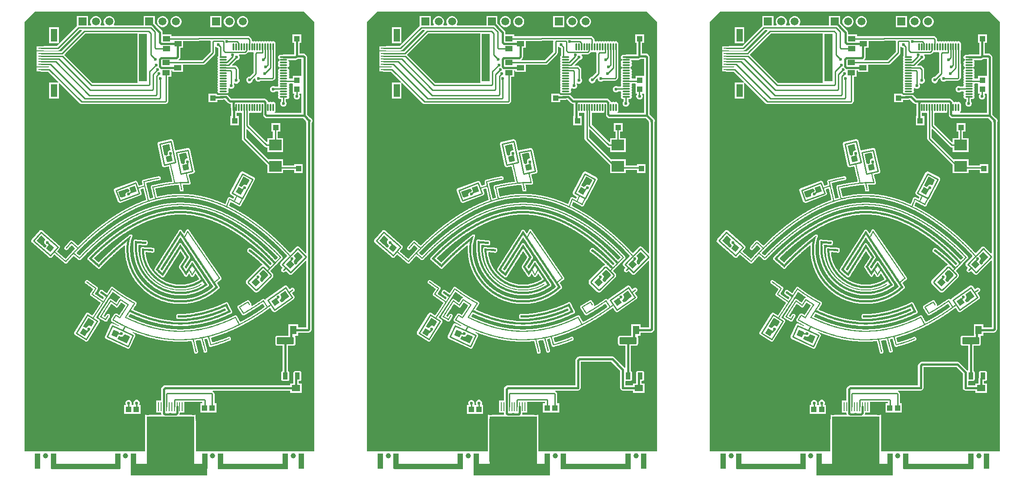
<source format=gtl>
G04*
G04 #@! TF.GenerationSoftware,Altium Limited,Altium Designer,23.6.0 (18)*
G04*
G04 Layer_Physical_Order=1*
G04 Layer_Color=255*
%FSLAX44Y44*%
%MOMM*%
G71*
G04*
G04 #@! TF.SameCoordinates,59697A40-66F3-49E2-9A90-2B25EFB93BE2*
G04*
G04*
G04 #@! TF.FilePolarity,Positive*
G04*
G01*
G75*
%ADD10R,2.4000X2.0000*%
%ADD11R,1.0000X0.2000*%
%ADD12R,1.2000X2.4000*%
%ADD13O,1.5000X0.3000*%
%ADD14O,0.3000X1.5000*%
G04:AMPARAMS|DCode=15|XSize=0.93mm|YSize=1.31mm|CornerRadius=0.0698mm|HoleSize=0mm|Usage=FLASHONLY|Rotation=360.000|XOffset=0mm|YOffset=0mm|HoleType=Round|Shape=RoundedRectangle|*
%AMROUNDEDRECTD15*
21,1,0.9300,1.1705,0,0,360.0*
21,1,0.7905,1.3100,0,0,360.0*
1,1,0.1395,0.3953,-0.5853*
1,1,0.1395,-0.3953,-0.5853*
1,1,0.1395,-0.3953,0.5853*
1,1,0.1395,0.3953,0.5853*
%
%ADD15ROUNDEDRECTD15*%
G04:AMPARAMS|DCode=16|XSize=3.24mm|YSize=1.31mm|CornerRadius=0.0983mm|HoleSize=0mm|Usage=FLASHONLY|Rotation=360.000|XOffset=0mm|YOffset=0mm|HoleType=Round|Shape=RoundedRectangle|*
%AMROUNDEDRECTD16*
21,1,3.2400,1.1135,0,0,360.0*
21,1,3.0435,1.3100,0,0,360.0*
1,1,0.1965,1.5218,-0.5568*
1,1,0.1965,-1.5218,-0.5568*
1,1,0.1965,-1.5218,0.5568*
1,1,0.1965,1.5218,0.5568*
%
%ADD16ROUNDEDRECTD16*%
%ADD17R,1.2000X1.6000*%
%ADD18R,1.6000X1.2000*%
%ADD19R,1.0000X1.1000*%
%ADD20R,1.1000X1.0000*%
%ADD21P,1.5556X4X107.0*%
%ADD22P,1.5556X4X327.0*%
%ADD23P,1.5556X4X65.0*%
%ADD24P,1.5556X4X364.0*%
%ADD25P,1.5556X4X283.0*%
%ADD26P,1.5556X4X200.0*%
%ADD27P,1.5556X4X260.0*%
%ADD28P,1.5556X4X270.0*%
%ADD29R,1.4000X1.0000*%
%ADD30R,0.2000X1.7000*%
%ADD31C,0.4000*%
%ADD32C,0.3000*%
%ADD33C,0.2540*%
%ADD34C,0.6000*%
%ADD35C,1.0000*%
%ADD36R,1.5000X9.0000*%
%ADD37R,9.0000X2.0000*%
%ADD38R,9.0000X1.0000*%
%ADD39R,1.0000X3.0000*%
%ADD40O,1.0000X9.0000*%
%ADD41C,1.5000*%
%ADD42R,1.5000X1.5000*%
%ADD43O,9.0000X1.0000*%
%ADD44R,0.5700X2.0000*%
%ADD45R,9.0000X9.0000*%
%ADD46C,0.6000*%
G36*
X1913270Y1213435D02*
X1913136Y1212762D01*
Y1193303D01*
X1897187Y1177354D01*
X1853266D01*
X1852740Y1178624D01*
X1854355Y1180238D01*
X1855460Y1181892D01*
X1855848Y1183843D01*
Y1201000D01*
X1861250D01*
Y1214146D01*
X1890498D01*
X1891856Y1214416D01*
X1912464D01*
X1913270Y1213435D01*
D02*
G37*
G36*
X1263270Y1213435D02*
X1263136Y1212762D01*
Y1193303D01*
X1247187Y1177354D01*
X1203266D01*
X1202740Y1178624D01*
X1204355Y1180238D01*
X1205460Y1181892D01*
X1205848Y1183843D01*
Y1201000D01*
X1211250D01*
Y1214146D01*
X1240498D01*
X1241856Y1214416D01*
X1262464D01*
X1263270Y1213435D01*
D02*
G37*
G36*
X2085652Y1149000D02*
X2085000Y1148000D01*
X2084382Y1148000D01*
X2069000D01*
Y1142354D01*
X2062869D01*
X2062338Y1143000D01*
X2061989Y1144756D01*
X2061492Y1145500D01*
X2061989Y1146244D01*
X2062338Y1148000D01*
X2061989Y1149756D01*
X2061492Y1150500D01*
X2061989Y1151244D01*
X2062338Y1153000D01*
X2061989Y1154756D01*
X2061492Y1155500D01*
X2061989Y1156244D01*
X2062338Y1158000D01*
X2061989Y1159756D01*
X2060994Y1161244D01*
X2059506Y1162239D01*
X2058934Y1162352D01*
Y1163647D01*
X2059506Y1163761D01*
X2060994Y1164756D01*
X2061989Y1166244D01*
X2062338Y1168000D01*
X2061989Y1169756D01*
X2061492Y1170500D01*
X2061989Y1171244D01*
X2062338Y1173000D01*
X2061989Y1174756D01*
X2060994Y1176244D01*
X2060414Y1176632D01*
X2060799Y1177902D01*
X2074157D01*
X2076108Y1178290D01*
X2077762Y1179395D01*
X2078612Y1180245D01*
X2085652D01*
Y1149000D01*
D02*
G37*
G36*
X1435652Y1149000D02*
X1435000Y1148000D01*
X1434382Y1148000D01*
X1419000D01*
Y1142354D01*
X1412869D01*
X1412338Y1143000D01*
X1411989Y1144756D01*
X1411492Y1145500D01*
X1411989Y1146244D01*
X1412338Y1148000D01*
X1411989Y1149756D01*
X1411492Y1150500D01*
X1411989Y1151244D01*
X1412338Y1153000D01*
X1411989Y1154756D01*
X1411492Y1155500D01*
X1411989Y1156244D01*
X1412338Y1158000D01*
X1411989Y1159756D01*
X1410994Y1161244D01*
X1409506Y1162239D01*
X1408934Y1162352D01*
Y1163647D01*
X1409506Y1163761D01*
X1410994Y1164755D01*
X1411989Y1166244D01*
X1412338Y1168000D01*
X1411989Y1169756D01*
X1411492Y1170500D01*
X1411989Y1171244D01*
X1412338Y1173000D01*
X1411989Y1174756D01*
X1410994Y1176244D01*
X1410414Y1176632D01*
X1410799Y1177902D01*
X1424157D01*
X1426108Y1178290D01*
X1427762Y1179395D01*
X1428612Y1180245D01*
X1435652D01*
Y1149000D01*
D02*
G37*
G36*
X1774500Y1134500D02*
X1773291Y1134354D01*
X1689303D01*
X1635657Y1188000D01*
X1637829Y1190172D01*
X1637829Y1190172D01*
X1675803Y1228146D01*
X1774500D01*
Y1134500D01*
D02*
G37*
G36*
X1124500Y1134500D02*
X1123291Y1134354D01*
X1039303D01*
X985657Y1188000D01*
X987829Y1190172D01*
X987829Y1190172D01*
X1025803Y1228146D01*
X1124500D01*
Y1134500D01*
D02*
G37*
G36*
X1836989Y1007350D02*
X1836194Y1006360D01*
X1835744D01*
X1833539Y1005446D01*
X1831851Y1003758D01*
X1830938Y1001553D01*
Y999166D01*
X1830376Y998099D01*
X1825578Y997079D01*
X1821670Y1015316D01*
X1834601Y1018087D01*
X1836989Y1007350D01*
D02*
G37*
G36*
X1186989Y1007350D02*
X1186194Y1006360D01*
X1185744D01*
X1183539Y1005446D01*
X1181851Y1003758D01*
X1180938Y1001553D01*
Y999166D01*
X1180376Y998099D01*
X1175578Y997079D01*
X1171670Y1015316D01*
X1184601Y1018087D01*
X1186989Y1007350D01*
D02*
G37*
G36*
X1869016Y991856D02*
X1868222Y990865D01*
X1867934D01*
X1865728Y989951D01*
X1864041Y988264D01*
X1863127Y986058D01*
Y983671D01*
X1863360Y983110D01*
X1862769Y981985D01*
X1857345Y980833D01*
X1853522Y998677D01*
X1866864Y1001536D01*
X1869016Y991856D01*
D02*
G37*
G36*
X1219016Y991856D02*
X1218222Y990865D01*
X1217934D01*
X1215728Y989951D01*
X1214041Y988264D01*
X1213127Y986058D01*
Y983671D01*
X1213360Y983110D01*
X1212769Y981985D01*
X1207345Y980833D01*
X1203522Y998677D01*
X1216864Y1001536D01*
X1219016Y991856D01*
D02*
G37*
G36*
X1986878Y949899D02*
X1982108Y940734D01*
X1981149Y940587D01*
X1978943Y941500D01*
X1976557D01*
X1974351Y940587D01*
X1972663Y938899D01*
X1972119Y937585D01*
X1970924Y937155D01*
X1966399Y939561D01*
X1974999Y956082D01*
X1986878Y949899D01*
D02*
G37*
G36*
X1336878Y949899D02*
X1332108Y940734D01*
X1331149Y940586D01*
X1328943Y941500D01*
X1326557D01*
X1324351Y940586D01*
X1322663Y938899D01*
X1322119Y937585D01*
X1320924Y937155D01*
X1316399Y939561D01*
X1324999Y956082D01*
X1336878Y949899D01*
D02*
G37*
G36*
X1756232Y933299D02*
X1757243Y930520D01*
X1756806Y929250D01*
X1754601Y928336D01*
X1752914Y926649D01*
X1752000Y924444D01*
Y922057D01*
X1752523Y920793D01*
X1752015Y919629D01*
X1743800Y916585D01*
X1739542Y928074D01*
X1755079Y933832D01*
X1756232Y933299D01*
D02*
G37*
G36*
X1106232Y933299D02*
X1107243Y930520D01*
X1106806Y929250D01*
X1104601Y928336D01*
X1102913Y926649D01*
X1102000Y924443D01*
Y922057D01*
X1102523Y920793D01*
X1102015Y919629D01*
X1093800Y916585D01*
X1089542Y928074D01*
X1105079Y933832D01*
X1106232Y933299D01*
D02*
G37*
G36*
X1837802Y979832D02*
X1838264D01*
Y977981D01*
X1838727D01*
Y976130D01*
X1839190D01*
Y973817D01*
X1839653D01*
Y971966D01*
X1840115D01*
Y969652D01*
X1840578D01*
Y967802D01*
X1841041D01*
Y965951D01*
X1841503D01*
Y964100D01*
X1841966D01*
Y961787D01*
X1842429D01*
Y959936D01*
X1842891D01*
Y957622D01*
X1843354D01*
Y955772D01*
X1843817D01*
Y953921D01*
X1844279D01*
Y951607D01*
X1844742D01*
Y949756D01*
X1845205D01*
Y947906D01*
X1845668D01*
Y945592D01*
X1846130D01*
Y945130D01*
X1848906D01*
Y945592D01*
X1853996D01*
Y946055D01*
X1861862D01*
Y946518D01*
X1869728D01*
Y947906D01*
X1869265D01*
Y950219D01*
X1868802D01*
Y951607D01*
X1868340D01*
Y953921D01*
X1867877D01*
Y955772D01*
X1867414D01*
Y957622D01*
X1866952D01*
Y959473D01*
X1866489D01*
Y961324D01*
X1866026D01*
Y963175D01*
X1867414D01*
Y963637D01*
X1867877D01*
Y962249D01*
X1868340D01*
Y960398D01*
X1868802D01*
Y958548D01*
X1869265D01*
Y956697D01*
X1869728D01*
Y954846D01*
X1870190D01*
Y952995D01*
X1870653D01*
Y951145D01*
X1871116D01*
Y949294D01*
X1871579D01*
Y947443D01*
X1872041D01*
Y945592D01*
X1872504D01*
Y944204D01*
X1857235D01*
Y941428D01*
X1857698D01*
Y939115D01*
X1858160D01*
Y936801D01*
X1858623D01*
Y934488D01*
X1859086D01*
Y932174D01*
X1859548D01*
Y930786D01*
X1857235D01*
Y933100D01*
X1856772D01*
Y935413D01*
X1856310D01*
Y937726D01*
X1855847D01*
Y940040D01*
X1855384D01*
Y942816D01*
X1854922D01*
Y943742D01*
X1850757D01*
Y943279D01*
X1846593D01*
Y942816D01*
X1842891D01*
Y942353D01*
X1839190D01*
Y941891D01*
X1835951D01*
Y941428D01*
X1832712D01*
Y940965D01*
X1829936D01*
Y940503D01*
X1826697D01*
Y940040D01*
X1824384D01*
Y939577D01*
X1821607D01*
Y939115D01*
X1819294D01*
Y938652D01*
X1816518D01*
Y938189D01*
X1814204D01*
Y937726D01*
X1811891D01*
Y937264D01*
X1810040D01*
Y936801D01*
X1808189D01*
Y936338D01*
X1806338D01*
Y935876D01*
X1804950D01*
Y934488D01*
X1805413D01*
Y932637D01*
X1805876D01*
Y930786D01*
X1806338D01*
Y928935D01*
X1806801D01*
Y927084D01*
X1807264D01*
Y924771D01*
X1807726D01*
Y922920D01*
X1808189D01*
Y920607D01*
X1808652D01*
Y918756D01*
X1809115D01*
Y916905D01*
X1809577D01*
Y915517D01*
X1811891D01*
Y915980D01*
X1813741D01*
Y916442D01*
X1815592D01*
Y916905D01*
X1817906D01*
Y917368D01*
X1820219D01*
Y917831D01*
X1822533D01*
Y918293D01*
X1824846D01*
Y918756D01*
X1828085D01*
Y919219D01*
X1830861D01*
Y919681D01*
X1835025D01*
Y920144D01*
X1839653D01*
Y920607D01*
X1845205D01*
Y921069D01*
X1866952D01*
Y920607D01*
X1872504D01*
Y920144D01*
X1877131D01*
Y919681D01*
X1880833D01*
Y919219D01*
X1884071D01*
Y918756D01*
X1886848D01*
Y918293D01*
X1889624D01*
Y917831D01*
X1891937D01*
Y917368D01*
X1894251D01*
Y916905D01*
X1896102D01*
Y916442D01*
X1897952D01*
Y915980D01*
X1900266D01*
Y915517D01*
X1902117D01*
Y915054D01*
X1903967D01*
Y914592D01*
X1905355D01*
Y914129D01*
X1907206D01*
Y913666D01*
X1909057D01*
Y913204D01*
X1910445D01*
Y912741D01*
X1911833D01*
Y912278D01*
X1913221D01*
Y911815D01*
X1915072D01*
Y911353D01*
X1916460D01*
Y910890D01*
X1917848D01*
Y910427D01*
X1919236D01*
Y909965D01*
X1920162D01*
Y909502D01*
X1921550D01*
Y909039D01*
X1922938D01*
Y908577D01*
X1924326D01*
Y908114D01*
X1925714D01*
Y907651D01*
X1926639D01*
Y907188D01*
X1928027D01*
Y906726D01*
X1928953D01*
Y906263D01*
X1930341D01*
Y905800D01*
X1931266D01*
Y905338D01*
X1932655D01*
Y904875D01*
X1933580D01*
Y904412D01*
X1934968D01*
Y903950D01*
X1935893D01*
Y903487D01*
X1936819D01*
Y903024D01*
X1937744D01*
Y902561D01*
X1939132D01*
Y902099D01*
X1940058D01*
Y901636D01*
X1940983D01*
Y901173D01*
X1941908D01*
Y900711D01*
X1942834D01*
Y901173D01*
X1943297D01*
Y902561D01*
X1943759D01*
Y903950D01*
X1944222D01*
Y904875D01*
X1944685D01*
Y906263D01*
X1945147D01*
Y907188D01*
X1945610D01*
Y908577D01*
X1946073D01*
Y909502D01*
X1946535D01*
Y910890D01*
X1946998D01*
Y912278D01*
X1947461D01*
Y913204D01*
X1947923D01*
Y914592D01*
X1948386D01*
Y915054D01*
X1949774D01*
Y914592D01*
X1950700D01*
Y914129D01*
X1951162D01*
Y913666D01*
X1952550D01*
Y913204D01*
X1953013D01*
Y912741D01*
X1953938D01*
Y912278D01*
X1954864D01*
Y911815D01*
X1955327D01*
Y911353D01*
X1956252D01*
Y910890D01*
X1958103D01*
Y911815D01*
X1958566D01*
Y913204D01*
X1959028D01*
Y914129D01*
X1959491D01*
Y915054D01*
X1959954D01*
Y916442D01*
X1960416D01*
Y917368D01*
X1960879D01*
Y918293D01*
X1961342D01*
Y919219D01*
X1961804D01*
Y920144D01*
X1962267D01*
Y920607D01*
X1962730D01*
Y920144D01*
X1963655D01*
Y918293D01*
X1963192D01*
Y917368D01*
X1962730D01*
Y916442D01*
X1962267D01*
Y915517D01*
X1961804D01*
Y914129D01*
X1961342D01*
Y913204D01*
X1960879D01*
Y912278D01*
X1960416D01*
Y911353D01*
X1959954D01*
Y909965D01*
X1959491D01*
Y909502D01*
X1959954D01*
Y909039D01*
X1960879D01*
Y908577D01*
X1961342D01*
Y908114D01*
X1962267D01*
Y907651D01*
X1963655D01*
Y907188D01*
X1964118D01*
Y906726D01*
X1965043D01*
Y906263D01*
X1965969D01*
Y905800D01*
X1966894D01*
Y905338D01*
X1967819D01*
Y906263D01*
X1968282D01*
Y907188D01*
X1968745D01*
Y908114D01*
X1969207D01*
Y909039D01*
X1969670D01*
Y909965D01*
X1970133D01*
Y910890D01*
X1970596D01*
Y911815D01*
X1971058D01*
Y912741D01*
X1971521D01*
Y913666D01*
X1971984D01*
Y914592D01*
X1972446D01*
Y915517D01*
X1972909D01*
Y916442D01*
X1973372D01*
Y917368D01*
X1973835D01*
Y917831D01*
X1975222D01*
Y917368D01*
X1975685D01*
Y916442D01*
X1975222D01*
Y915517D01*
X1974760D01*
Y914592D01*
X1974297D01*
Y913666D01*
X1973835D01*
Y912741D01*
X1973372D01*
Y911815D01*
X1972909D01*
Y910890D01*
X1972446D01*
Y909965D01*
X1971984D01*
Y909039D01*
X1971521D01*
Y908114D01*
X1971058D01*
Y907188D01*
X1970596D01*
Y906263D01*
X1970133D01*
Y905338D01*
X1969670D01*
Y904412D01*
X1969207D01*
Y903487D01*
X1968745D01*
Y902561D01*
X1967357D01*
Y903024D01*
X1966894D01*
Y903487D01*
X1965969D01*
Y903950D01*
X1965043D01*
Y904412D01*
X1964118D01*
Y904875D01*
X1963192D01*
Y905338D01*
X1962267D01*
Y905800D01*
X1961342D01*
Y906263D01*
X1960416D01*
Y906726D01*
X1959954D01*
Y907188D01*
X1959028D01*
Y907651D01*
X1958103D01*
Y908114D01*
X1957177D01*
Y908577D01*
X1956252D01*
Y909039D01*
X1955327D01*
Y909502D01*
X1954864D01*
Y909965D01*
X1953938D01*
Y910427D01*
X1953013D01*
Y910890D01*
X1952088D01*
Y911353D01*
X1951162D01*
Y911815D01*
X1950237D01*
Y912278D01*
X1949312D01*
Y911353D01*
X1948849D01*
Y909965D01*
X1948386D01*
Y908577D01*
X1947923D01*
Y907651D01*
X1947461D01*
Y906263D01*
X1946998D01*
Y905338D01*
X1946535D01*
Y903950D01*
X1946073D01*
Y903024D01*
X1945610D01*
Y901636D01*
X1945147D01*
Y900711D01*
X1944685D01*
Y899785D01*
X1945147D01*
Y899323D01*
X1946073D01*
Y898860D01*
X1946998D01*
Y898397D01*
X1947923D01*
Y897935D01*
X1948849D01*
Y897472D01*
X1949774D01*
Y897009D01*
X1950700D01*
Y896546D01*
X1951625D01*
Y896084D01*
X1952550D01*
Y895621D01*
X1953476D01*
Y895158D01*
X1954401D01*
Y894696D01*
X1955327D01*
Y894233D01*
X1956252D01*
Y893770D01*
X1956715D01*
Y893308D01*
X1957640D01*
Y892845D01*
X1958566D01*
Y892382D01*
X1959491D01*
Y891919D01*
X1960416D01*
Y891457D01*
X1961342D01*
Y890994D01*
X1961804D01*
Y890531D01*
X1962730D01*
Y890069D01*
X1963655D01*
Y889606D01*
X1964118D01*
Y889143D01*
X1965043D01*
Y888681D01*
X1965969D01*
Y888218D01*
X1966894D01*
Y887755D01*
X1967357D01*
Y887292D01*
X1968282D01*
Y886830D01*
X1969207D01*
Y886367D01*
X1970133D01*
Y885904D01*
X1970596D01*
Y885442D01*
X1971521D01*
Y884979D01*
X1971984D01*
Y884516D01*
X1972909D01*
Y884054D01*
X1973372D01*
Y883591D01*
X1974297D01*
Y883128D01*
X1975222D01*
Y882666D01*
X1976148D01*
Y882203D01*
X1976611D01*
Y881740D01*
X1977536D01*
Y881277D01*
X1977999D01*
Y880815D01*
X1978924D01*
Y880352D01*
X1979387D01*
Y879889D01*
X1980312D01*
Y879427D01*
X1980775D01*
Y878964D01*
X1981700D01*
Y878501D01*
X1982163D01*
Y878039D01*
X1983088D01*
Y877576D01*
X1984014D01*
Y877113D01*
X1984476D01*
Y876650D01*
X1984939D01*
Y876188D01*
X1985865D01*
Y875725D01*
X1986327D01*
Y875262D01*
X1987253D01*
Y874800D01*
X1987715D01*
Y874337D01*
X1988641D01*
Y873874D01*
X1989103D01*
Y873412D01*
X1989566D01*
Y872949D01*
X1990491D01*
Y872486D01*
X1990954D01*
Y872024D01*
X1991880D01*
Y871561D01*
X1992342D01*
Y871098D01*
X1993268D01*
Y870636D01*
X1993730D01*
Y870173D01*
X1994656D01*
Y869710D01*
X1995119D01*
Y869247D01*
X1995581D01*
Y868785D01*
X1996507D01*
Y868322D01*
X1996969D01*
Y867859D01*
X1997432D01*
Y867397D01*
X1998357D01*
Y866934D01*
X1998820D01*
Y866471D01*
X1999283D01*
Y866009D01*
X2000208D01*
Y865546D01*
X2000671D01*
Y865083D01*
X2001134D01*
Y864620D01*
X2002059D01*
Y864158D01*
X2002522D01*
Y863695D01*
X2002984D01*
Y863232D01*
X2003910D01*
Y862770D01*
X2004372D01*
Y862307D01*
X2004835D01*
Y861844D01*
X2005760D01*
Y861382D01*
X2006223D01*
Y860919D01*
X2006686D01*
Y860456D01*
X2007149D01*
Y859994D01*
X2008074D01*
Y859531D01*
X2008537D01*
Y859068D01*
X2008999D01*
Y858605D01*
X2009462D01*
Y858143D01*
X2010388D01*
Y857680D01*
X2010850D01*
Y857217D01*
X2011313D01*
Y856755D01*
X2011776D01*
Y856292D01*
X2012701D01*
Y855829D01*
X2013164D01*
Y855367D01*
X2013626D01*
Y854904D01*
X2014089D01*
Y854441D01*
X2015014D01*
Y853978D01*
X2015477D01*
Y853516D01*
X2015940D01*
Y853053D01*
X2016402D01*
Y852590D01*
X2017328D01*
Y852128D01*
X2017791D01*
Y851665D01*
X2018253D01*
Y851202D01*
X2018716D01*
Y850740D01*
X2019179D01*
Y850277D01*
X2019641D01*
Y849814D01*
X2020104D01*
Y849351D01*
X2021030D01*
Y848889D01*
X2021492D01*
Y848426D01*
X2021955D01*
Y847963D01*
X2022418D01*
Y847501D01*
X2022880D01*
Y847038D01*
X2023343D01*
Y846575D01*
X2024268D01*
Y846113D01*
X2024731D01*
Y845650D01*
X2025194D01*
Y845187D01*
X2025656D01*
Y844725D01*
X2026119D01*
Y844262D01*
X2026582D01*
Y843799D01*
X2027507D01*
Y843336D01*
X2027970D01*
Y842874D01*
X2028433D01*
Y842411D01*
X2028895D01*
Y841948D01*
X2029358D01*
Y841486D01*
X2029821D01*
Y841023D01*
X2030283D01*
Y840560D01*
X2030746D01*
Y840098D01*
X2031209D01*
Y839635D01*
X2031671D01*
Y839172D01*
X2032597D01*
Y838709D01*
X2033060D01*
Y838247D01*
X2033522D01*
Y837784D01*
X2033985D01*
Y837321D01*
X2034448D01*
Y836859D01*
X2034910D01*
Y836396D01*
X2035373D01*
Y835933D01*
X2035836D01*
Y835471D01*
X2036298D01*
Y835008D01*
X2037224D01*
Y834082D01*
X2037687D01*
Y833620D01*
X2038149D01*
Y833157D01*
X2039075D01*
Y832694D01*
X2039537D01*
Y832232D01*
X2040000D01*
Y831769D01*
X2040463D01*
Y831306D01*
X2040925D01*
Y830844D01*
X2041388D01*
Y830381D01*
X2041851D01*
Y829918D01*
X2042314D01*
Y829455D01*
X2042776D01*
Y828993D01*
X2043239D01*
Y828530D01*
X2043702D01*
Y828067D01*
X2044164D01*
Y827605D01*
X2044627D01*
Y827142D01*
X2045090D01*
Y826679D01*
X2045552D01*
Y826217D01*
X2046015D01*
Y825754D01*
X2046478D01*
Y825291D01*
X2046940D01*
Y824828D01*
X2047403D01*
Y824366D01*
X2047866D01*
Y823903D01*
X2048329D01*
Y823440D01*
X2048791D01*
Y822978D01*
X2049254D01*
Y822515D01*
X2049717D01*
Y822052D01*
X2050179D01*
Y821590D01*
X2050642D01*
Y821127D01*
X2051105D01*
Y820664D01*
X2051567D01*
Y820202D01*
X2052030D01*
Y819739D01*
X2052493D01*
Y819276D01*
X2052955D01*
Y818813D01*
X2053418D01*
Y818351D01*
X2053881D01*
Y817888D01*
X2054344D01*
Y817425D01*
X2054806D01*
Y816963D01*
X2055269D01*
Y816500D01*
X2055732D01*
Y816037D01*
X2056194D01*
Y815575D01*
X2056657D01*
Y815112D01*
X2057120D01*
Y814186D01*
X2057583D01*
Y813724D01*
X2058045D01*
Y813261D01*
X2058508D01*
Y812798D01*
X2058971D01*
Y812336D01*
X2059433D01*
Y811873D01*
X2059896D01*
Y811410D01*
X2060359D01*
Y810948D01*
X2060821D01*
Y810485D01*
X2061284D01*
Y810022D01*
X2061747D01*
Y809097D01*
X2062209D01*
Y808634D01*
X2062672D01*
Y808171D01*
X2063135D01*
Y807709D01*
X2063598D01*
Y807246D01*
X2064060D01*
Y806783D01*
X2064523D01*
Y805858D01*
X2064060D01*
Y805395D01*
X2063598D01*
Y804933D01*
X2063135D01*
Y805395D01*
X2062672D01*
Y805858D01*
X2062209D01*
Y806321D01*
X2061747D01*
Y806783D01*
X2061284D01*
Y807246D01*
X2060821D01*
Y807709D01*
X2060359D01*
Y808171D01*
X2059896D01*
Y809097D01*
X2059433D01*
Y809559D01*
X2058971D01*
Y810022D01*
X2058508D01*
Y810485D01*
X2058045D01*
Y810948D01*
X2057583D01*
Y811410D01*
X2057120D01*
Y811873D01*
X2056657D01*
Y812336D01*
X2056194D01*
Y812798D01*
X2055732D01*
Y813261D01*
X2055269D01*
Y813724D01*
X2054806D01*
Y814186D01*
X2054344D01*
Y814649D01*
X2053881D01*
Y815112D01*
X2053418D01*
Y815575D01*
X2052955D01*
Y816037D01*
X2052493D01*
Y816500D01*
X2052030D01*
Y816963D01*
X2051567D01*
Y817425D01*
X2051105D01*
Y817888D01*
X2050642D01*
Y818351D01*
X2050179D01*
Y819276D01*
X2049717D01*
Y819739D01*
X2049254D01*
Y820202D01*
X2048791D01*
Y820664D01*
X2048329D01*
Y821127D01*
X2047866D01*
Y821590D01*
X2047403D01*
Y822052D01*
X2046940D01*
Y822515D01*
X2046478D01*
Y822978D01*
X2046015D01*
Y823440D01*
X2045552D01*
Y823903D01*
X2045090D01*
Y824366D01*
X2044627D01*
Y824828D01*
X2044164D01*
Y825291D01*
X2043702D01*
Y825754D01*
X2043239D01*
Y826217D01*
X2042776D01*
Y826679D01*
X2042314D01*
Y827142D01*
X2041851D01*
Y827605D01*
X2041388D01*
Y828067D01*
X2040463D01*
Y828530D01*
X2040000D01*
Y828993D01*
X2039537D01*
Y829455D01*
X2039075D01*
Y829918D01*
X2038612D01*
Y830381D01*
X2038149D01*
Y830844D01*
X2037687D01*
Y831306D01*
X2037224D01*
Y831769D01*
X2036761D01*
Y832232D01*
X2036298D01*
Y832694D01*
X2035836D01*
Y833157D01*
X2035373D01*
Y833620D01*
X2034910D01*
Y834082D01*
X2034448D01*
Y834545D01*
X2033985D01*
Y835008D01*
X2033522D01*
Y835471D01*
X2033060D01*
Y835933D01*
X2032597D01*
Y836396D01*
X2031671D01*
Y836859D01*
X2031209D01*
Y837321D01*
X2030746D01*
Y837784D01*
X2030283D01*
Y838247D01*
X2029821D01*
Y838709D01*
X2029358D01*
Y839172D01*
X2028895D01*
Y839635D01*
X2028433D01*
Y840098D01*
X2027970D01*
Y840560D01*
X2027045D01*
Y841023D01*
X2026582D01*
Y841486D01*
X2026119D01*
Y841948D01*
X2025656D01*
Y842411D01*
X2025194D01*
Y842874D01*
X2024731D01*
Y843336D01*
X2024268D01*
Y843799D01*
X2023806D01*
Y844262D01*
X2023343D01*
Y844725D01*
X2022418D01*
Y845187D01*
X2021955D01*
Y845650D01*
X2021492D01*
Y846113D01*
X2021030D01*
Y846575D01*
X2020567D01*
Y847038D01*
X2019641D01*
Y847501D01*
X2019179D01*
Y847963D01*
X2018716D01*
Y848426D01*
X2018253D01*
Y848889D01*
X2017791D01*
Y849351D01*
X2017328D01*
Y849814D01*
X2016865D01*
Y850277D01*
X2015940D01*
Y850740D01*
X2015477D01*
Y851202D01*
X2015014D01*
Y851665D01*
X2014552D01*
Y852128D01*
X2013626D01*
Y852590D01*
X2013164D01*
Y853053D01*
X2012701D01*
Y853516D01*
X2012238D01*
Y853978D01*
X2011776D01*
Y854441D01*
X2010850D01*
Y854904D01*
X2010388D01*
Y855367D01*
X2009925D01*
Y855829D01*
X2009462D01*
Y856292D01*
X2008537D01*
Y856755D01*
X2008074D01*
Y857217D01*
X2007611D01*
Y857680D01*
X2006686D01*
Y858143D01*
X2006223D01*
Y858605D01*
X2005760D01*
Y859068D01*
X2005298D01*
Y859531D01*
X2004835D01*
Y859994D01*
X2003910D01*
Y860456D01*
X2003447D01*
Y860919D01*
X2002984D01*
Y861382D01*
X2002059D01*
Y861844D01*
X2001596D01*
Y862307D01*
X2001134D01*
Y862770D01*
X2000208D01*
Y863232D01*
X1999745D01*
Y863695D01*
X1999283D01*
Y864158D01*
X1998357D01*
Y864620D01*
X1997895D01*
Y865083D01*
X1996969D01*
Y865546D01*
X1996507D01*
Y866009D01*
X1996044D01*
Y866471D01*
X1995581D01*
Y866934D01*
X1994656D01*
Y867397D01*
X1994193D01*
Y867859D01*
X1993268D01*
Y868322D01*
X1992805D01*
Y868785D01*
X1992342D01*
Y869247D01*
X1991417D01*
Y869710D01*
X1990954D01*
Y870173D01*
X1990029D01*
Y870636D01*
X1989566D01*
Y871098D01*
X1988641D01*
Y871561D01*
X1988178D01*
Y872024D01*
X1987253D01*
Y872486D01*
X1986790D01*
Y872949D01*
X1986327D01*
Y873412D01*
X1985402D01*
Y873874D01*
X1984939D01*
Y874337D01*
X1984014D01*
Y874800D01*
X1983551D01*
Y875262D01*
X1982626D01*
Y875725D01*
X1982163D01*
Y876188D01*
X1981238D01*
Y876650D01*
X1980775D01*
Y877113D01*
X1979850D01*
Y877576D01*
X1979387D01*
Y878039D01*
X1978461D01*
Y878501D01*
X1977999D01*
Y878964D01*
X1977073D01*
Y879427D01*
X1976611D01*
Y879889D01*
X1975685D01*
Y880352D01*
X1974760D01*
Y880815D01*
X1974297D01*
Y881277D01*
X1973372D01*
Y881740D01*
X1972909D01*
Y882203D01*
X1971984D01*
Y882666D01*
X1971058D01*
Y883128D01*
X1970596D01*
Y883591D01*
X1969670D01*
Y884054D01*
X1968745D01*
Y884516D01*
X1968282D01*
Y884979D01*
X1967357D01*
Y885442D01*
X1966894D01*
Y885904D01*
X1965969D01*
Y886367D01*
X1965043D01*
Y886830D01*
X1964118D01*
Y887292D01*
X1963655D01*
Y887755D01*
X1962730D01*
Y888218D01*
X1961804D01*
Y888681D01*
X1960879D01*
Y889143D01*
X1959954D01*
Y889606D01*
X1959491D01*
Y890069D01*
X1958566D01*
Y890531D01*
X1957640D01*
Y890994D01*
X1956715D01*
Y891457D01*
X1955789D01*
Y891919D01*
X1954864D01*
Y892382D01*
X1954401D01*
Y892845D01*
X1953476D01*
Y893308D01*
X1952550D01*
Y893770D01*
X1951625D01*
Y894233D01*
X1950700D01*
Y894696D01*
X1949774D01*
Y895158D01*
X1948849D01*
Y895621D01*
X1947923D01*
Y896084D01*
X1946998D01*
Y896546D01*
X1946073D01*
Y897009D01*
X1945147D01*
Y897472D01*
X1944222D01*
Y897935D01*
X1943297D01*
Y898397D01*
X1941908D01*
Y898860D01*
X1940983D01*
Y899323D01*
X1940058D01*
Y899785D01*
X1939132D01*
Y900248D01*
X1938207D01*
Y900711D01*
X1936819D01*
Y901173D01*
X1935893D01*
Y901636D01*
X1934968D01*
Y902099D01*
X1934043D01*
Y902561D01*
X1932655D01*
Y903024D01*
X1931729D01*
Y903487D01*
X1930341D01*
Y903950D01*
X1929416D01*
Y904412D01*
X1928027D01*
Y904875D01*
X1926639D01*
Y905338D01*
X1925714D01*
Y905800D01*
X1924326D01*
Y906263D01*
X1923401D01*
Y906726D01*
X1922012D01*
Y907188D01*
X1920624D01*
Y907651D01*
X1919236D01*
Y908114D01*
X1917848D01*
Y908577D01*
X1916923D01*
Y909039D01*
X1915535D01*
Y909502D01*
X1914147D01*
Y909965D01*
X1912296D01*
Y910427D01*
X1910908D01*
Y910890D01*
X1909520D01*
Y911353D01*
X1908132D01*
Y911815D01*
X1906281D01*
Y912278D01*
X1904430D01*
Y912741D01*
X1902579D01*
Y913204D01*
X1900728D01*
Y913666D01*
X1898878D01*
Y914129D01*
X1897027D01*
Y914592D01*
X1895176D01*
Y915054D01*
X1892863D01*
Y915517D01*
X1890549D01*
Y915980D01*
X1888236D01*
Y916442D01*
X1885459D01*
Y916905D01*
X1882683D01*
Y917368D01*
X1879444D01*
Y917831D01*
X1875280D01*
Y918293D01*
X1871116D01*
Y918756D01*
X1863713D01*
Y919219D01*
X1848906D01*
Y918756D01*
X1841503D01*
Y918293D01*
X1836414D01*
Y917831D01*
X1832712D01*
Y917368D01*
X1829473D01*
Y916905D01*
X1826697D01*
Y916442D01*
X1823921D01*
Y915980D01*
X1821607D01*
Y915517D01*
X1819294D01*
Y915054D01*
X1816980D01*
Y914592D01*
X1815130D01*
Y914129D01*
X1812816D01*
Y913666D01*
X1810965D01*
Y913204D01*
X1809115D01*
Y912741D01*
X1807726D01*
Y912278D01*
X1805876D01*
Y911815D01*
X1804488D01*
Y911353D01*
X1802637D01*
Y910890D01*
X1800786D01*
Y910427D01*
X1799398D01*
Y909965D01*
X1798010D01*
Y909502D01*
X1796622D01*
Y909039D01*
X1795234D01*
Y908577D01*
X1793846D01*
Y908114D01*
X1792457D01*
Y907651D01*
X1791069D01*
Y907188D01*
X1789681D01*
Y906726D01*
X1788756D01*
Y906263D01*
X1787368D01*
Y905800D01*
X1786442D01*
Y905338D01*
X1785054D01*
Y904875D01*
X1783666D01*
Y904412D01*
X1782741D01*
Y903950D01*
X1781353D01*
Y903487D01*
X1780427D01*
Y903024D01*
X1779502D01*
Y902561D01*
X1778114D01*
Y902099D01*
X1777189D01*
Y901636D01*
X1775800D01*
Y901173D01*
X1774875D01*
Y900711D01*
X1773950D01*
Y900248D01*
X1773024D01*
Y899785D01*
X1772099D01*
Y899323D01*
X1771173D01*
Y898860D01*
X1769785D01*
Y898397D01*
X1768860D01*
Y897935D01*
X1767935D01*
Y897472D01*
X1767009D01*
Y897009D01*
X1766084D01*
Y896546D01*
X1765158D01*
Y896084D01*
X1764233D01*
Y895621D01*
X1763308D01*
Y895158D01*
X1762382D01*
Y894696D01*
X1761457D01*
Y894233D01*
X1760531D01*
Y893770D01*
X1759606D01*
Y893308D01*
X1758681D01*
Y892845D01*
X1757755D01*
Y892382D01*
X1756830D01*
Y891919D01*
X1755905D01*
Y891457D01*
X1754979D01*
Y890994D01*
X1754516D01*
Y890531D01*
X1753591D01*
Y890069D01*
X1752666D01*
Y889606D01*
X1751740D01*
Y889143D01*
X1750815D01*
Y888681D01*
X1750352D01*
Y888218D01*
X1749427D01*
Y887755D01*
X1748501D01*
Y887292D01*
X1747576D01*
Y886830D01*
X1746651D01*
Y886367D01*
X1746188D01*
Y885904D01*
X1745262D01*
Y885442D01*
X1744800D01*
Y884979D01*
X1743874D01*
Y884516D01*
X1742949D01*
Y884054D01*
X1742486D01*
Y883591D01*
X1741561D01*
Y883128D01*
X1740636D01*
Y882666D01*
X1739710D01*
Y882203D01*
X1739247D01*
Y881740D01*
X1738322D01*
Y881277D01*
X1737859D01*
Y880815D01*
X1736934D01*
Y880352D01*
X1736008D01*
Y879889D01*
X1735546D01*
Y879427D01*
X1734621D01*
Y878964D01*
X1734158D01*
Y878501D01*
X1733232D01*
Y878039D01*
X1732770D01*
Y877576D01*
X1731844D01*
Y877113D01*
X1731382D01*
Y876650D01*
X1730456D01*
Y876188D01*
X1729993D01*
Y875725D01*
X1729068D01*
Y875262D01*
X1728605D01*
Y874800D01*
X1727680D01*
Y874337D01*
X1727217D01*
Y873874D01*
X1726292D01*
Y873412D01*
X1725829D01*
Y872949D01*
X1724904D01*
Y872486D01*
X1724441D01*
Y872024D01*
X1723516D01*
Y871561D01*
X1723053D01*
Y871098D01*
X1722590D01*
Y870636D01*
X1721665D01*
Y870173D01*
X1721202D01*
Y869710D01*
X1720277D01*
Y869247D01*
X1719814D01*
Y868785D01*
X1719352D01*
Y868322D01*
X1718426D01*
Y867859D01*
X1717963D01*
Y867397D01*
X1717038D01*
Y866934D01*
X1716575D01*
Y866471D01*
X1715650D01*
Y866009D01*
X1715187D01*
Y865546D01*
X1714724D01*
Y865083D01*
X1714262D01*
Y864620D01*
X1713336D01*
Y864158D01*
X1712874D01*
Y863695D01*
X1712411D01*
Y863232D01*
X1711486D01*
Y862770D01*
X1711023D01*
Y862307D01*
X1710560D01*
Y861844D01*
X1709635D01*
Y861382D01*
X1709172D01*
Y860919D01*
X1708710D01*
Y860456D01*
X1708247D01*
Y859994D01*
X1707321D01*
Y859531D01*
X1706859D01*
Y859068D01*
X1705933D01*
Y858605D01*
X1705471D01*
Y858143D01*
X1705008D01*
Y857680D01*
X1704545D01*
Y857217D01*
X1703620D01*
Y856755D01*
X1703157D01*
Y856292D01*
X1702694D01*
Y855829D01*
X1702232D01*
Y855367D01*
X1701306D01*
Y854904D01*
X1700844D01*
Y854441D01*
X1700381D01*
Y853978D01*
X1699918D01*
Y853516D01*
X1699456D01*
Y853053D01*
X1698530D01*
Y852590D01*
X1698067D01*
Y852128D01*
X1697605D01*
Y851665D01*
X1697142D01*
Y851202D01*
X1696679D01*
Y850740D01*
X1695754D01*
Y850277D01*
X1695291D01*
Y849814D01*
X1694829D01*
Y849351D01*
X1694366D01*
Y848889D01*
X1693441D01*
Y848426D01*
X1692978D01*
Y847963D01*
X1692515D01*
Y847501D01*
X1692052D01*
Y847038D01*
X1691590D01*
Y846575D01*
X1691127D01*
Y846113D01*
X1690664D01*
Y845650D01*
X1689739D01*
Y845187D01*
X1689276D01*
Y844725D01*
X1688813D01*
Y844262D01*
X1688351D01*
Y843799D01*
X1687888D01*
Y843336D01*
X1687425D01*
Y842874D01*
X1686500D01*
Y842411D01*
X1686037D01*
Y841948D01*
X1685575D01*
Y841486D01*
X1685112D01*
Y841023D01*
X1684649D01*
Y840560D01*
X1684187D01*
Y840098D01*
X1683724D01*
Y839635D01*
X1683261D01*
Y839172D01*
X1682798D01*
Y838709D01*
X1681873D01*
Y838247D01*
X1681410D01*
Y837784D01*
X1680948D01*
Y837321D01*
X1680485D01*
Y836859D01*
X1680022D01*
Y836396D01*
X1679560D01*
Y835933D01*
X1679097D01*
Y835471D01*
X1678634D01*
Y835008D01*
X1678172D01*
Y834545D01*
X1677709D01*
Y834082D01*
X1677246D01*
Y833620D01*
X1676783D01*
Y833157D01*
X1675858D01*
Y832694D01*
X1675395D01*
Y832232D01*
X1674933D01*
Y831769D01*
X1674470D01*
Y831306D01*
X1674007D01*
Y830844D01*
X1673544D01*
Y830381D01*
X1673082D01*
Y829918D01*
X1672619D01*
Y829455D01*
X1672156D01*
Y828993D01*
X1671694D01*
Y828530D01*
X1671231D01*
Y828067D01*
X1670768D01*
Y827605D01*
X1670306D01*
Y827142D01*
X1669843D01*
Y826679D01*
X1669380D01*
Y826217D01*
X1668918D01*
Y825754D01*
X1668455D01*
Y825291D01*
X1667992D01*
Y824828D01*
X1667529D01*
Y824366D01*
X1667067D01*
Y823903D01*
X1666604D01*
Y823440D01*
X1666141D01*
Y822978D01*
X1665679D01*
Y822515D01*
X1665216D01*
Y822052D01*
X1664753D01*
Y821590D01*
X1664291D01*
Y821127D01*
X1663828D01*
Y820664D01*
X1663365D01*
Y820202D01*
X1662903D01*
Y819739D01*
X1662440D01*
Y819276D01*
X1661977D01*
Y818813D01*
X1661514D01*
Y818351D01*
X1661052D01*
Y817888D01*
X1660589D01*
Y817425D01*
X1660126D01*
Y816963D01*
X1659664D01*
Y816500D01*
X1659201D01*
Y816037D01*
X1658738D01*
Y815575D01*
X1658276D01*
Y815112D01*
X1657813D01*
Y814649D01*
X1657350D01*
Y814186D01*
X1656888D01*
Y813724D01*
X1656425D01*
Y813261D01*
X1655962D01*
Y812798D01*
X1655499D01*
Y812336D01*
X1655037D01*
Y811873D01*
X1654574D01*
Y810948D01*
X1655499D01*
Y810485D01*
X1655962D01*
Y810022D01*
X1656425D01*
Y809559D01*
X1656888D01*
Y809097D01*
X1657350D01*
Y808634D01*
X1657813D01*
Y808171D01*
X1658276D01*
Y807709D01*
X1659201D01*
Y807246D01*
X1659664D01*
Y806783D01*
X1660126D01*
Y806321D01*
X1660589D01*
Y805858D01*
X1661514D01*
Y805395D01*
X1661977D01*
Y804933D01*
X1662440D01*
Y804470D01*
X1662903D01*
Y804007D01*
X1663365D01*
Y803544D01*
X1663828D01*
Y803082D01*
X1664753D01*
Y803544D01*
X1665216D01*
Y804007D01*
X1665679D01*
Y804470D01*
X1666141D01*
Y804933D01*
X1666604D01*
Y805395D01*
X1667067D01*
Y805858D01*
X1667529D01*
Y806321D01*
X1667992D01*
Y806783D01*
X1668455D01*
Y807709D01*
X1669380D01*
Y808634D01*
X1669843D01*
Y809097D01*
X1670306D01*
Y809559D01*
X1670768D01*
Y810022D01*
X1671231D01*
Y810485D01*
X1671694D01*
Y810948D01*
X1672156D01*
Y811410D01*
X1672619D01*
Y811873D01*
X1673082D01*
Y812336D01*
X1673544D01*
Y812798D01*
X1674007D01*
Y813261D01*
X1674470D01*
Y813724D01*
X1674933D01*
Y814186D01*
X1675395D01*
Y814649D01*
X1675858D01*
Y815112D01*
X1676321D01*
Y815575D01*
X1676783D01*
Y816037D01*
X1677246D01*
Y816500D01*
X1677709D01*
Y816963D01*
X1678172D01*
Y817425D01*
X1678634D01*
Y817888D01*
X1679097D01*
Y818351D01*
X1679560D01*
Y818813D01*
X1680485D01*
Y819739D01*
X1681410D01*
Y820202D01*
X1681873D01*
Y820664D01*
X1682336D01*
Y821127D01*
X1682798D01*
Y821590D01*
X1683261D01*
Y822052D01*
X1683724D01*
Y822515D01*
X1684187D01*
Y822978D01*
X1684649D01*
Y823440D01*
X1685112D01*
Y823903D01*
X1685575D01*
Y824366D01*
X1686037D01*
Y824828D01*
X1686500D01*
Y825291D01*
X1686963D01*
Y825754D01*
X1687425D01*
Y826217D01*
X1687888D01*
Y826679D01*
X1688813D01*
Y827142D01*
X1689276D01*
Y827605D01*
X1689739D01*
Y828067D01*
X1690202D01*
Y828530D01*
X1690664D01*
Y828993D01*
X1691127D01*
Y829455D01*
X1691590D01*
Y829918D01*
X1692052D01*
Y830381D01*
X1692978D01*
Y830844D01*
X1693441D01*
Y831306D01*
X1693903D01*
Y831769D01*
X1694366D01*
Y832232D01*
X1694829D01*
Y832694D01*
X1695291D01*
Y833157D01*
X1695754D01*
Y833620D01*
X1696217D01*
Y834082D01*
X1696679D01*
Y834545D01*
X1697605D01*
Y835008D01*
X1698067D01*
Y835471D01*
X1698530D01*
Y835933D01*
X1698993D01*
Y836396D01*
X1699456D01*
Y836859D01*
X1699918D01*
Y837321D01*
X1700844D01*
Y837784D01*
X1701306D01*
Y838247D01*
X1701769D01*
Y838709D01*
X1702232D01*
Y839172D01*
X1702694D01*
Y839635D01*
X1703620D01*
Y840098D01*
X1704082D01*
Y840560D01*
X1704545D01*
Y841023D01*
X1705008D01*
Y841486D01*
X1705471D01*
Y841948D01*
X1706396D01*
Y842411D01*
X1706859D01*
Y842874D01*
X1707321D01*
Y843336D01*
X1708247D01*
Y843799D01*
X1708710D01*
Y844262D01*
X1709172D01*
Y844725D01*
X1709635D01*
Y845187D01*
X1710098D01*
Y845650D01*
X1711023D01*
Y846113D01*
X1711486D01*
Y846575D01*
X1711948D01*
Y847038D01*
X1712411D01*
Y847501D01*
X1713336D01*
Y847963D01*
X1713799D01*
Y848426D01*
X1714262D01*
Y848889D01*
X1715187D01*
Y849351D01*
X1715650D01*
Y849814D01*
X1716113D01*
Y850277D01*
X1716575D01*
Y850740D01*
X1717501D01*
Y851202D01*
X1717963D01*
Y851665D01*
X1718426D01*
Y852128D01*
X1719352D01*
Y852590D01*
X1719814D01*
Y853053D01*
X1720277D01*
Y853516D01*
X1720740D01*
Y853978D01*
X1721665D01*
Y854441D01*
X1722128D01*
Y854904D01*
X1723053D01*
Y855367D01*
X1723516D01*
Y855829D01*
X1724441D01*
Y856292D01*
X1724904D01*
Y856755D01*
X1725367D01*
Y857217D01*
X1725829D01*
Y857680D01*
X1726755D01*
Y858143D01*
X1727217D01*
Y858605D01*
X1728143D01*
Y859068D01*
X1728605D01*
Y859531D01*
X1729531D01*
Y859994D01*
X1729993D01*
Y860456D01*
X1730456D01*
Y860919D01*
X1731382D01*
Y861382D01*
X1731844D01*
Y861844D01*
X1732770D01*
Y862307D01*
X1733232D01*
Y862770D01*
X1734158D01*
Y863232D01*
X1734621D01*
Y863695D01*
X1735546D01*
Y864158D01*
X1736008D01*
Y864620D01*
X1736934D01*
Y865083D01*
X1737397D01*
Y865546D01*
X1738322D01*
Y866009D01*
X1738785D01*
Y866471D01*
X1739710D01*
Y866934D01*
X1740636D01*
Y867397D01*
X1741098D01*
Y867859D01*
X1742024D01*
Y868322D01*
X1742486D01*
Y868785D01*
X1743412D01*
Y869247D01*
X1744337D01*
Y869710D01*
X1744800D01*
Y870173D01*
X1745725D01*
Y870636D01*
X1746651D01*
Y871098D01*
X1747113D01*
Y871561D01*
X1748039D01*
Y872024D01*
X1748964D01*
Y872486D01*
X1749427D01*
Y872949D01*
X1750352D01*
Y873412D01*
X1751277D01*
Y873874D01*
X1751740D01*
Y874337D01*
X1752666D01*
Y874800D01*
X1753591D01*
Y875262D01*
X1754516D01*
Y875725D01*
X1754979D01*
Y876188D01*
X1755905D01*
Y876650D01*
X1756830D01*
Y877113D01*
X1757755D01*
Y877576D01*
X1758681D01*
Y878039D01*
X1759606D01*
Y878501D01*
X1760069D01*
Y878964D01*
X1760994D01*
Y879427D01*
X1761920D01*
Y879889D01*
X1762845D01*
Y880352D01*
X1763770D01*
Y880815D01*
X1764696D01*
Y881277D01*
X1765621D01*
Y881740D01*
X1766546D01*
Y882203D01*
X1767472D01*
Y882666D01*
X1768397D01*
Y883128D01*
X1769323D01*
Y883591D01*
X1770248D01*
Y884054D01*
X1771173D01*
Y884516D01*
X1772099D01*
Y884979D01*
X1773024D01*
Y885442D01*
X1773950D01*
Y885904D01*
X1775338D01*
Y886367D01*
X1776263D01*
Y886830D01*
X1777189D01*
Y887292D01*
X1778577D01*
Y887755D01*
X1779502D01*
Y888218D01*
X1780427D01*
Y888681D01*
X1781353D01*
Y889143D01*
X1782741D01*
Y889606D01*
X1783666D01*
Y890069D01*
X1785054D01*
Y890531D01*
X1785980D01*
Y890994D01*
X1787368D01*
Y891457D01*
X1788756D01*
Y891919D01*
X1789681D01*
Y892382D01*
X1791069D01*
Y892845D01*
X1792457D01*
Y893308D01*
X1793846D01*
Y893770D01*
X1795234D01*
Y894233D01*
X1796159D01*
Y894696D01*
X1797547D01*
Y895158D01*
X1798935D01*
Y895621D01*
X1800786D01*
Y896084D01*
X1802174D01*
Y896546D01*
X1803562D01*
Y897009D01*
X1804950D01*
Y897472D01*
X1806801D01*
Y897935D01*
X1808189D01*
Y898397D01*
X1810040D01*
Y898860D01*
X1811891D01*
Y899323D01*
X1813741D01*
Y899785D01*
X1815592D01*
Y900248D01*
X1817443D01*
Y900711D01*
X1819757D01*
Y901173D01*
X1822070D01*
Y901636D01*
X1824384D01*
Y902099D01*
X1827160D01*
Y902561D01*
X1830399D01*
Y903024D01*
X1833175D01*
Y903487D01*
X1837802D01*
Y903950D01*
X1841503D01*
Y904412D01*
X1848906D01*
Y904875D01*
X1862787D01*
Y904412D01*
X1870190D01*
Y903950D01*
X1874817D01*
Y903487D01*
X1878519D01*
Y903024D01*
X1882221D01*
Y902561D01*
X1884997D01*
Y902099D01*
X1887773D01*
Y901636D01*
X1889624D01*
Y901173D01*
X1891937D01*
Y900711D01*
X1894251D01*
Y900248D01*
X1896564D01*
Y899785D01*
X1898415D01*
Y899323D01*
X1900266D01*
Y898860D01*
X1902117D01*
Y898397D01*
X1903505D01*
Y897935D01*
X1905355D01*
Y897472D01*
X1906743D01*
Y897009D01*
X1908132D01*
Y896546D01*
X1909982D01*
Y896084D01*
X1911833D01*
Y895621D01*
X1912758D01*
Y895158D01*
X1914147D01*
Y894696D01*
X1915535D01*
Y894233D01*
X1916923D01*
Y893770D01*
X1918311D01*
Y893308D01*
X1919699D01*
Y892845D01*
X1921087D01*
Y892382D01*
X1922012D01*
Y891919D01*
X1923401D01*
Y891457D01*
X1924789D01*
Y890994D01*
X1925714D01*
Y890531D01*
X1926639D01*
Y890069D01*
X1928027D01*
Y889606D01*
X1929416D01*
Y889143D01*
X1930341D01*
Y888681D01*
X1931729D01*
Y888218D01*
X1932655D01*
Y887755D01*
X1933580D01*
Y887292D01*
X1934968D01*
Y886830D01*
X1935893D01*
Y886367D01*
X1936819D01*
Y885904D01*
X1937744D01*
Y885442D01*
X1938669D01*
Y884979D01*
X1939595D01*
Y884516D01*
X1940520D01*
Y884054D01*
X1941446D01*
Y883591D01*
X1942371D01*
Y883128D01*
X1943759D01*
Y882666D01*
X1944685D01*
Y882203D01*
X1945610D01*
Y881740D01*
X1946535D01*
Y881277D01*
X1947461D01*
Y880815D01*
X1948386D01*
Y880352D01*
X1949312D01*
Y879889D01*
X1949774D01*
Y879427D01*
X1950700D01*
Y878964D01*
X1951625D01*
Y878501D01*
X1952550D01*
Y878039D01*
X1953476D01*
Y877576D01*
X1954401D01*
Y877113D01*
X1955327D01*
Y876650D01*
X1956252D01*
Y876188D01*
X1956715D01*
Y875725D01*
X1957640D01*
Y875262D01*
X1958566D01*
Y874800D01*
X1959491D01*
Y874337D01*
X1959954D01*
Y873874D01*
X1960879D01*
Y873412D01*
X1961804D01*
Y872949D01*
X1962267D01*
Y872486D01*
X1963192D01*
Y872024D01*
X1964118D01*
Y871561D01*
X1964581D01*
Y871098D01*
X1965506D01*
Y870636D01*
X1966431D01*
Y870173D01*
X1966894D01*
Y869710D01*
X1967819D01*
Y869247D01*
X1968745D01*
Y868785D01*
X1969207D01*
Y868322D01*
X1970133D01*
Y867859D01*
X1971058D01*
Y867397D01*
X1971521D01*
Y866934D01*
X1972446D01*
Y866471D01*
X1972909D01*
Y866009D01*
X1973835D01*
Y865546D01*
X1974297D01*
Y865083D01*
X1975222D01*
Y864620D01*
X1975685D01*
Y864158D01*
X1976611D01*
Y863695D01*
X1977073D01*
Y863232D01*
X1977999D01*
Y862770D01*
X1978461D01*
Y862307D01*
X1979387D01*
Y861844D01*
X1979850D01*
Y861382D01*
X1980775D01*
Y860919D01*
X1981238D01*
Y860456D01*
X1982163D01*
Y859994D01*
X1982626D01*
Y859531D01*
X1983088D01*
Y859068D01*
X1984014D01*
Y858605D01*
X1984476D01*
Y858143D01*
X1985402D01*
Y857680D01*
X1985865D01*
Y857217D01*
X1986327D01*
Y856755D01*
X1987253D01*
Y856292D01*
X1987715D01*
Y855829D01*
X1988641D01*
Y855367D01*
X1989103D01*
Y854904D01*
X1989566D01*
Y854441D01*
X1990491D01*
Y853978D01*
X1990954D01*
Y853516D01*
X1991880D01*
Y853053D01*
X1992342D01*
Y852590D01*
X1992805D01*
Y852128D01*
X1993730D01*
Y851665D01*
X1994193D01*
Y851202D01*
X1994656D01*
Y850740D01*
X1995119D01*
Y850277D01*
X1996044D01*
Y849814D01*
X1996507D01*
Y849351D01*
X1996969D01*
Y848889D01*
X1997895D01*
Y848426D01*
X1998357D01*
Y847963D01*
X1998820D01*
Y847501D01*
X1999283D01*
Y847038D01*
X2000208D01*
Y846575D01*
X2000671D01*
Y846113D01*
X2001134D01*
Y845650D01*
X2001596D01*
Y845187D01*
X2002522D01*
Y844725D01*
X2002984D01*
Y844262D01*
X2003447D01*
Y843799D01*
X2003910D01*
Y843336D01*
X2004835D01*
Y842874D01*
X2005298D01*
Y842411D01*
X2005760D01*
Y841948D01*
X2006223D01*
Y841486D01*
X2006686D01*
Y841023D01*
X2007611D01*
Y840560D01*
X2008074D01*
Y840098D01*
X2008537D01*
Y839635D01*
X2008999D01*
Y839172D01*
X2009925D01*
Y838709D01*
X2010388D01*
Y838247D01*
X2010850D01*
Y837784D01*
X2011313D01*
Y837321D01*
X2011776D01*
Y836859D01*
X2012701D01*
Y836396D01*
X2013164D01*
Y835933D01*
X2013626D01*
Y835471D01*
X2014089D01*
Y835008D01*
X2014552D01*
Y834545D01*
X2015014D01*
Y834082D01*
X2015477D01*
Y833620D01*
X2016402D01*
Y833157D01*
X2016865D01*
Y832694D01*
X2017328D01*
Y832232D01*
X2017791D01*
Y831769D01*
X2018253D01*
Y831306D01*
X2018716D01*
Y830844D01*
X2019179D01*
Y830381D01*
X2020104D01*
Y829918D01*
X2020567D01*
Y829455D01*
X2021030D01*
Y828993D01*
X2021492D01*
Y828530D01*
X2021955D01*
Y828067D01*
X2022418D01*
Y827605D01*
X2022880D01*
Y827142D01*
X2023343D01*
Y826679D01*
X2024268D01*
Y826217D01*
X2024731D01*
Y825754D01*
X2025194D01*
Y825291D01*
X2025656D01*
Y824828D01*
X2026119D01*
Y824366D01*
X2026582D01*
Y823903D01*
X2027045D01*
Y823440D01*
X2027507D01*
Y822978D01*
X2027970D01*
Y822515D01*
X2028433D01*
Y822052D01*
X2028895D01*
Y821590D01*
X2029358D01*
Y821127D01*
X2029821D01*
Y820664D01*
X2030283D01*
Y820202D01*
X2030746D01*
Y819739D01*
X2031209D01*
Y819276D01*
X2031671D01*
Y818813D01*
X2032597D01*
Y818351D01*
X2033060D01*
Y817888D01*
X2033522D01*
Y817425D01*
X2033985D01*
Y816963D01*
X2034448D01*
Y816500D01*
X2034910D01*
Y816037D01*
X2035373D01*
Y815575D01*
X2035836D01*
Y815112D01*
X2036298D01*
Y814649D01*
X2036761D01*
Y814186D01*
X2037224D01*
Y813724D01*
X2037687D01*
Y813261D01*
X2038149D01*
Y812798D01*
X2038612D01*
Y812336D01*
X2039075D01*
Y811873D01*
X2039537D01*
Y811410D01*
X2040000D01*
Y810485D01*
X2040463D01*
Y810022D01*
X2040925D01*
Y809559D01*
X2041388D01*
Y809097D01*
X2041851D01*
Y808634D01*
X2042314D01*
Y808171D01*
X2042776D01*
Y807709D01*
X2043239D01*
Y807246D01*
X2043702D01*
Y806783D01*
X2044164D01*
Y806321D01*
X2044627D01*
Y805858D01*
X2045090D01*
Y805395D01*
X2045552D01*
Y804933D01*
X2046015D01*
Y804470D01*
X2046478D01*
Y804007D01*
X2046940D01*
Y803544D01*
X2047403D01*
Y802619D01*
X2046940D01*
Y802156D01*
X2046478D01*
Y801694D01*
X2046015D01*
Y801231D01*
X2045552D01*
Y800768D01*
X2045090D01*
Y800306D01*
X2044627D01*
Y799843D01*
X2044164D01*
Y799380D01*
X2043702D01*
Y798917D01*
X2043239D01*
Y798455D01*
X2042776D01*
Y797992D01*
X2042314D01*
Y797529D01*
X2041851D01*
Y797067D01*
X2041388D01*
Y796604D01*
X2040925D01*
Y796141D01*
X2040463D01*
Y795679D01*
X2040000D01*
Y795216D01*
X2039537D01*
Y794753D01*
X2039075D01*
Y794291D01*
X2038612D01*
Y793828D01*
X2038149D01*
Y793365D01*
X2037687D01*
Y792440D01*
X2036761D01*
Y791514D01*
X2036298D01*
Y791052D01*
X2035836D01*
Y790589D01*
X2035373D01*
Y790126D01*
X2034910D01*
Y789664D01*
X2034448D01*
Y789201D01*
X2033985D01*
Y788738D01*
X2033522D01*
Y788276D01*
X2033060D01*
Y787813D01*
X2032597D01*
Y787350D01*
X2032134D01*
Y786887D01*
X2031671D01*
Y786425D01*
X2031209D01*
Y785962D01*
X2030746D01*
Y785499D01*
X2030283D01*
Y785037D01*
X2029821D01*
Y784574D01*
X2029358D01*
Y784111D01*
X2028895D01*
Y783649D01*
X2028433D01*
Y783186D01*
X2027970D01*
Y782723D01*
X2027507D01*
Y782261D01*
X2027045D01*
Y781798D01*
X2026582D01*
Y781335D01*
X2026119D01*
Y780872D01*
X2025656D01*
Y780410D01*
X2025194D01*
Y779947D01*
X2024731D01*
Y779484D01*
X2024268D01*
Y779022D01*
X2023806D01*
Y778559D01*
X2023343D01*
Y778096D01*
X2022880D01*
Y777634D01*
X2022418D01*
Y777171D01*
X2021492D01*
Y777634D01*
X2021030D01*
Y778096D01*
X2020567D01*
Y779022D01*
X2021030D01*
Y779484D01*
X2021492D01*
Y779947D01*
X2022418D01*
Y780410D01*
X2022880D01*
Y781335D01*
X2023343D01*
Y781798D01*
X2022880D01*
Y782261D01*
X2022418D01*
Y782723D01*
X2021955D01*
Y783186D01*
X2021492D01*
Y783649D01*
X2021030D01*
Y784111D01*
X2020567D01*
Y784574D01*
X2020104D01*
Y785037D01*
X2019641D01*
Y785499D01*
X2019179D01*
Y785962D01*
X2018716D01*
Y786887D01*
X2018253D01*
Y787350D01*
X2017791D01*
Y787813D01*
X2016865D01*
Y788276D01*
X2016402D01*
Y788738D01*
X2015940D01*
Y789201D01*
X2015477D01*
Y789664D01*
X2015014D01*
Y790126D01*
X2014552D01*
Y790589D01*
X2014089D01*
Y791052D01*
X2013626D01*
Y791514D01*
X2013164D01*
Y791977D01*
X2012701D01*
Y792440D01*
X2012238D01*
Y792903D01*
X2011776D01*
Y793365D01*
X2011313D01*
Y793828D01*
X2010850D01*
Y794291D01*
X2010388D01*
Y794753D01*
X2009462D01*
Y795216D01*
X2008999D01*
Y796141D01*
X2008074D01*
Y796604D01*
X2007611D01*
Y797067D01*
X2007149D01*
Y797529D01*
X2006686D01*
Y797992D01*
X2006223D01*
Y798455D01*
X2005760D01*
Y798917D01*
X2005298D01*
Y799380D01*
X2004835D01*
Y799843D01*
X2004372D01*
Y800306D01*
X2003447D01*
Y800768D01*
X2002984D01*
Y801231D01*
X2002522D01*
Y801694D01*
X2002059D01*
Y802156D01*
X2001134D01*
Y803082D01*
X2000208D01*
Y803544D01*
X1999745D01*
Y804007D01*
X1999283D01*
Y804470D01*
X1998820D01*
Y804933D01*
X1998357D01*
Y805395D01*
X1997432D01*
Y805858D01*
X1996969D01*
Y806321D01*
X1996507D01*
Y806783D01*
X1996044D01*
Y807246D01*
X1995119D01*
Y807709D01*
X1994656D01*
Y808171D01*
X1994193D01*
Y808634D01*
X1993730D01*
Y809097D01*
X1993268D01*
Y809559D01*
X1992342D01*
Y810022D01*
X1991880D01*
Y810485D01*
X1991417D01*
Y810948D01*
X1990491D01*
Y811410D01*
X1990029D01*
Y811873D01*
X1989566D01*
Y812336D01*
X1988641D01*
Y812798D01*
X1988178D01*
Y813261D01*
X1987715D01*
Y813724D01*
X1986790D01*
Y814186D01*
X1986327D01*
Y814649D01*
X1985402D01*
Y815112D01*
X1984939D01*
Y816500D01*
X1985402D01*
Y816963D01*
X1985865D01*
Y817888D01*
X1986327D01*
Y818351D01*
X1986790D01*
Y818813D01*
X1987715D01*
Y818351D01*
X1988178D01*
Y817888D01*
X1988641D01*
Y817425D01*
X1989566D01*
Y816963D01*
X1990029D01*
Y816500D01*
X1990954D01*
Y816037D01*
X1991417D01*
Y815575D01*
X1991880D01*
Y815112D01*
X1992805D01*
Y814649D01*
X1993268D01*
Y814186D01*
X1993730D01*
Y813724D01*
X1994656D01*
Y813261D01*
X1995119D01*
Y812798D01*
X1995581D01*
Y812336D01*
X1996044D01*
Y811873D01*
X1996969D01*
Y811410D01*
X1997432D01*
Y810948D01*
X1997895D01*
Y810485D01*
X1998357D01*
Y810022D01*
X1998820D01*
Y809559D01*
X1999745D01*
Y809097D01*
X2000208D01*
Y808634D01*
X2000671D01*
Y808171D01*
X2001134D01*
Y807709D01*
X2002059D01*
Y807246D01*
X2002522D01*
Y806783D01*
X2002984D01*
Y806321D01*
X2003447D01*
Y805858D01*
X2003910D01*
Y805395D01*
X2004372D01*
Y804933D01*
X2004835D01*
Y804470D01*
X2005760D01*
Y804007D01*
X2006223D01*
Y803544D01*
X2006686D01*
Y803082D01*
X2007149D01*
Y802619D01*
X2007611D01*
Y802156D01*
X2008074D01*
Y801694D01*
X2008999D01*
Y801231D01*
X2009462D01*
Y800768D01*
X2009925D01*
Y800306D01*
X2010388D01*
Y799843D01*
X2010850D01*
Y799380D01*
X2011313D01*
Y798917D01*
X2011776D01*
Y798455D01*
X2012238D01*
Y797992D01*
X2012701D01*
Y797529D01*
X2013164D01*
Y797067D01*
X2013626D01*
Y796604D01*
X2014089D01*
Y796141D01*
X2015014D01*
Y795679D01*
X2015477D01*
Y795216D01*
X2015940D01*
Y794753D01*
X2016402D01*
Y794291D01*
X2016865D01*
Y793828D01*
X2017328D01*
Y793365D01*
X2017791D01*
Y792903D01*
X2018253D01*
Y792440D01*
X2018716D01*
Y791977D01*
X2019179D01*
Y791514D01*
X2019641D01*
Y791052D01*
X2020104D01*
Y790589D01*
X2020567D01*
Y790126D01*
X2021030D01*
Y789664D01*
X2021492D01*
Y789201D01*
X2021955D01*
Y788738D01*
X2022418D01*
Y788276D01*
X2022880D01*
Y787813D01*
X2023343D01*
Y787350D01*
X2023806D01*
Y786887D01*
X2024268D01*
Y786425D01*
X2024731D01*
Y785962D01*
X2025194D01*
Y785037D01*
X2025656D01*
Y784574D01*
X2026582D01*
Y785037D01*
X2027045D01*
Y785499D01*
X2027507D01*
Y785962D01*
X2027970D01*
Y786425D01*
X2028433D01*
Y786887D01*
X2028895D01*
Y787350D01*
X2029821D01*
Y787813D01*
X2030283D01*
Y788738D01*
X2030746D01*
Y789201D01*
X2031209D01*
Y789664D01*
X2031671D01*
Y790126D01*
X2032134D01*
Y790589D01*
X2032597D01*
Y791052D01*
X2033060D01*
Y791514D01*
X2032597D01*
Y791977D01*
X2032134D01*
Y792440D01*
X2031671D01*
Y793365D01*
X2031209D01*
Y793828D01*
X2030746D01*
Y794291D01*
X2030283D01*
Y794753D01*
X2029821D01*
Y795216D01*
X2029358D01*
Y795679D01*
X2028895D01*
Y796141D01*
X2028433D01*
Y796604D01*
X2027970D01*
Y797067D01*
X2027507D01*
Y797529D01*
X2027045D01*
Y797992D01*
X2026582D01*
Y798455D01*
X2026119D01*
Y798917D01*
X2025656D01*
Y799380D01*
X2025194D01*
Y799843D01*
X2024731D01*
Y800306D01*
X2024268D01*
Y800768D01*
X2023806D01*
Y801231D01*
X2023343D01*
Y801694D01*
X2022880D01*
Y802156D01*
X2022418D01*
Y802619D01*
X2021955D01*
Y803082D01*
X2021492D01*
Y803544D01*
X2021030D01*
Y804007D01*
X2020567D01*
Y804470D01*
X2020104D01*
Y804933D01*
X2019641D01*
Y805395D01*
X2019179D01*
Y805858D01*
X2018716D01*
Y806321D01*
X2018253D01*
Y806783D01*
X2017791D01*
Y807246D01*
X2017328D01*
Y807709D01*
X2016865D01*
Y808171D01*
X2016402D01*
Y808634D01*
X2015940D01*
Y809097D01*
X2015477D01*
Y809559D01*
X2015014D01*
Y810022D01*
X2014552D01*
Y810485D01*
X2014089D01*
Y810948D01*
X2013626D01*
Y811410D01*
X2013164D01*
Y811873D01*
X2012701D01*
Y812336D01*
X2012238D01*
Y812798D01*
X2011776D01*
Y813261D01*
X2011313D01*
Y813724D01*
X2010850D01*
Y814186D01*
X2009925D01*
Y814649D01*
X2009462D01*
Y815112D01*
X2008999D01*
Y815575D01*
X2008537D01*
Y816037D01*
X2008074D01*
Y816500D01*
X2007611D01*
Y816963D01*
X2007149D01*
Y817425D01*
X2006686D01*
Y817888D01*
X2006223D01*
Y818351D01*
X2005760D01*
Y818813D01*
X2005298D01*
Y819276D01*
X2004372D01*
Y819739D01*
X2003910D01*
Y820202D01*
X2003447D01*
Y820664D01*
X2002984D01*
Y821127D01*
X2002522D01*
Y821590D01*
X2002059D01*
Y822052D01*
X2001596D01*
Y822515D01*
X2000671D01*
Y822978D01*
X2000208D01*
Y823440D01*
X1999745D01*
Y823903D01*
X1999283D01*
Y824366D01*
X1998820D01*
Y824828D01*
X1998357D01*
Y825291D01*
X1997895D01*
Y825754D01*
X1996969D01*
Y826217D01*
X1996507D01*
Y826679D01*
X1996044D01*
Y827142D01*
X1995581D01*
Y827605D01*
X1995119D01*
Y828067D01*
X1994193D01*
Y828530D01*
X1993730D01*
Y828993D01*
X1993268D01*
Y829455D01*
X1992805D01*
Y829918D01*
X1992342D01*
Y830381D01*
X1991417D01*
Y830844D01*
X1990954D01*
Y831306D01*
X1990491D01*
Y831769D01*
X1990029D01*
Y832232D01*
X1989103D01*
Y832694D01*
X1988641D01*
Y833157D01*
X1988178D01*
Y833620D01*
X1987253D01*
Y834082D01*
X1986790D01*
Y834545D01*
X1986327D01*
Y835008D01*
X1985865D01*
Y835471D01*
X1984939D01*
Y835933D01*
X1984476D01*
Y836396D01*
X1984014D01*
Y836859D01*
X1983551D01*
Y837321D01*
X1982626D01*
Y837784D01*
X1982163D01*
Y838247D01*
X1981700D01*
Y838709D01*
X1980775D01*
Y839172D01*
X1980312D01*
Y839635D01*
X1979850D01*
Y840098D01*
X1978924D01*
Y840560D01*
X1978461D01*
Y841023D01*
X1977999D01*
Y841486D01*
X1977073D01*
Y841948D01*
X1976611D01*
Y842411D01*
X1976148D01*
Y842874D01*
X1975222D01*
Y843336D01*
X1974760D01*
Y843799D01*
X1973835D01*
Y844262D01*
X1973372D01*
Y844725D01*
X1972446D01*
Y845187D01*
X1971984D01*
Y845650D01*
X1971521D01*
Y846113D01*
X1970596D01*
Y846575D01*
X1970133D01*
Y847038D01*
X1969207D01*
Y847501D01*
X1968745D01*
Y847963D01*
X1967819D01*
Y848426D01*
X1967357D01*
Y848889D01*
X1966431D01*
Y849351D01*
X1965969D01*
Y849814D01*
X1965043D01*
Y850277D01*
X1964581D01*
Y850740D01*
X1963655D01*
Y851202D01*
X1963192D01*
Y851665D01*
X1962267D01*
Y852128D01*
X1961342D01*
Y852590D01*
X1960879D01*
Y853053D01*
X1959954D01*
Y853516D01*
X1959491D01*
Y853978D01*
X1958566D01*
Y854441D01*
X1958103D01*
Y854904D01*
X1957177D01*
Y855367D01*
X1956252D01*
Y855829D01*
X1955789D01*
Y856292D01*
X1954864D01*
Y856755D01*
X1954401D01*
Y857217D01*
X1953476D01*
Y857680D01*
X1952550D01*
Y858143D01*
X1951625D01*
Y858605D01*
X1951162D01*
Y859068D01*
X1950237D01*
Y859531D01*
X1949312D01*
Y859994D01*
X1948849D01*
Y860456D01*
X1947923D01*
Y860919D01*
X1946998D01*
Y861382D01*
X1946073D01*
Y861844D01*
X1945147D01*
Y862307D01*
X1944222D01*
Y862770D01*
X1943759D01*
Y863232D01*
X1942834D01*
Y863695D01*
X1941908D01*
Y864158D01*
X1940983D01*
Y864620D01*
X1940058D01*
Y865083D01*
X1939132D01*
Y865546D01*
X1938207D01*
Y866009D01*
X1937281D01*
Y866471D01*
X1936356D01*
Y866934D01*
X1935431D01*
Y867397D01*
X1934505D01*
Y867859D01*
X1933580D01*
Y868322D01*
X1932655D01*
Y868785D01*
X1931729D01*
Y869247D01*
X1930804D01*
Y869710D01*
X1929416D01*
Y870173D01*
X1928490D01*
Y870636D01*
X1927565D01*
Y871098D01*
X1926639D01*
Y871561D01*
X1925714D01*
Y872024D01*
X1924326D01*
Y872486D01*
X1923401D01*
Y872949D01*
X1922012D01*
Y873412D01*
X1921087D01*
Y873874D01*
X1919699D01*
Y874337D01*
X1918774D01*
Y874800D01*
X1917848D01*
Y875262D01*
X1916460D01*
Y875725D01*
X1915072D01*
Y876188D01*
X1913684D01*
Y876650D01*
X1912758D01*
Y877113D01*
X1911370D01*
Y877576D01*
X1909982D01*
Y878039D01*
X1908594D01*
Y878501D01*
X1907206D01*
Y878964D01*
X1905355D01*
Y879427D01*
X1904430D01*
Y879889D01*
X1902579D01*
Y880352D01*
X1901191D01*
Y880815D01*
X1899340D01*
Y881277D01*
X1897490D01*
Y881740D01*
X1896102D01*
Y882203D01*
X1894251D01*
Y882666D01*
X1891937D01*
Y883128D01*
X1889624D01*
Y883591D01*
X1887773D01*
Y884054D01*
X1885459D01*
Y884516D01*
X1883146D01*
Y884979D01*
X1880370D01*
Y885442D01*
X1877131D01*
Y885904D01*
X1873429D01*
Y886367D01*
X1868340D01*
Y886830D01*
X1859086D01*
Y887292D01*
X1852608D01*
Y886830D01*
X1843817D01*
Y886367D01*
X1839190D01*
Y885904D01*
X1835488D01*
Y885442D01*
X1831787D01*
Y884979D01*
X1829010D01*
Y884516D01*
X1826697D01*
Y884054D01*
X1824384D01*
Y883591D01*
X1822070D01*
Y883128D01*
X1820219D01*
Y882666D01*
X1817906D01*
Y882203D01*
X1816055D01*
Y881740D01*
X1814667D01*
Y881277D01*
X1812816D01*
Y880815D01*
X1810965D01*
Y880352D01*
X1809577D01*
Y879889D01*
X1808189D01*
Y879427D01*
X1806338D01*
Y878964D01*
X1804950D01*
Y878501D01*
X1803562D01*
Y878039D01*
X1802174D01*
Y877576D01*
X1800786D01*
Y877113D01*
X1799861D01*
Y876650D01*
X1798473D01*
Y876188D01*
X1797084D01*
Y875725D01*
X1795696D01*
Y875262D01*
X1794308D01*
Y874800D01*
X1793383D01*
Y874337D01*
X1791995D01*
Y873874D01*
X1791069D01*
Y873412D01*
X1789681D01*
Y872949D01*
X1788756D01*
Y872486D01*
X1787368D01*
Y872024D01*
X1786442D01*
Y871561D01*
X1785517D01*
Y871098D01*
X1784592D01*
Y870636D01*
X1783204D01*
Y870173D01*
X1782278D01*
Y869710D01*
X1781353D01*
Y869247D01*
X1780427D01*
Y868785D01*
X1779502D01*
Y868322D01*
X1778577D01*
Y867859D01*
X1777189D01*
Y867397D01*
X1776263D01*
Y866934D01*
X1775338D01*
Y866471D01*
X1774875D01*
Y866009D01*
X1773950D01*
Y865546D01*
X1773024D01*
Y865083D01*
X1772099D01*
Y864620D01*
X1771173D01*
Y864158D01*
X1770248D01*
Y863695D01*
X1769323D01*
Y863232D01*
X1768397D01*
Y862770D01*
X1767472D01*
Y862307D01*
X1766546D01*
Y861844D01*
X1766084D01*
Y861382D01*
X1765158D01*
Y860919D01*
X1764233D01*
Y860456D01*
X1763770D01*
Y859994D01*
X1762845D01*
Y859531D01*
X1761920D01*
Y859068D01*
X1760994D01*
Y858605D01*
X1760069D01*
Y858143D01*
X1759606D01*
Y857680D01*
X1758681D01*
Y857217D01*
X1757755D01*
Y856755D01*
X1756830D01*
Y856292D01*
X1756367D01*
Y855829D01*
X1755442D01*
Y855367D01*
X1754979D01*
Y854904D01*
X1754054D01*
Y854441D01*
X1753591D01*
Y853978D01*
X1752666D01*
Y853516D01*
X1751740D01*
Y853053D01*
X1751277D01*
Y852590D01*
X1750352D01*
Y852128D01*
X1749889D01*
Y851665D01*
X1748964D01*
Y851202D01*
X1748039D01*
Y850740D01*
X1747576D01*
Y850277D01*
X1746651D01*
Y849814D01*
X1746188D01*
Y849351D01*
X1745262D01*
Y848889D01*
X1744800D01*
Y848426D01*
X1743874D01*
Y847963D01*
X1743412D01*
Y847501D01*
X1742486D01*
Y847038D01*
X1742024D01*
Y846575D01*
X1741561D01*
Y846113D01*
X1740636D01*
Y845650D01*
X1740173D01*
Y845187D01*
X1739247D01*
Y844725D01*
X1738785D01*
Y844262D01*
X1737859D01*
Y843799D01*
X1737397D01*
Y843336D01*
X1736471D01*
Y842874D01*
X1736008D01*
Y842411D01*
X1735546D01*
Y841948D01*
X1734621D01*
Y841486D01*
X1734158D01*
Y841023D01*
X1733695D01*
Y840560D01*
X1732770D01*
Y840098D01*
X1732307D01*
Y839635D01*
X1731844D01*
Y839172D01*
X1730919D01*
Y838709D01*
X1730456D01*
Y838247D01*
X1729993D01*
Y837784D01*
X1729068D01*
Y837321D01*
X1728605D01*
Y836859D01*
X1728143D01*
Y836396D01*
X1727217D01*
Y835933D01*
X1726755D01*
Y835471D01*
X1726292D01*
Y835008D01*
X1725367D01*
Y834545D01*
X1724904D01*
Y834082D01*
X1724441D01*
Y833620D01*
X1723978D01*
Y833157D01*
X1723053D01*
Y832694D01*
X1722590D01*
Y832232D01*
X1722128D01*
Y831769D01*
X1721665D01*
Y831306D01*
X1720740D01*
Y830844D01*
X1720277D01*
Y830381D01*
X1719814D01*
Y829918D01*
X1719352D01*
Y829455D01*
X1718889D01*
Y828993D01*
X1717963D01*
Y828530D01*
X1717501D01*
Y828067D01*
X1717038D01*
Y827605D01*
X1716575D01*
Y827142D01*
X1715650D01*
Y826679D01*
X1715187D01*
Y826217D01*
X1714724D01*
Y825754D01*
X1714262D01*
Y825291D01*
X1713799D01*
Y824828D01*
X1713336D01*
Y824366D01*
X1712411D01*
Y823903D01*
X1711948D01*
Y823440D01*
X1711486D01*
Y822978D01*
X1711023D01*
Y822515D01*
X1710560D01*
Y822052D01*
X1710098D01*
Y821590D01*
X1709635D01*
Y821127D01*
X1708710D01*
Y820664D01*
X1708247D01*
Y820202D01*
X1707784D01*
Y819739D01*
X1707321D01*
Y819276D01*
X1706859D01*
Y818813D01*
X1706396D01*
Y818351D01*
X1705933D01*
Y817888D01*
X1705008D01*
Y817425D01*
X1704545D01*
Y816963D01*
X1704082D01*
Y816500D01*
X1703620D01*
Y816037D01*
X1703157D01*
Y815575D01*
X1702694D01*
Y815112D01*
X1702232D01*
Y814649D01*
X1701769D01*
Y814186D01*
X1701306D01*
Y813724D01*
X1700844D01*
Y813261D01*
X1700381D01*
Y812798D01*
X1699918D01*
Y812336D01*
X1699456D01*
Y811873D01*
X1698993D01*
Y811410D01*
X1698530D01*
Y810948D01*
X1698067D01*
Y810485D01*
X1697605D01*
Y810022D01*
X1696679D01*
Y809559D01*
X1696217D01*
Y809097D01*
X1695754D01*
Y808634D01*
X1695291D01*
Y808171D01*
X1694829D01*
Y807709D01*
X1694366D01*
Y807246D01*
X1693903D01*
Y806783D01*
X1693441D01*
Y806321D01*
X1692978D01*
Y805858D01*
X1692515D01*
Y805395D01*
X1692052D01*
Y804933D01*
X1691590D01*
Y804470D01*
X1691127D01*
Y804007D01*
X1690664D01*
Y803544D01*
X1690202D01*
Y803082D01*
X1689739D01*
Y802619D01*
X1689276D01*
Y802156D01*
X1688813D01*
Y801694D01*
X1688351D01*
Y800768D01*
X1688813D01*
Y800306D01*
X1689276D01*
Y799843D01*
X1689739D01*
Y799380D01*
X1690202D01*
Y798917D01*
X1690664D01*
Y798455D01*
X1691590D01*
Y797992D01*
X1692052D01*
Y797529D01*
X1692515D01*
Y797067D01*
X1692978D01*
Y796604D01*
X1693441D01*
Y796141D01*
X1693903D01*
Y795679D01*
X1694366D01*
Y795216D01*
X1694829D01*
Y794753D01*
X1695754D01*
Y794291D01*
X1696217D01*
Y793828D01*
X1696679D01*
Y793365D01*
X1697142D01*
Y792903D01*
X1697605D01*
Y792440D01*
X1698067D01*
Y791977D01*
X1698993D01*
Y791514D01*
X1699456D01*
Y791052D01*
X1699918D01*
Y790589D01*
X1700381D01*
Y790126D01*
X1700844D01*
Y789664D01*
X1701306D01*
Y790126D01*
X1701769D01*
Y790589D01*
X1702232D01*
Y791052D01*
X1702694D01*
Y791514D01*
X1703157D01*
Y791977D01*
X1703620D01*
Y792440D01*
X1704082D01*
Y792903D01*
X1704545D01*
Y793828D01*
X1705008D01*
Y794291D01*
X1705471D01*
Y794753D01*
X1705933D01*
Y795216D01*
X1706396D01*
Y795679D01*
X1706859D01*
Y796141D01*
X1707321D01*
Y796604D01*
X1707784D01*
Y797067D01*
X1708247D01*
Y797529D01*
X1708710D01*
Y797992D01*
X1709172D01*
Y798455D01*
X1709635D01*
Y798917D01*
X1710098D01*
Y799380D01*
X1710560D01*
Y799843D01*
X1711023D01*
Y800306D01*
X1711486D01*
Y800768D01*
X1711948D01*
Y801231D01*
X1712411D01*
Y801694D01*
X1712874D01*
Y802156D01*
X1713336D01*
Y802619D01*
X1713799D01*
Y803082D01*
X1714262D01*
Y803544D01*
X1715187D01*
Y804007D01*
X1715650D01*
Y804470D01*
X1716113D01*
Y804933D01*
X1716575D01*
Y805395D01*
X1717038D01*
Y805858D01*
X1717501D01*
Y806321D01*
X1717963D01*
Y806783D01*
X1718426D01*
Y807246D01*
X1718889D01*
Y807709D01*
X1719352D01*
Y808171D01*
X1719814D01*
Y808634D01*
X1720277D01*
Y809097D01*
X1720740D01*
Y809559D01*
X1721202D01*
Y810022D01*
X1721665D01*
Y810485D01*
X1722128D01*
Y810948D01*
X1722590D01*
Y811410D01*
X1723053D01*
Y811873D01*
X1723978D01*
Y812798D01*
X1724904D01*
Y813261D01*
X1725367D01*
Y813724D01*
X1725829D01*
Y814186D01*
X1726292D01*
Y814649D01*
X1726755D01*
Y815112D01*
X1727217D01*
Y815575D01*
X1727680D01*
Y816037D01*
X1728143D01*
Y816500D01*
X1728605D01*
Y816963D01*
X1729068D01*
Y817425D01*
X1729993D01*
Y817888D01*
X1730456D01*
Y818351D01*
X1730919D01*
Y818813D01*
X1731382D01*
Y819276D01*
X1731844D01*
Y819739D01*
X1732307D01*
Y820202D01*
X1732770D01*
Y820664D01*
X1733695D01*
Y821127D01*
X1734158D01*
Y821590D01*
X1734621D01*
Y822052D01*
X1735083D01*
Y822515D01*
X1735546D01*
Y822978D01*
X1736008D01*
Y823440D01*
X1736471D01*
Y823903D01*
X1736934D01*
Y824366D01*
X1737859D01*
Y824828D01*
X1738322D01*
Y825291D01*
X1738785D01*
Y825754D01*
X1739247D01*
Y826217D01*
X1739710D01*
Y826679D01*
X1740173D01*
Y827142D01*
X1741098D01*
Y827605D01*
X1741561D01*
Y828067D01*
X1742024D01*
Y828530D01*
X1742486D01*
Y828993D01*
X1742949D01*
Y829455D01*
X1743412D01*
Y829918D01*
X1744337D01*
Y830381D01*
X1744800D01*
Y830844D01*
X1745262D01*
Y831306D01*
X1745725D01*
Y831769D01*
X1746188D01*
Y832232D01*
X1747113D01*
Y832694D01*
X1747576D01*
Y833157D01*
X1748039D01*
Y833620D01*
X1748501D01*
Y834082D01*
X1748964D01*
Y834545D01*
X1749889D01*
Y835008D01*
X1750352D01*
Y835471D01*
X1750815D01*
Y835933D01*
X1751740D01*
Y836396D01*
X1752203D01*
Y836859D01*
X1752666D01*
Y837321D01*
X1753128D01*
Y837784D01*
X1753591D01*
Y838247D01*
X1754516D01*
Y838709D01*
X1754979D01*
Y839172D01*
X1755442D01*
Y839635D01*
X1756367D01*
Y840098D01*
X1756830D01*
Y840560D01*
X1757293D01*
Y841023D01*
X1757755D01*
Y841486D01*
X1758218D01*
Y841948D01*
X1759143D01*
Y842411D01*
X1759606D01*
Y842874D01*
X1760069D01*
Y843336D01*
X1760531D01*
Y843799D01*
X1761457D01*
Y844262D01*
X1762382D01*
Y843799D01*
X1761920D01*
Y842411D01*
X1761457D01*
Y841023D01*
X1760994D01*
Y839635D01*
X1760531D01*
Y837784D01*
X1760069D01*
Y836396D01*
X1759606D01*
Y834082D01*
X1759143D01*
Y831769D01*
X1758681D01*
Y829455D01*
X1758218D01*
Y826217D01*
X1757755D01*
Y811410D01*
X1758218D01*
Y806783D01*
X1758681D01*
Y803544D01*
X1759143D01*
Y801231D01*
X1759606D01*
Y798917D01*
X1760069D01*
Y797067D01*
X1760531D01*
Y794753D01*
X1760994D01*
Y793365D01*
X1761457D01*
Y791514D01*
X1761920D01*
Y790126D01*
X1762382D01*
Y788738D01*
X1762845D01*
Y787350D01*
X1763308D01*
Y785962D01*
X1763770D01*
Y785037D01*
X1764233D01*
Y783649D01*
X1764696D01*
Y782723D01*
X1765158D01*
Y781335D01*
X1765621D01*
Y780410D01*
X1766084D01*
Y779484D01*
X1766546D01*
Y778096D01*
X1767009D01*
Y777171D01*
X1767472D01*
Y776245D01*
X1767935D01*
Y775320D01*
X1768397D01*
Y774395D01*
X1768860D01*
Y773469D01*
X1769323D01*
Y772544D01*
X1769785D01*
Y772081D01*
X1770248D01*
Y771156D01*
X1770711D01*
Y770230D01*
X1771173D01*
Y769305D01*
X1771636D01*
Y768842D01*
X1772099D01*
Y767917D01*
X1772562D01*
Y767454D01*
X1773024D01*
Y766529D01*
X1773487D01*
Y766066D01*
X1773950D01*
Y765141D01*
X1774412D01*
Y764678D01*
X1774875D01*
Y763753D01*
X1775338D01*
Y763290D01*
X1775800D01*
Y762365D01*
X1776263D01*
Y761902D01*
X1776726D01*
Y761439D01*
X1777189D01*
Y760514D01*
X1777651D01*
Y760051D01*
X1778114D01*
Y759588D01*
X1778577D01*
Y758663D01*
X1779039D01*
Y758200D01*
X1779502D01*
Y757738D01*
X1779965D01*
Y757275D01*
X1780427D01*
Y756349D01*
X1780890D01*
Y755887D01*
X1781353D01*
Y755424D01*
X1781815D01*
Y754961D01*
X1782278D01*
Y754499D01*
X1782741D01*
Y754036D01*
X1783204D01*
Y753573D01*
X1783666D01*
Y753111D01*
X1784129D01*
Y752648D01*
X1784592D01*
Y752185D01*
X1785054D01*
Y751260D01*
X1785517D01*
Y750797D01*
X1785980D01*
Y750334D01*
X1786442D01*
Y749872D01*
X1786905D01*
Y749409D01*
X1787831D01*
Y748946D01*
X1788293D01*
Y748484D01*
X1788756D01*
Y748021D01*
X1789219D01*
Y747558D01*
X1789681D01*
Y747095D01*
X1790144D01*
Y746633D01*
X1790607D01*
Y746170D01*
X1791069D01*
Y745707D01*
X1791532D01*
Y745245D01*
X1791995D01*
Y744782D01*
X1792920D01*
Y744319D01*
X1793383D01*
Y743857D01*
X1793846D01*
Y743394D01*
X1794308D01*
Y742931D01*
X1795234D01*
Y742469D01*
X1795696D01*
Y742006D01*
X1796159D01*
Y741543D01*
X1796622D01*
Y741080D01*
X1797547D01*
Y740618D01*
X1798010D01*
Y740155D01*
X1798473D01*
Y739692D01*
X1799398D01*
Y739230D01*
X1799861D01*
Y738767D01*
X1800786D01*
Y738304D01*
X1801249D01*
Y737842D01*
X1802174D01*
Y737379D01*
X1802637D01*
Y736916D01*
X1803562D01*
Y736453D01*
X1804488D01*
Y735991D01*
X1804950D01*
Y735528D01*
X1805876D01*
Y735065D01*
X1806338D01*
Y734603D01*
X1807264D01*
Y734140D01*
X1808189D01*
Y733677D01*
X1809115D01*
Y733215D01*
X1810040D01*
Y732752D01*
X1810965D01*
Y732289D01*
X1811891D01*
Y731827D01*
X1812816D01*
Y731364D01*
X1813741D01*
Y730901D01*
X1814667D01*
Y730439D01*
X1815592D01*
Y729976D01*
X1816518D01*
Y729513D01*
X1817443D01*
Y729050D01*
X1818369D01*
Y728588D01*
X1819757D01*
Y728125D01*
X1820682D01*
Y727662D01*
X1822070D01*
Y727200D01*
X1823458D01*
Y726737D01*
X1824846D01*
Y726274D01*
X1826234D01*
Y725811D01*
X1827622D01*
Y725349D01*
X1829473D01*
Y724886D01*
X1830861D01*
Y724423D01*
X1832712D01*
Y723961D01*
X1835025D01*
Y723498D01*
X1836876D01*
Y723035D01*
X1839653D01*
Y722573D01*
X1842891D01*
Y722110D01*
X1846130D01*
Y721647D01*
X1865101D01*
Y722110D01*
X1868802D01*
Y722573D01*
X1872504D01*
Y723035D01*
X1874817D01*
Y723498D01*
X1877131D01*
Y723961D01*
X1879444D01*
Y724423D01*
X1880833D01*
Y724886D01*
X1882683D01*
Y725349D01*
X1884534D01*
Y725811D01*
X1885922D01*
Y726274D01*
X1887310D01*
Y726737D01*
X1888698D01*
Y727200D01*
X1889624D01*
Y727662D01*
X1891012D01*
Y728125D01*
X1892400D01*
Y728588D01*
X1893325D01*
Y729050D01*
X1894251D01*
Y729513D01*
X1895639D01*
Y729976D01*
X1896564D01*
Y730439D01*
X1897490D01*
Y730901D01*
X1898415D01*
Y731364D01*
X1899340D01*
Y731827D01*
X1900266D01*
Y732289D01*
X1901191D01*
Y732752D01*
X1902117D01*
Y733215D01*
X1903042D01*
Y733677D01*
X1903967D01*
Y734140D01*
X1904430D01*
Y734603D01*
X1905355D01*
Y735065D01*
X1906281D01*
Y735528D01*
X1907206D01*
Y735991D01*
X1907669D01*
Y736453D01*
X1908594D01*
Y736916D01*
X1909057D01*
Y737379D01*
X1909982D01*
Y737842D01*
X1910445D01*
Y738304D01*
X1911370D01*
Y738767D01*
X1911833D01*
Y739230D01*
X1912758D01*
Y739692D01*
X1913221D01*
Y740155D01*
X1914147D01*
Y740618D01*
X1914609D01*
Y741080D01*
X1915072D01*
Y741543D01*
X1915997D01*
Y742006D01*
X1916460D01*
Y742469D01*
X1916923D01*
Y742931D01*
X1917848D01*
Y743394D01*
X1918311D01*
Y743857D01*
X1918774D01*
Y744319D01*
X1919236D01*
Y744782D01*
X1919699D01*
Y745245D01*
X1920162D01*
Y745707D01*
X1920624D01*
Y746170D01*
X1921550D01*
Y746633D01*
X1922012D01*
Y747558D01*
X1921550D01*
Y748484D01*
X1921087D01*
Y748946D01*
X1920624D01*
Y749872D01*
X1920162D01*
Y750334D01*
X1919699D01*
Y751260D01*
X1919236D01*
Y751722D01*
X1918774D01*
Y752648D01*
X1918311D01*
Y753111D01*
X1917848D01*
Y754036D01*
X1917386D01*
Y754499D01*
X1916923D01*
Y755424D01*
X1916460D01*
Y755887D01*
X1915997D01*
Y756812D01*
X1915535D01*
Y757275D01*
X1915072D01*
Y758200D01*
X1914609D01*
Y758663D01*
X1914147D01*
Y759588D01*
X1913684D01*
Y760051D01*
X1913221D01*
Y760976D01*
X1912758D01*
Y761439D01*
X1912296D01*
Y762365D01*
X1911833D01*
Y762827D01*
X1911370D01*
Y763753D01*
X1910908D01*
Y764215D01*
X1910445D01*
Y765141D01*
X1909982D01*
Y765603D01*
X1909520D01*
Y766529D01*
X1909057D01*
Y766992D01*
X1908594D01*
Y767917D01*
X1908132D01*
Y768842D01*
X1907669D01*
Y769305D01*
X1907206D01*
Y770230D01*
X1906743D01*
Y770693D01*
X1906281D01*
Y771618D01*
X1905818D01*
Y772081D01*
X1905355D01*
Y772544D01*
X1904893D01*
Y773469D01*
X1904430D01*
Y773932D01*
X1903967D01*
Y774857D01*
X1903505D01*
Y775783D01*
X1903042D01*
Y776245D01*
X1902579D01*
Y776708D01*
X1902117D01*
Y777634D01*
X1901654D01*
Y778096D01*
X1901191D01*
Y779022D01*
X1900728D01*
Y779947D01*
X1900266D01*
Y780410D01*
X1899803D01*
Y780872D01*
X1899340D01*
Y781798D01*
X1898878D01*
Y782261D01*
X1898415D01*
Y783186D01*
X1897952D01*
Y783649D01*
X1897490D01*
Y784574D01*
X1897027D01*
Y785037D01*
X1896564D01*
Y785962D01*
X1896102D01*
Y786887D01*
X1895639D01*
Y787350D01*
X1895176D01*
Y787813D01*
X1894713D01*
Y788738D01*
X1894251D01*
Y789201D01*
X1893788D01*
Y790126D01*
X1893325D01*
Y790589D01*
X1892863D01*
Y791514D01*
X1892400D01*
Y791977D01*
X1891937D01*
Y792903D01*
X1891474D01*
Y793828D01*
X1891012D01*
Y794291D01*
X1890549D01*
Y794753D01*
X1890086D01*
Y795679D01*
X1889624D01*
Y796141D01*
X1889161D01*
Y797067D01*
X1888698D01*
Y797529D01*
X1888236D01*
Y798455D01*
X1887773D01*
Y798917D01*
X1887310D01*
Y799843D01*
X1886848D01*
Y800306D01*
X1886385D01*
Y801231D01*
X1885922D01*
Y801694D01*
X1885459D01*
Y802619D01*
X1884997D01*
Y803082D01*
X1884534D01*
Y804007D01*
X1884071D01*
Y804470D01*
X1883609D01*
Y805395D01*
X1883146D01*
Y805858D01*
X1882683D01*
Y806783D01*
X1882221D01*
Y807246D01*
X1881758D01*
Y808171D01*
X1881295D01*
Y808634D01*
X1880833D01*
Y809559D01*
X1880370D01*
Y810022D01*
X1879907D01*
Y810948D01*
X1879444D01*
Y811410D01*
X1878982D01*
Y812336D01*
X1878519D01*
Y812798D01*
X1878056D01*
Y813724D01*
X1877594D01*
Y814186D01*
X1877131D01*
Y815112D01*
X1876668D01*
Y815575D01*
X1876205D01*
Y816500D01*
X1875743D01*
Y816963D01*
X1875280D01*
Y817888D01*
X1874817D01*
Y818351D01*
X1874355D01*
Y819276D01*
X1873892D01*
Y819739D01*
X1873429D01*
Y820664D01*
X1872967D01*
Y821127D01*
X1872504D01*
Y822052D01*
X1872041D01*
Y822515D01*
X1871579D01*
Y823440D01*
X1871116D01*
Y823903D01*
X1870653D01*
Y824828D01*
X1870190D01*
Y825291D01*
X1869728D01*
Y826217D01*
X1869265D01*
Y826679D01*
X1868802D01*
Y827605D01*
X1868340D01*
Y828067D01*
X1867877D01*
Y828993D01*
X1867414D01*
Y829455D01*
X1866952D01*
Y830381D01*
X1866489D01*
Y830844D01*
X1866026D01*
Y831769D01*
X1865564D01*
Y832232D01*
X1865101D01*
Y833157D01*
X1864638D01*
Y833620D01*
X1864175D01*
Y834545D01*
X1863713D01*
Y835008D01*
X1863250D01*
Y835933D01*
X1862787D01*
Y836396D01*
X1862325D01*
Y837321D01*
X1861862D01*
Y837784D01*
X1861399D01*
Y838709D01*
X1860936D01*
Y839172D01*
X1860474D01*
Y840098D01*
X1860011D01*
Y840560D01*
X1859548D01*
Y841486D01*
X1859086D01*
Y841948D01*
X1858623D01*
Y842874D01*
X1858160D01*
Y843336D01*
X1857698D01*
Y844262D01*
X1857235D01*
Y844725D01*
X1856772D01*
Y845650D01*
X1856310D01*
Y846113D01*
X1855847D01*
Y845650D01*
X1855384D01*
Y844725D01*
X1854922D01*
Y844262D01*
X1854459D01*
Y843336D01*
X1853996D01*
Y842874D01*
X1853533D01*
Y841948D01*
X1853071D01*
Y841486D01*
X1852608D01*
Y840560D01*
X1852145D01*
Y840098D01*
X1851683D01*
Y839172D01*
X1851220D01*
Y838247D01*
X1850757D01*
Y837784D01*
X1850294D01*
Y836859D01*
X1849832D01*
Y836396D01*
X1849369D01*
Y835471D01*
X1848906D01*
Y834545D01*
X1848444D01*
Y834082D01*
X1847981D01*
Y833157D01*
X1847518D01*
Y832694D01*
X1847056D01*
Y831769D01*
X1846593D01*
Y831306D01*
X1846130D01*
Y830381D01*
X1845668D01*
Y829455D01*
X1845205D01*
Y828993D01*
X1844742D01*
Y828067D01*
X1844279D01*
Y827605D01*
X1843817D01*
Y826679D01*
X1843354D01*
Y825754D01*
X1842891D01*
Y825291D01*
X1842429D01*
Y824366D01*
X1841966D01*
Y823903D01*
X1841503D01*
Y822978D01*
X1841041D01*
Y822052D01*
X1840578D01*
Y821590D01*
X1840115D01*
Y820664D01*
X1839653D01*
Y820202D01*
X1839190D01*
Y819276D01*
X1838727D01*
Y818813D01*
X1838264D01*
Y817888D01*
X1837802D01*
Y817425D01*
X1837339D01*
Y816500D01*
X1836876D01*
Y815575D01*
X1836414D01*
Y815112D01*
X1835951D01*
Y814186D01*
X1835488D01*
Y813724D01*
X1835025D01*
Y812798D01*
X1834563D01*
Y812336D01*
X1834100D01*
Y811410D01*
X1833638D01*
Y810485D01*
X1833175D01*
Y810022D01*
X1832712D01*
Y809097D01*
X1832249D01*
Y808634D01*
X1831787D01*
Y807709D01*
X1831324D01*
Y807246D01*
X1830861D01*
Y806321D01*
X1830399D01*
Y805395D01*
X1829936D01*
Y804933D01*
X1829473D01*
Y804007D01*
X1829010D01*
Y803544D01*
X1828548D01*
Y802619D01*
X1828085D01*
Y802156D01*
X1827622D01*
Y801231D01*
X1827160D01*
Y800306D01*
X1826697D01*
Y799843D01*
X1826234D01*
Y798917D01*
X1825772D01*
Y798455D01*
X1825309D01*
Y797529D01*
X1824846D01*
Y796604D01*
X1824384D01*
Y796141D01*
X1823921D01*
Y795216D01*
X1823458D01*
Y794753D01*
X1822995D01*
Y793828D01*
X1822533D01*
Y792903D01*
X1822070D01*
Y792440D01*
X1821607D01*
Y791514D01*
X1821145D01*
Y791052D01*
X1820682D01*
Y790126D01*
X1820219D01*
Y789664D01*
X1819757D01*
Y788738D01*
X1819294D01*
Y787813D01*
X1818831D01*
Y787350D01*
X1818369D01*
Y786425D01*
X1817906D01*
Y785962D01*
X1817443D01*
Y785037D01*
X1816980D01*
Y784574D01*
X1816518D01*
Y783649D01*
X1816055D01*
Y783186D01*
X1815592D01*
Y782261D01*
X1815130D01*
Y781335D01*
X1814667D01*
Y779947D01*
X1815130D01*
Y779484D01*
X1815592D01*
Y779022D01*
X1816055D01*
Y778559D01*
X1816518D01*
Y778096D01*
X1816980D01*
Y777634D01*
X1817443D01*
Y777171D01*
X1817906D01*
Y776708D01*
X1818369D01*
Y776245D01*
X1818831D01*
Y775783D01*
X1819294D01*
Y775320D01*
X1820219D01*
Y774857D01*
X1820682D01*
Y774395D01*
X1821145D01*
Y773932D01*
X1822070D01*
Y774395D01*
X1822533D01*
Y775320D01*
X1822995D01*
Y775783D01*
X1823458D01*
Y776708D01*
X1823921D01*
Y777634D01*
X1824384D01*
Y778096D01*
X1824846D01*
Y779022D01*
X1825309D01*
Y779484D01*
X1825772D01*
Y780410D01*
X1826234D01*
Y781335D01*
X1826697D01*
Y781798D01*
X1827160D01*
Y782723D01*
X1827622D01*
Y783186D01*
X1828085D01*
Y784111D01*
X1828548D01*
Y785037D01*
X1829010D01*
Y785499D01*
X1829473D01*
Y786425D01*
X1829936D01*
Y786887D01*
X1830399D01*
Y787813D01*
X1830861D01*
Y788738D01*
X1831324D01*
Y789201D01*
X1831787D01*
Y790126D01*
X1832249D01*
Y790589D01*
X1832712D01*
Y791514D01*
X1833175D01*
Y791977D01*
X1833638D01*
Y792903D01*
X1834100D01*
Y793828D01*
X1834563D01*
Y794291D01*
X1835025D01*
Y795216D01*
X1835488D01*
Y795679D01*
X1835951D01*
Y796604D01*
X1836414D01*
Y797067D01*
X1836876D01*
Y797992D01*
X1837339D01*
Y798917D01*
X1837802D01*
Y799380D01*
X1838264D01*
Y800306D01*
X1838727D01*
Y800768D01*
X1839190D01*
Y801694D01*
X1839653D01*
Y802619D01*
X1840115D01*
Y803082D01*
X1840578D01*
Y804007D01*
X1841041D01*
Y804470D01*
X1841503D01*
Y805395D01*
X1841966D01*
Y806321D01*
X1842429D01*
Y806783D01*
X1842891D01*
Y807709D01*
X1843354D01*
Y808634D01*
X1843817D01*
Y809097D01*
X1844279D01*
Y810022D01*
X1844742D01*
Y810485D01*
X1845205D01*
Y811410D01*
X1845668D01*
Y811873D01*
X1846130D01*
Y812798D01*
X1846593D01*
Y813724D01*
X1847056D01*
Y814186D01*
X1847518D01*
Y815112D01*
X1847981D01*
Y815575D01*
X1848444D01*
Y816500D01*
X1848906D01*
Y816963D01*
X1849369D01*
Y817888D01*
X1849832D01*
Y818813D01*
X1850294D01*
Y819276D01*
X1850757D01*
Y820202D01*
X1851220D01*
Y820664D01*
X1851683D01*
Y821590D01*
X1852145D01*
Y822515D01*
X1852608D01*
Y822978D01*
X1853071D01*
Y823903D01*
X1853533D01*
Y824366D01*
X1853996D01*
Y825291D01*
X1854459D01*
Y826217D01*
X1854922D01*
Y826679D01*
X1855384D01*
Y827605D01*
X1856310D01*
Y827142D01*
X1856772D01*
Y826217D01*
X1857235D01*
Y825754D01*
X1857698D01*
Y824828D01*
X1858160D01*
Y824366D01*
X1858623D01*
Y823440D01*
X1859086D01*
Y822978D01*
X1859548D01*
Y822052D01*
X1860011D01*
Y821590D01*
X1860474D01*
Y820664D01*
X1860936D01*
Y820202D01*
X1861399D01*
Y819276D01*
X1861862D01*
Y818813D01*
X1862325D01*
Y817888D01*
X1862787D01*
Y817425D01*
X1863250D01*
Y816500D01*
X1863713D01*
Y816037D01*
X1864175D01*
Y815112D01*
X1864638D01*
Y814649D01*
X1865101D01*
Y813724D01*
X1865564D01*
Y813261D01*
X1866026D01*
Y812336D01*
X1866489D01*
Y811873D01*
X1866952D01*
Y810948D01*
X1867414D01*
Y810485D01*
X1867877D01*
Y809559D01*
X1868340D01*
Y809097D01*
X1868802D01*
Y808171D01*
X1869265D01*
Y807709D01*
X1869728D01*
Y806783D01*
X1870190D01*
Y806321D01*
X1870653D01*
Y805395D01*
X1871116D01*
Y804933D01*
X1871579D01*
Y804007D01*
X1872041D01*
Y802619D01*
X1871579D01*
Y802156D01*
X1871116D01*
Y801231D01*
X1870653D01*
Y800768D01*
X1870190D01*
Y799843D01*
X1869728D01*
Y799380D01*
X1869265D01*
Y798455D01*
X1868802D01*
Y797992D01*
X1868340D01*
Y797067D01*
X1867877D01*
Y796141D01*
X1867414D01*
Y795679D01*
X1866952D01*
Y794753D01*
X1866489D01*
Y794291D01*
X1866026D01*
Y793365D01*
X1865564D01*
Y792903D01*
X1865101D01*
Y791977D01*
X1864638D01*
Y791052D01*
X1864175D01*
Y790589D01*
X1863713D01*
Y790126D01*
X1863250D01*
Y789201D01*
X1862787D01*
Y788738D01*
X1862325D01*
Y787813D01*
X1861862D01*
Y787350D01*
X1861399D01*
Y786425D01*
X1860936D01*
Y785962D01*
X1860474D01*
Y785037D01*
X1860936D01*
Y784574D01*
X1861399D01*
Y783649D01*
X1861862D01*
Y783186D01*
X1862325D01*
Y782261D01*
X1862787D01*
Y781798D01*
X1863250D01*
Y780872D01*
X1863713D01*
Y780410D01*
X1864175D01*
Y779484D01*
X1864638D01*
Y779022D01*
X1865101D01*
Y778096D01*
X1865564D01*
Y777634D01*
X1866026D01*
Y776708D01*
X1866952D01*
Y777171D01*
X1867414D01*
Y778096D01*
X1867877D01*
Y778559D01*
X1868340D01*
Y779484D01*
X1868802D01*
Y779947D01*
X1869265D01*
Y780872D01*
X1869728D01*
Y781335D01*
X1870190D01*
Y782261D01*
X1870653D01*
Y782723D01*
X1871116D01*
Y783649D01*
X1871579D01*
Y784111D01*
X1872041D01*
Y785037D01*
X1872504D01*
Y785499D01*
X1872967D01*
Y786425D01*
X1873429D01*
Y787350D01*
X1873892D01*
Y787813D01*
X1874355D01*
Y788738D01*
X1874817D01*
Y789201D01*
X1875280D01*
Y790126D01*
X1875743D01*
Y790589D01*
X1876205D01*
Y791514D01*
X1876668D01*
Y791977D01*
X1877131D01*
Y792903D01*
X1877594D01*
Y793365D01*
X1878056D01*
Y794291D01*
X1878519D01*
Y793828D01*
X1878982D01*
Y792903D01*
X1879444D01*
Y792440D01*
X1879907D01*
Y791514D01*
X1880370D01*
Y791052D01*
X1880833D01*
Y790126D01*
X1881295D01*
Y789664D01*
X1881758D01*
Y788738D01*
X1882221D01*
Y788276D01*
X1882683D01*
Y787350D01*
X1883146D01*
Y786887D01*
X1883609D01*
Y785962D01*
X1884071D01*
Y785499D01*
X1884534D01*
Y784574D01*
X1884997D01*
Y784111D01*
X1885459D01*
Y783186D01*
X1885922D01*
Y782723D01*
X1886385D01*
Y781798D01*
X1886848D01*
Y780872D01*
X1887310D01*
Y780410D01*
X1887773D01*
Y779947D01*
X1888236D01*
Y779022D01*
X1888698D01*
Y778559D01*
X1889161D01*
Y777634D01*
X1889624D01*
Y776708D01*
X1890086D01*
Y776245D01*
X1890549D01*
Y775783D01*
X1891012D01*
Y774857D01*
X1891474D01*
Y774395D01*
X1891937D01*
Y773469D01*
X1892400D01*
Y773007D01*
X1892863D01*
Y772081D01*
X1893325D01*
Y771618D01*
X1893788D01*
Y770693D01*
X1894251D01*
Y770230D01*
X1894713D01*
Y769305D01*
X1895176D01*
Y768842D01*
X1895639D01*
Y767917D01*
X1896102D01*
Y767454D01*
X1896564D01*
Y766529D01*
X1897027D01*
Y765603D01*
X1897490D01*
Y765141D01*
X1897952D01*
Y764678D01*
X1898415D01*
Y763753D01*
X1898878D01*
Y762827D01*
X1899340D01*
Y762365D01*
X1899803D01*
Y761439D01*
X1900266D01*
Y760976D01*
X1900728D01*
Y760514D01*
X1901191D01*
Y759588D01*
X1901654D01*
Y759126D01*
X1902117D01*
Y758200D01*
X1902579D01*
Y757738D01*
X1903042D01*
Y756812D01*
X1903505D01*
Y756349D01*
X1903967D01*
Y755424D01*
X1904430D01*
Y754961D01*
X1904893D01*
Y754036D01*
X1905355D01*
Y753573D01*
X1905818D01*
Y752648D01*
X1906281D01*
Y752185D01*
X1906743D01*
Y751260D01*
X1907206D01*
Y750334D01*
X1906743D01*
Y749872D01*
X1905818D01*
Y749409D01*
X1905355D01*
Y748946D01*
X1904430D01*
Y748484D01*
X1903967D01*
Y748021D01*
X1903042D01*
Y747558D01*
X1902579D01*
Y747095D01*
X1901654D01*
Y746633D01*
X1901191D01*
Y746170D01*
X1900266D01*
Y745707D01*
X1899803D01*
Y745245D01*
X1898878D01*
Y744782D01*
X1897952D01*
Y744319D01*
X1897027D01*
Y743857D01*
X1896102D01*
Y743394D01*
X1895176D01*
Y742931D01*
X1894713D01*
Y742469D01*
X1893325D01*
Y742006D01*
X1892400D01*
Y741543D01*
X1891474D01*
Y741080D01*
X1890549D01*
Y740618D01*
X1889624D01*
Y740155D01*
X1888698D01*
Y739692D01*
X1887310D01*
Y739230D01*
X1885922D01*
Y738767D01*
X1884997D01*
Y738304D01*
X1883609D01*
Y737842D01*
X1882221D01*
Y737379D01*
X1880833D01*
Y736916D01*
X1878982D01*
Y736453D01*
X1877131D01*
Y735991D01*
X1874817D01*
Y735528D01*
X1872967D01*
Y735065D01*
X1870190D01*
Y734603D01*
X1867414D01*
Y734140D01*
X1862325D01*
Y733677D01*
X1848906D01*
Y734140D01*
X1844742D01*
Y734603D01*
X1841503D01*
Y735065D01*
X1839190D01*
Y735528D01*
X1836876D01*
Y735991D01*
X1835025D01*
Y736453D01*
X1833175D01*
Y736916D01*
X1831324D01*
Y737379D01*
X1829936D01*
Y737842D01*
X1828548D01*
Y738304D01*
X1827160D01*
Y738767D01*
X1825772D01*
Y739230D01*
X1824846D01*
Y739692D01*
X1823458D01*
Y740155D01*
X1822533D01*
Y740618D01*
X1821145D01*
Y741080D01*
X1820219D01*
Y741543D01*
X1819294D01*
Y742006D01*
X1818369D01*
Y742469D01*
X1817443D01*
Y742931D01*
X1816518D01*
Y743394D01*
X1815592D01*
Y743857D01*
X1814667D01*
Y744319D01*
X1813741D01*
Y744782D01*
X1813279D01*
Y745245D01*
X1812353D01*
Y745707D01*
X1811428D01*
Y746170D01*
X1810965D01*
Y746633D01*
X1810040D01*
Y747095D01*
X1809115D01*
Y747558D01*
X1808189D01*
Y748021D01*
X1807726D01*
Y748484D01*
X1807264D01*
Y748946D01*
X1806338D01*
Y749409D01*
X1805876D01*
Y749872D01*
X1805413D01*
Y750334D01*
X1804950D01*
Y750797D01*
X1804025D01*
Y751260D01*
X1803562D01*
Y751722D01*
X1803100D01*
Y752185D01*
X1802174D01*
Y752648D01*
X1801711D01*
Y753111D01*
X1801249D01*
Y753573D01*
X1800786D01*
Y754036D01*
X1799861D01*
Y754499D01*
X1799398D01*
Y754961D01*
X1798935D01*
Y755424D01*
X1798473D01*
Y755887D01*
X1798010D01*
Y756349D01*
X1797547D01*
Y756812D01*
X1797084D01*
Y757275D01*
X1796622D01*
Y757738D01*
X1796159D01*
Y758200D01*
X1795234D01*
Y758663D01*
X1794771D01*
Y759588D01*
X1794308D01*
Y760051D01*
X1793846D01*
Y760514D01*
X1793383D01*
Y760976D01*
X1792920D01*
Y761439D01*
X1792457D01*
Y761902D01*
X1791995D01*
Y762365D01*
X1791532D01*
Y762827D01*
X1791069D01*
Y763290D01*
X1790607D01*
Y763753D01*
X1790144D01*
Y764678D01*
X1789681D01*
Y765141D01*
X1789219D01*
Y765603D01*
X1788756D01*
Y766066D01*
X1788293D01*
Y766529D01*
X1787831D01*
Y767454D01*
X1787368D01*
Y767917D01*
X1786905D01*
Y768842D01*
X1786442D01*
Y769305D01*
X1785980D01*
Y769768D01*
X1785517D01*
Y770693D01*
X1785054D01*
Y771156D01*
X1784592D01*
Y771618D01*
X1784129D01*
Y772544D01*
X1783666D01*
Y773469D01*
X1783204D01*
Y773932D01*
X1782741D01*
Y774857D01*
X1782278D01*
Y775783D01*
X1781815D01*
Y776245D01*
X1781353D01*
Y777171D01*
X1780890D01*
Y778096D01*
X1780427D01*
Y778559D01*
X1779965D01*
Y779484D01*
X1779502D01*
Y780410D01*
X1779039D01*
Y781335D01*
X1778577D01*
Y782261D01*
X1778114D01*
Y783649D01*
X1777651D01*
Y784574D01*
X1777189D01*
Y785499D01*
X1776726D01*
Y786425D01*
X1776263D01*
Y787350D01*
X1775800D01*
Y788738D01*
X1775338D01*
Y789664D01*
X1774875D01*
Y791052D01*
X1774412D01*
Y792440D01*
X1773950D01*
Y793828D01*
X1773487D01*
Y795216D01*
X1773024D01*
Y797067D01*
X1772562D01*
Y798455D01*
X1772099D01*
Y800768D01*
X1771636D01*
Y802619D01*
X1771173D01*
Y805395D01*
X1770711D01*
Y808171D01*
X1770248D01*
Y813261D01*
X1769785D01*
Y834545D01*
X1772562D01*
Y834082D01*
X1777189D01*
Y833620D01*
X1782278D01*
Y833157D01*
X1787368D01*
Y832694D01*
X1791069D01*
Y829918D01*
X1790607D01*
Y828530D01*
X1787831D01*
Y828993D01*
X1783204D01*
Y829455D01*
X1778114D01*
Y829918D01*
X1773950D01*
Y827142D01*
X1773487D01*
Y824366D01*
X1773950D01*
Y812798D01*
X1774412D01*
Y808634D01*
X1774875D01*
Y805858D01*
X1775338D01*
Y803082D01*
X1775800D01*
Y801231D01*
X1776263D01*
Y799380D01*
X1776726D01*
Y797529D01*
X1777189D01*
Y795679D01*
X1777651D01*
Y794753D01*
X1778114D01*
Y793365D01*
X1778577D01*
Y791977D01*
X1779039D01*
Y790589D01*
X1779502D01*
Y789201D01*
X1779965D01*
Y788276D01*
X1780427D01*
Y786887D01*
X1780890D01*
Y785962D01*
X1781353D01*
Y785037D01*
X1781815D01*
Y784111D01*
X1782278D01*
Y783186D01*
X1782741D01*
Y782261D01*
X1783204D01*
Y781335D01*
X1783666D01*
Y780410D01*
X1784129D01*
Y779484D01*
X1784592D01*
Y779022D01*
X1785054D01*
Y778096D01*
X1785517D01*
Y777171D01*
X1785980D01*
Y776708D01*
X1786442D01*
Y775783D01*
X1786905D01*
Y774857D01*
X1787368D01*
Y774395D01*
X1787831D01*
Y773469D01*
X1788293D01*
Y773007D01*
X1788756D01*
Y772544D01*
X1789219D01*
Y771618D01*
X1789681D01*
Y771156D01*
X1790144D01*
Y770693D01*
X1790607D01*
Y769768D01*
X1791069D01*
Y769305D01*
X1791532D01*
Y768842D01*
X1791995D01*
Y767917D01*
X1792457D01*
Y767454D01*
X1792920D01*
Y766992D01*
X1793383D01*
Y766529D01*
X1793846D01*
Y766066D01*
X1794308D01*
Y765141D01*
X1795234D01*
Y764215D01*
X1795696D01*
Y763753D01*
X1796159D01*
Y763290D01*
X1796622D01*
Y762827D01*
X1797084D01*
Y762365D01*
X1797547D01*
Y761902D01*
X1798010D01*
Y761439D01*
X1798473D01*
Y760976D01*
X1798935D01*
Y760514D01*
X1799398D01*
Y760051D01*
X1799861D01*
Y759588D01*
X1800786D01*
Y759126D01*
X1801249D01*
Y758663D01*
X1801711D01*
Y758200D01*
X1802174D01*
Y757738D01*
X1802637D01*
Y757275D01*
X1803100D01*
Y756812D01*
X1803562D01*
Y756349D01*
X1804025D01*
Y755887D01*
X1804950D01*
Y755424D01*
X1805413D01*
Y754961D01*
X1805876D01*
Y754499D01*
X1806801D01*
Y754036D01*
X1807264D01*
Y753573D01*
X1807726D01*
Y753111D01*
X1808652D01*
Y752648D01*
X1809115D01*
Y752185D01*
X1809577D01*
Y751722D01*
X1810503D01*
Y751260D01*
X1811428D01*
Y750797D01*
X1811891D01*
Y750334D01*
X1812816D01*
Y749872D01*
X1813279D01*
Y749409D01*
X1814204D01*
Y748946D01*
X1815130D01*
Y748484D01*
X1815592D01*
Y748021D01*
X1816518D01*
Y747558D01*
X1817443D01*
Y747095D01*
X1818369D01*
Y746633D01*
X1819294D01*
Y746170D01*
X1820219D01*
Y745707D01*
X1821145D01*
Y745245D01*
X1822070D01*
Y744782D01*
X1822995D01*
Y744319D01*
X1824384D01*
Y743857D01*
X1825309D01*
Y743394D01*
X1826697D01*
Y742931D01*
X1828085D01*
Y742469D01*
X1829473D01*
Y742006D01*
X1830399D01*
Y741543D01*
X1832249D01*
Y741080D01*
X1834100D01*
Y740618D01*
X1835488D01*
Y740155D01*
X1837802D01*
Y739692D01*
X1839190D01*
Y739230D01*
X1841503D01*
Y738767D01*
X1845205D01*
Y738304D01*
X1850294D01*
Y737842D01*
X1862787D01*
Y738304D01*
X1867414D01*
Y738767D01*
X1870190D01*
Y739230D01*
X1872967D01*
Y739692D01*
X1874817D01*
Y740155D01*
X1876668D01*
Y740618D01*
X1878519D01*
Y741080D01*
X1880370D01*
Y741543D01*
X1881758D01*
Y742006D01*
X1883146D01*
Y742469D01*
X1884534D01*
Y742931D01*
X1885459D01*
Y743394D01*
X1886848D01*
Y743857D01*
X1887773D01*
Y744319D01*
X1888698D01*
Y744782D01*
X1890086D01*
Y745245D01*
X1891012D01*
Y745707D01*
X1891937D01*
Y746170D01*
X1892863D01*
Y746633D01*
X1893788D01*
Y747095D01*
X1894713D01*
Y747558D01*
X1895176D01*
Y748021D01*
X1896102D01*
Y748484D01*
X1897027D01*
Y748946D01*
X1897490D01*
Y749409D01*
X1898415D01*
Y749872D01*
X1899340D01*
Y750334D01*
X1899803D01*
Y750797D01*
X1900728D01*
Y751260D01*
X1901191D01*
Y751722D01*
X1901654D01*
Y752185D01*
X1901191D01*
Y753111D01*
X1900728D01*
Y753573D01*
X1900266D01*
Y754036D01*
X1899803D01*
Y754961D01*
X1899340D01*
Y755424D01*
X1898878D01*
Y756349D01*
X1898415D01*
Y757275D01*
X1897952D01*
Y757738D01*
X1897027D01*
Y757275D01*
X1896564D01*
Y756812D01*
X1896102D01*
Y756349D01*
X1895176D01*
Y755887D01*
X1894713D01*
Y755424D01*
X1893788D01*
Y754961D01*
X1892863D01*
Y754499D01*
X1891937D01*
Y754036D01*
X1891474D01*
Y753573D01*
X1890549D01*
Y753111D01*
X1889624D01*
Y752648D01*
X1888698D01*
Y752185D01*
X1887773D01*
Y751722D01*
X1886848D01*
Y751260D01*
X1885922D01*
Y750797D01*
X1884997D01*
Y750334D01*
X1883609D01*
Y749872D01*
X1882683D01*
Y749409D01*
X1881295D01*
Y748946D01*
X1880370D01*
Y748484D01*
X1878982D01*
Y748021D01*
X1877131D01*
Y747558D01*
X1875743D01*
Y747095D01*
X1873892D01*
Y746633D01*
X1872041D01*
Y746170D01*
X1869728D01*
Y745707D01*
X1866952D01*
Y745245D01*
X1862787D01*
Y744782D01*
X1848906D01*
Y745245D01*
X1845205D01*
Y745707D01*
X1842429D01*
Y746170D01*
X1840115D01*
Y746633D01*
X1837802D01*
Y747095D01*
X1836414D01*
Y747558D01*
X1834563D01*
Y748021D01*
X1833175D01*
Y748484D01*
X1831787D01*
Y748946D01*
X1830399D01*
Y749409D01*
X1829473D01*
Y749872D01*
X1828085D01*
Y750334D01*
X1827160D01*
Y750797D01*
X1826234D01*
Y751260D01*
X1825309D01*
Y751722D01*
X1824384D01*
Y752185D01*
X1822995D01*
Y752648D01*
X1822533D01*
Y753111D01*
X1821607D01*
Y753573D01*
X1820682D01*
Y754036D01*
X1819757D01*
Y754499D01*
X1818831D01*
Y754961D01*
X1818369D01*
Y755424D01*
X1817443D01*
Y755887D01*
X1816980D01*
Y756349D01*
X1816055D01*
Y756812D01*
X1815592D01*
Y757275D01*
X1814667D01*
Y757738D01*
X1814204D01*
Y758200D01*
X1813279D01*
Y758663D01*
X1812816D01*
Y759126D01*
X1811891D01*
Y759588D01*
X1811428D01*
Y760051D01*
X1810965D01*
Y760514D01*
X1810503D01*
Y760976D01*
X1810040D01*
Y761439D01*
X1809115D01*
Y761902D01*
X1808652D01*
Y762365D01*
X1808189D01*
Y762827D01*
X1807726D01*
Y763290D01*
X1807264D01*
Y763753D01*
X1806801D01*
Y764215D01*
X1805876D01*
Y764678D01*
X1805413D01*
Y765141D01*
X1804950D01*
Y765603D01*
X1804488D01*
Y766066D01*
X1804025D01*
Y766529D01*
X1803562D01*
Y766992D01*
X1803100D01*
Y767454D01*
X1802637D01*
Y767917D01*
X1802174D01*
Y768380D01*
X1801711D01*
Y769305D01*
X1800786D01*
Y770230D01*
X1800323D01*
Y770693D01*
X1799861D01*
Y771156D01*
X1799398D01*
Y772081D01*
X1798935D01*
Y772544D01*
X1798473D01*
Y773007D01*
X1798010D01*
Y773469D01*
X1797547D01*
Y774395D01*
X1797084D01*
Y774857D01*
X1796622D01*
Y775783D01*
X1796159D01*
Y776245D01*
X1795696D01*
Y776708D01*
X1795234D01*
Y777634D01*
X1794771D01*
Y778096D01*
X1794308D01*
Y779022D01*
X1793846D01*
Y779484D01*
X1793383D01*
Y780410D01*
X1792920D01*
Y781335D01*
X1792457D01*
Y782261D01*
X1791995D01*
Y782723D01*
X1791532D01*
Y783649D01*
X1791069D01*
Y784574D01*
X1790607D01*
Y785499D01*
X1790144D01*
Y786425D01*
X1789681D01*
Y787350D01*
X1789219D01*
Y788738D01*
X1788756D01*
Y789664D01*
X1788293D01*
Y790589D01*
X1787831D01*
Y791977D01*
X1787368D01*
Y792903D01*
X1786905D01*
Y794291D01*
X1786442D01*
Y795679D01*
X1785980D01*
Y797067D01*
X1785517D01*
Y798917D01*
X1785054D01*
Y800768D01*
X1784592D01*
Y802619D01*
X1784129D01*
Y804933D01*
X1783666D01*
Y808171D01*
X1783204D01*
Y812336D01*
X1782741D01*
Y820202D01*
X1786442D01*
Y819739D01*
X1793846D01*
Y819276D01*
X1800786D01*
Y818813D01*
X1804025D01*
Y815112D01*
X1803562D01*
Y814649D01*
X1801711D01*
Y815112D01*
X1794771D01*
Y815575D01*
X1786905D01*
Y811873D01*
X1787368D01*
Y808171D01*
X1787831D01*
Y804933D01*
X1788293D01*
Y803082D01*
X1788756D01*
Y801231D01*
X1789219D01*
Y799380D01*
X1789681D01*
Y797529D01*
X1790144D01*
Y796141D01*
X1790607D01*
Y794753D01*
X1791069D01*
Y793365D01*
X1791532D01*
Y792440D01*
X1791995D01*
Y791052D01*
X1792457D01*
Y790126D01*
X1792920D01*
Y789201D01*
X1793383D01*
Y788276D01*
X1793846D01*
Y787350D01*
X1794308D01*
Y785962D01*
X1794771D01*
Y785499D01*
X1795234D01*
Y784574D01*
X1795696D01*
Y783649D01*
X1796159D01*
Y783186D01*
X1796622D01*
Y782261D01*
X1797084D01*
Y781335D01*
X1797547D01*
Y780410D01*
X1798010D01*
Y779947D01*
X1798473D01*
Y779484D01*
X1798935D01*
Y779022D01*
X1799398D01*
Y778096D01*
X1799861D01*
Y777634D01*
X1800323D01*
Y776708D01*
X1800786D01*
Y776245D01*
X1801249D01*
Y775320D01*
X1801711D01*
Y774857D01*
X1802174D01*
Y774395D01*
X1802637D01*
Y773932D01*
X1803100D01*
Y773007D01*
X1803562D01*
Y772544D01*
X1804025D01*
Y772081D01*
X1804488D01*
Y771618D01*
X1804950D01*
Y771156D01*
X1805413D01*
Y770693D01*
X1805876D01*
Y770230D01*
X1806338D01*
Y769768D01*
X1806801D01*
Y769305D01*
X1807264D01*
Y768842D01*
X1807726D01*
Y768380D01*
X1808189D01*
Y767917D01*
X1808652D01*
Y767454D01*
X1809115D01*
Y766992D01*
X1809577D01*
Y766529D01*
X1810040D01*
Y766066D01*
X1810503D01*
Y765603D01*
X1811428D01*
Y765141D01*
X1811891D01*
Y764678D01*
X1812353D01*
Y764215D01*
X1812816D01*
Y763753D01*
X1813741D01*
Y763290D01*
X1814204D01*
Y762827D01*
X1814667D01*
Y762365D01*
X1815130D01*
Y761902D01*
X1816055D01*
Y761439D01*
X1816518D01*
Y760976D01*
X1817443D01*
Y760514D01*
X1817906D01*
Y760051D01*
X1818831D01*
Y759588D01*
X1819294D01*
Y759126D01*
X1820219D01*
Y758663D01*
X1820682D01*
Y758200D01*
X1821607D01*
Y757738D01*
X1822533D01*
Y757275D01*
X1823458D01*
Y756812D01*
X1824384D01*
Y756349D01*
X1824846D01*
Y755887D01*
X1826234D01*
Y755424D01*
X1827160D01*
Y754961D01*
X1828085D01*
Y754499D01*
X1829010D01*
Y754036D01*
X1829936D01*
Y753573D01*
X1831324D01*
Y753111D01*
X1832712D01*
Y752648D01*
X1834100D01*
Y752185D01*
X1835025D01*
Y751722D01*
X1836876D01*
Y751260D01*
X1838727D01*
Y750797D01*
X1840578D01*
Y750334D01*
X1842429D01*
Y749872D01*
X1845205D01*
Y749409D01*
X1848906D01*
Y748946D01*
X1862787D01*
Y749409D01*
X1866952D01*
Y749872D01*
X1869265D01*
Y750334D01*
X1871579D01*
Y750797D01*
X1873429D01*
Y751260D01*
X1875280D01*
Y751722D01*
X1876668D01*
Y752185D01*
X1878056D01*
Y752648D01*
X1879444D01*
Y753111D01*
X1880833D01*
Y753573D01*
X1881758D01*
Y754036D01*
X1883146D01*
Y754499D01*
X1884071D01*
Y754961D01*
X1884997D01*
Y755424D01*
X1885922D01*
Y755887D01*
X1886848D01*
Y756349D01*
X1887773D01*
Y756812D01*
X1888698D01*
Y757275D01*
X1889624D01*
Y757738D01*
X1890549D01*
Y758200D01*
X1891012D01*
Y758663D01*
X1891937D01*
Y759126D01*
X1892863D01*
Y759588D01*
X1893325D01*
Y760051D01*
X1893788D01*
Y760514D01*
X1894713D01*
Y760976D01*
X1895176D01*
Y761902D01*
X1894713D01*
Y762827D01*
X1894251D01*
Y763290D01*
X1893788D01*
Y764215D01*
X1893325D01*
Y764678D01*
X1892863D01*
Y765603D01*
X1892400D01*
Y766066D01*
X1891937D01*
Y766992D01*
X1891474D01*
Y767454D01*
X1891012D01*
Y768380D01*
X1890549D01*
Y768842D01*
X1890086D01*
Y769768D01*
X1889624D01*
Y770230D01*
X1889161D01*
Y771156D01*
X1888698D01*
Y771618D01*
X1888236D01*
Y772544D01*
X1887773D01*
Y773007D01*
X1887310D01*
Y773932D01*
X1886848D01*
Y774395D01*
X1886385D01*
Y775320D01*
X1885922D01*
Y775783D01*
X1885459D01*
Y776708D01*
X1884997D01*
Y777171D01*
X1884534D01*
Y777634D01*
X1884071D01*
Y777171D01*
X1883609D01*
Y776245D01*
X1883146D01*
Y775783D01*
X1882683D01*
Y774857D01*
X1882221D01*
Y773932D01*
X1881758D01*
Y773469D01*
X1881295D01*
Y772544D01*
X1880833D01*
Y771618D01*
X1880370D01*
Y770693D01*
X1879907D01*
Y770230D01*
X1879444D01*
Y769305D01*
X1878982D01*
Y768842D01*
X1878519D01*
Y768380D01*
X1878056D01*
Y768842D01*
X1877594D01*
Y769768D01*
X1877131D01*
Y770693D01*
X1876668D01*
Y771156D01*
X1876205D01*
Y772081D01*
X1875743D01*
Y773007D01*
X1875280D01*
Y773932D01*
X1874817D01*
Y774857D01*
X1874355D01*
Y775320D01*
X1873892D01*
Y776245D01*
X1873429D01*
Y777171D01*
X1872967D01*
Y777634D01*
X1872041D01*
Y776708D01*
X1871579D01*
Y776245D01*
X1871116D01*
Y775320D01*
X1870653D01*
Y774857D01*
X1870190D01*
Y773932D01*
X1869728D01*
Y773469D01*
X1869265D01*
Y772544D01*
X1868802D01*
Y772081D01*
X1868340D01*
Y771156D01*
X1867877D01*
Y770230D01*
X1867414D01*
Y769768D01*
X1866952D01*
Y768842D01*
X1866489D01*
Y769305D01*
X1866026D01*
Y770230D01*
X1865564D01*
Y770693D01*
X1865101D01*
Y771618D01*
X1864638D01*
Y772081D01*
X1864175D01*
Y773007D01*
X1863713D01*
Y773469D01*
X1863250D01*
Y774395D01*
X1862787D01*
Y774857D01*
X1862325D01*
Y775783D01*
X1861862D01*
Y776245D01*
X1861399D01*
Y776708D01*
X1860936D01*
Y777634D01*
X1860474D01*
Y778559D01*
X1860011D01*
Y779022D01*
X1859548D01*
Y779947D01*
X1859086D01*
Y780410D01*
X1858623D01*
Y781335D01*
X1858160D01*
Y781798D01*
X1857698D01*
Y782723D01*
X1857235D01*
Y783186D01*
X1856772D01*
Y784111D01*
X1856310D01*
Y784574D01*
X1855847D01*
Y785962D01*
X1856310D01*
Y786887D01*
X1856772D01*
Y787813D01*
X1857235D01*
Y788276D01*
X1857698D01*
Y789201D01*
X1858160D01*
Y789664D01*
X1858623D01*
Y790589D01*
X1859086D01*
Y791052D01*
X1859548D01*
Y791977D01*
X1860011D01*
Y792440D01*
X1860474D01*
Y793365D01*
X1860936D01*
Y793828D01*
X1861399D01*
Y794753D01*
X1861862D01*
Y795216D01*
X1862325D01*
Y796141D01*
X1862787D01*
Y796604D01*
X1863250D01*
Y797529D01*
X1863713D01*
Y798455D01*
X1864175D01*
Y798917D01*
X1864638D01*
Y799843D01*
X1865101D01*
Y800306D01*
X1865564D01*
Y801231D01*
X1866026D01*
Y801694D01*
X1866489D01*
Y802619D01*
X1866952D01*
Y804470D01*
X1866489D01*
Y804933D01*
X1866026D01*
Y805858D01*
X1865564D01*
Y806321D01*
X1865101D01*
Y807246D01*
X1864638D01*
Y807709D01*
X1864175D01*
Y808634D01*
X1863713D01*
Y809097D01*
X1863250D01*
Y809559D01*
X1862787D01*
Y810485D01*
X1862325D01*
Y811410D01*
X1861862D01*
Y811873D01*
X1861399D01*
Y812336D01*
X1860936D01*
Y813261D01*
X1860474D01*
Y813724D01*
X1860011D01*
Y814649D01*
X1859548D01*
Y815575D01*
X1859086D01*
Y816037D01*
X1858623D01*
Y816963D01*
X1858160D01*
Y817425D01*
X1857698D01*
Y818351D01*
X1857235D01*
Y818813D01*
X1856772D01*
Y819276D01*
X1856310D01*
Y820202D01*
X1855847D01*
Y819739D01*
X1855384D01*
Y818813D01*
X1854922D01*
Y818351D01*
X1854459D01*
Y817425D01*
X1853996D01*
Y816963D01*
X1853533D01*
Y816037D01*
X1853071D01*
Y815575D01*
X1852608D01*
Y814649D01*
X1852145D01*
Y813724D01*
X1851683D01*
Y813261D01*
X1851220D01*
Y812336D01*
X1850757D01*
Y811410D01*
X1850294D01*
Y810948D01*
X1849832D01*
Y810022D01*
X1849369D01*
Y809559D01*
X1848906D01*
Y808634D01*
X1848444D01*
Y808171D01*
X1847981D01*
Y807246D01*
X1847518D01*
Y806321D01*
X1847056D01*
Y805858D01*
X1846593D01*
Y804933D01*
X1846130D01*
Y804470D01*
X1845668D01*
Y803544D01*
X1845205D01*
Y802619D01*
X1844742D01*
Y802156D01*
X1844279D01*
Y801231D01*
X1843817D01*
Y800768D01*
X1843354D01*
Y799843D01*
X1842891D01*
Y799380D01*
X1842429D01*
Y798455D01*
X1841966D01*
Y797529D01*
X1841503D01*
Y797067D01*
X1841041D01*
Y796141D01*
X1840578D01*
Y795679D01*
X1840115D01*
Y794753D01*
X1839653D01*
Y793828D01*
X1839190D01*
Y793365D01*
X1838727D01*
Y792440D01*
X1838264D01*
Y791977D01*
X1837802D01*
Y791052D01*
X1837339D01*
Y790126D01*
X1836876D01*
Y789664D01*
X1836414D01*
Y788738D01*
X1835951D01*
Y788276D01*
X1835488D01*
Y787350D01*
X1835025D01*
Y786887D01*
X1834563D01*
Y785962D01*
X1834100D01*
Y785037D01*
X1833638D01*
Y784574D01*
X1833175D01*
Y783649D01*
X1832712D01*
Y783186D01*
X1832249D01*
Y782261D01*
X1831787D01*
Y781335D01*
X1831324D01*
Y780872D01*
X1830861D01*
Y779947D01*
X1830399D01*
Y779484D01*
X1829936D01*
Y778559D01*
X1829473D01*
Y777634D01*
X1829010D01*
Y777171D01*
X1828548D01*
Y776245D01*
X1828085D01*
Y775783D01*
X1827622D01*
Y774857D01*
X1827160D01*
Y773932D01*
X1826697D01*
Y773469D01*
X1826234D01*
Y772544D01*
X1825772D01*
Y772081D01*
X1825309D01*
Y771156D01*
X1824846D01*
Y770230D01*
X1824384D01*
Y769768D01*
X1823921D01*
Y768842D01*
X1823458D01*
Y768380D01*
X1822995D01*
Y767917D01*
X1822070D01*
Y768380D01*
X1821607D01*
Y768842D01*
X1821145D01*
Y769305D01*
X1820219D01*
Y769768D01*
X1819757D01*
Y770230D01*
X1819294D01*
Y770693D01*
X1818831D01*
Y771156D01*
X1817906D01*
Y771618D01*
X1817443D01*
Y772081D01*
X1816980D01*
Y772544D01*
X1816518D01*
Y773007D01*
X1815592D01*
Y773469D01*
X1815130D01*
Y773932D01*
X1814667D01*
Y774395D01*
X1814204D01*
Y774857D01*
X1813741D01*
Y775320D01*
X1813279D01*
Y775783D01*
X1812816D01*
Y776245D01*
X1812353D01*
Y776708D01*
X1811891D01*
Y777171D01*
X1811428D01*
Y777634D01*
X1810965D01*
Y778096D01*
X1810503D01*
Y778559D01*
X1810040D01*
Y779022D01*
X1809577D01*
Y779484D01*
X1809115D01*
Y780410D01*
X1809577D01*
Y781335D01*
X1810040D01*
Y781798D01*
X1810503D01*
Y782723D01*
X1810965D01*
Y783649D01*
X1811428D01*
Y784111D01*
X1811891D01*
Y785037D01*
X1812353D01*
Y785499D01*
X1812816D01*
Y786425D01*
X1813279D01*
Y786887D01*
X1813741D01*
Y787813D01*
X1814204D01*
Y788276D01*
X1814667D01*
Y789201D01*
X1815130D01*
Y790126D01*
X1815592D01*
Y790589D01*
X1816055D01*
Y791514D01*
X1816518D01*
Y791977D01*
X1816980D01*
Y792903D01*
X1817443D01*
Y793828D01*
X1817906D01*
Y794291D01*
X1818369D01*
Y795216D01*
X1818831D01*
Y795679D01*
X1819294D01*
Y796604D01*
X1819757D01*
Y797067D01*
X1820219D01*
Y797992D01*
X1820682D01*
Y798455D01*
X1821145D01*
Y799380D01*
X1821607D01*
Y800306D01*
X1822070D01*
Y800768D01*
X1822533D01*
Y801694D01*
X1822995D01*
Y802156D01*
X1823458D01*
Y803082D01*
X1823921D01*
Y804007D01*
X1824384D01*
Y804470D01*
X1824846D01*
Y805395D01*
X1825309D01*
Y805858D01*
X1825772D01*
Y806783D01*
X1826234D01*
Y807246D01*
X1826697D01*
Y808171D01*
X1827160D01*
Y809097D01*
X1827622D01*
Y809559D01*
X1828085D01*
Y810485D01*
X1828548D01*
Y810948D01*
X1829010D01*
Y811873D01*
X1829473D01*
Y812336D01*
X1829936D01*
Y813261D01*
X1830399D01*
Y814186D01*
X1830861D01*
Y814649D01*
X1831324D01*
Y815575D01*
X1831787D01*
Y816037D01*
X1832249D01*
Y816963D01*
X1832712D01*
Y817425D01*
X1833175D01*
Y818351D01*
X1833638D01*
Y819276D01*
X1834100D01*
Y819739D01*
X1834563D01*
Y820664D01*
X1835025D01*
Y821127D01*
X1835488D01*
Y822052D01*
X1835951D01*
Y822978D01*
X1836414D01*
Y823440D01*
X1836876D01*
Y824366D01*
X1837339D01*
Y824828D01*
X1837802D01*
Y825754D01*
X1838264D01*
Y826679D01*
X1838727D01*
Y827142D01*
X1839190D01*
Y828067D01*
X1839653D01*
Y828530D01*
X1840115D01*
Y829455D01*
X1840578D01*
Y829918D01*
X1841041D01*
Y830844D01*
X1841503D01*
Y831306D01*
X1841966D01*
Y832232D01*
X1842429D01*
Y833157D01*
X1842891D01*
Y833620D01*
X1843354D01*
Y834545D01*
X1843817D01*
Y835008D01*
X1844279D01*
Y835933D01*
X1844742D01*
Y836396D01*
X1845205D01*
Y837321D01*
X1845668D01*
Y838247D01*
X1846130D01*
Y838709D01*
X1846593D01*
Y839635D01*
X1847056D01*
Y840098D01*
X1847518D01*
Y841023D01*
X1847981D01*
Y841486D01*
X1848444D01*
Y842411D01*
X1848906D01*
Y843336D01*
X1849369D01*
Y843799D01*
X1849832D01*
Y844725D01*
X1850294D01*
Y845187D01*
X1850757D01*
Y846113D01*
X1851220D01*
Y846575D01*
X1851683D01*
Y847501D01*
X1852145D01*
Y848426D01*
X1852608D01*
Y848889D01*
X1853071D01*
Y849814D01*
X1853533D01*
Y850277D01*
X1853996D01*
Y851202D01*
X1854459D01*
Y852128D01*
X1854922D01*
Y852590D01*
X1855384D01*
Y853516D01*
X1856310D01*
Y853053D01*
X1856772D01*
Y852128D01*
X1857235D01*
Y851665D01*
X1857698D01*
Y850740D01*
X1858160D01*
Y850277D01*
X1858623D01*
Y849351D01*
X1859086D01*
Y848889D01*
X1859548D01*
Y847963D01*
X1860011D01*
Y847501D01*
X1860474D01*
Y846575D01*
X1860936D01*
Y846113D01*
X1861399D01*
Y845187D01*
X1861862D01*
Y844725D01*
X1862325D01*
Y843799D01*
X1862787D01*
Y843336D01*
X1863250D01*
Y842874D01*
X1863713D01*
Y843799D01*
X1864175D01*
Y844262D01*
X1864638D01*
Y845650D01*
X1865101D01*
Y846113D01*
X1865564D01*
Y847038D01*
X1866026D01*
Y847963D01*
X1866489D01*
Y848889D01*
X1866952D01*
Y849814D01*
X1867414D01*
Y850740D01*
X1867877D01*
Y851665D01*
X1868340D01*
Y852128D01*
X1868802D01*
Y853053D01*
X1869265D01*
Y853978D01*
X1869728D01*
Y853516D01*
X1870190D01*
Y853053D01*
X1870653D01*
Y852128D01*
X1871116D01*
Y851665D01*
X1871579D01*
Y850740D01*
X1872041D01*
Y850277D01*
X1872504D01*
Y849351D01*
X1872967D01*
Y848889D01*
X1873429D01*
Y848426D01*
X1873892D01*
Y847501D01*
X1874355D01*
Y846575D01*
X1874817D01*
Y846113D01*
X1875280D01*
Y845187D01*
X1875743D01*
Y844725D01*
X1876205D01*
Y844262D01*
X1876668D01*
Y843336D01*
X1877131D01*
Y842874D01*
X1877594D01*
Y841948D01*
X1878056D01*
Y841486D01*
X1878519D01*
Y840560D01*
X1878982D01*
Y840098D01*
X1879444D01*
Y839172D01*
X1879907D01*
Y838709D01*
X1880370D01*
Y837784D01*
X1880833D01*
Y837321D01*
X1881295D01*
Y836396D01*
X1881758D01*
Y835933D01*
X1882221D01*
Y835471D01*
X1882683D01*
Y834545D01*
X1883146D01*
Y834082D01*
X1883609D01*
Y833157D01*
X1884071D01*
Y832694D01*
X1884534D01*
Y831769D01*
X1884997D01*
Y831306D01*
X1885459D01*
Y830381D01*
X1885922D01*
Y829918D01*
X1886385D01*
Y828993D01*
X1886848D01*
Y828530D01*
X1887310D01*
Y828067D01*
X1887773D01*
Y827142D01*
X1888236D01*
Y826679D01*
X1888698D01*
Y825754D01*
X1889161D01*
Y825291D01*
X1889624D01*
Y824366D01*
X1890086D01*
Y823903D01*
X1890549D01*
Y822978D01*
X1891012D01*
Y822515D01*
X1891474D01*
Y821590D01*
X1891937D01*
Y821127D01*
X1892400D01*
Y820664D01*
X1892863D01*
Y819739D01*
X1893325D01*
Y819276D01*
X1893788D01*
Y818351D01*
X1894251D01*
Y817888D01*
X1894713D01*
Y816963D01*
X1895176D01*
Y816500D01*
X1895639D01*
Y815575D01*
X1896102D01*
Y815112D01*
X1896564D01*
Y814186D01*
X1897027D01*
Y813724D01*
X1897490D01*
Y813261D01*
X1897952D01*
Y812336D01*
X1898415D01*
Y811410D01*
X1898878D01*
Y810948D01*
X1899340D01*
Y810022D01*
X1899803D01*
Y809559D01*
X1900266D01*
Y809097D01*
X1900728D01*
Y808171D01*
X1901191D01*
Y807709D01*
X1901654D01*
Y806783D01*
X1902117D01*
Y806321D01*
X1902579D01*
Y805395D01*
X1903042D01*
Y804933D01*
X1903505D01*
Y804007D01*
X1903967D01*
Y803544D01*
X1904430D01*
Y802619D01*
X1904893D01*
Y802156D01*
X1905355D01*
Y801231D01*
X1905818D01*
Y800768D01*
X1906281D01*
Y800306D01*
X1906743D01*
Y799380D01*
X1907206D01*
Y798917D01*
X1907669D01*
Y797992D01*
X1908132D01*
Y797529D01*
X1908594D01*
Y796604D01*
X1909057D01*
Y796141D01*
X1909520D01*
Y795216D01*
X1909982D01*
Y794753D01*
X1910445D01*
Y793828D01*
X1910908D01*
Y793365D01*
X1911370D01*
Y792903D01*
X1911833D01*
Y791977D01*
X1912296D01*
Y791514D01*
X1912758D01*
Y790589D01*
X1913221D01*
Y790126D01*
X1913684D01*
Y789201D01*
X1914147D01*
Y788738D01*
X1914609D01*
Y787813D01*
X1915072D01*
Y787350D01*
X1915535D01*
Y786425D01*
X1915997D01*
Y785962D01*
X1916460D01*
Y785499D01*
X1916923D01*
Y784574D01*
X1917386D01*
Y784111D01*
X1917848D01*
Y783186D01*
X1918311D01*
Y782723D01*
X1918774D01*
Y781798D01*
X1919236D01*
Y781335D01*
X1919699D01*
Y780410D01*
X1920162D01*
Y779947D01*
X1920624D01*
Y779022D01*
X1921087D01*
Y778559D01*
X1921550D01*
Y777634D01*
X1922012D01*
Y777171D01*
X1922475D01*
Y776245D01*
X1922938D01*
Y775783D01*
X1923401D01*
Y774857D01*
X1923863D01*
Y774395D01*
X1924326D01*
Y773932D01*
X1924789D01*
Y773007D01*
X1925251D01*
Y772544D01*
X1925714D01*
Y772081D01*
X1926177D01*
Y771156D01*
X1926639D01*
Y770230D01*
X1927102D01*
Y769768D01*
X1927565D01*
Y768842D01*
X1928027D01*
Y768380D01*
X1928490D01*
Y767454D01*
X1928953D01*
Y766992D01*
X1929416D01*
Y766066D01*
X1929878D01*
Y765603D01*
X1930341D01*
Y765141D01*
X1930804D01*
Y764215D01*
X1931266D01*
Y762827D01*
X1930341D01*
Y762365D01*
X1929878D01*
Y761902D01*
X1929416D01*
Y761439D01*
X1928953D01*
Y760976D01*
X1928027D01*
Y760514D01*
X1927565D01*
Y760051D01*
X1927102D01*
Y759588D01*
X1926639D01*
Y759126D01*
X1926177D01*
Y758663D01*
X1925714D01*
Y758200D01*
X1924789D01*
Y757738D01*
X1924326D01*
Y757275D01*
X1923863D01*
Y756812D01*
X1923401D01*
Y756349D01*
X1922938D01*
Y755887D01*
X1922012D01*
Y754499D01*
X1922475D01*
Y753573D01*
X1922938D01*
Y753111D01*
X1923401D01*
Y752185D01*
X1923863D01*
Y751722D01*
X1924326D01*
Y750797D01*
X1924789D01*
Y750334D01*
X1925251D01*
Y749409D01*
X1925714D01*
Y748946D01*
X1926177D01*
Y748021D01*
X1926639D01*
Y747558D01*
X1927102D01*
Y746633D01*
X1927565D01*
Y746170D01*
X1927102D01*
Y745707D01*
X1926639D01*
Y745245D01*
X1926177D01*
Y744782D01*
X1925714D01*
Y744319D01*
X1924789D01*
Y743857D01*
X1924326D01*
Y743394D01*
X1923863D01*
Y742931D01*
X1923401D01*
Y742469D01*
X1922938D01*
Y742006D01*
X1922475D01*
Y741543D01*
X1922012D01*
Y741080D01*
X1921087D01*
Y740618D01*
X1920624D01*
Y740155D01*
X1920162D01*
Y739692D01*
X1919699D01*
Y739230D01*
X1918774D01*
Y738767D01*
X1918311D01*
Y738304D01*
X1917848D01*
Y737842D01*
X1916923D01*
Y737379D01*
X1916460D01*
Y736916D01*
X1915997D01*
Y736453D01*
X1915072D01*
Y735991D01*
X1914609D01*
Y735528D01*
X1913684D01*
Y735065D01*
X1913221D01*
Y734603D01*
X1912296D01*
Y734140D01*
X1911833D01*
Y733677D01*
X1910908D01*
Y733215D01*
X1910445D01*
Y732752D01*
X1909520D01*
Y732289D01*
X1909057D01*
Y731827D01*
X1908132D01*
Y731364D01*
X1907206D01*
Y730901D01*
X1906281D01*
Y730439D01*
X1905355D01*
Y729976D01*
X1904893D01*
Y729513D01*
X1903967D01*
Y729050D01*
X1903042D01*
Y728588D01*
X1902117D01*
Y728125D01*
X1901191D01*
Y727662D01*
X1900266D01*
Y727200D01*
X1899340D01*
Y726737D01*
X1898415D01*
Y726274D01*
X1897490D01*
Y725811D01*
X1896102D01*
Y725349D01*
X1895176D01*
Y724886D01*
X1894251D01*
Y724423D01*
X1892863D01*
Y723961D01*
X1891937D01*
Y723498D01*
X1890549D01*
Y723035D01*
X1889161D01*
Y722573D01*
X1887773D01*
Y722110D01*
X1886385D01*
Y721647D01*
X1884534D01*
Y721184D01*
X1883146D01*
Y720722D01*
X1881295D01*
Y720259D01*
X1879444D01*
Y719797D01*
X1877131D01*
Y719334D01*
X1874817D01*
Y718871D01*
X1872504D01*
Y718408D01*
X1868802D01*
Y717946D01*
X1863713D01*
Y717483D01*
X1847056D01*
Y717946D01*
X1842891D01*
Y718408D01*
X1839653D01*
Y718871D01*
X1836876D01*
Y719334D01*
X1834100D01*
Y719797D01*
X1832249D01*
Y720259D01*
X1830399D01*
Y720722D01*
X1828548D01*
Y721184D01*
X1827160D01*
Y721647D01*
X1825772D01*
Y722110D01*
X1824384D01*
Y722573D01*
X1822995D01*
Y723035D01*
X1821145D01*
Y723498D01*
X1820219D01*
Y723961D01*
X1818831D01*
Y724423D01*
X1817906D01*
Y724886D01*
X1816518D01*
Y725349D01*
X1815592D01*
Y725811D01*
X1814667D01*
Y726274D01*
X1813279D01*
Y726737D01*
X1812353D01*
Y727200D01*
X1811428D01*
Y727662D01*
X1810503D01*
Y728125D01*
X1809577D01*
Y728588D01*
X1808652D01*
Y729050D01*
X1807726D01*
Y729513D01*
X1807264D01*
Y729976D01*
X1806338D01*
Y730439D01*
X1805413D01*
Y730901D01*
X1804488D01*
Y731364D01*
X1803562D01*
Y731827D01*
X1803100D01*
Y732289D01*
X1802174D01*
Y732752D01*
X1801711D01*
Y733215D01*
X1800786D01*
Y733677D01*
X1799861D01*
Y734140D01*
X1799398D01*
Y734603D01*
X1798473D01*
Y735065D01*
X1798010D01*
Y735528D01*
X1797084D01*
Y735991D01*
X1796622D01*
Y736453D01*
X1796159D01*
Y736916D01*
X1795234D01*
Y737379D01*
X1794771D01*
Y737842D01*
X1794308D01*
Y738304D01*
X1793383D01*
Y738767D01*
X1792920D01*
Y739230D01*
X1792457D01*
Y739692D01*
X1791532D01*
Y740155D01*
X1791069D01*
Y740618D01*
X1790607D01*
Y741080D01*
X1790144D01*
Y741543D01*
X1789681D01*
Y742006D01*
X1789219D01*
Y742469D01*
X1788293D01*
Y742931D01*
X1787831D01*
Y743394D01*
X1787368D01*
Y743857D01*
X1786905D01*
Y744319D01*
X1786442D01*
Y744782D01*
X1785980D01*
Y745245D01*
X1785517D01*
Y745707D01*
X1785054D01*
Y746170D01*
X1784592D01*
Y746633D01*
X1784129D01*
Y747095D01*
X1783666D01*
Y747558D01*
X1783204D01*
Y748021D01*
X1782741D01*
Y748484D01*
X1782278D01*
Y748946D01*
X1781815D01*
Y749409D01*
X1781353D01*
Y749872D01*
X1780890D01*
Y750334D01*
X1780427D01*
Y750797D01*
X1779965D01*
Y751260D01*
X1779502D01*
Y751722D01*
X1779039D01*
Y752185D01*
X1778577D01*
Y753111D01*
X1778114D01*
Y753573D01*
X1777651D01*
Y754036D01*
X1777189D01*
Y754499D01*
X1776726D01*
Y754961D01*
X1776263D01*
Y755887D01*
X1775800D01*
Y756349D01*
X1775338D01*
Y756812D01*
X1774875D01*
Y757275D01*
X1774412D01*
Y758200D01*
X1773950D01*
Y758663D01*
X1773487D01*
Y759126D01*
X1773024D01*
Y760051D01*
X1772562D01*
Y760514D01*
X1772099D01*
Y761439D01*
X1771636D01*
Y761902D01*
X1771173D01*
Y762365D01*
X1770711D01*
Y763290D01*
X1770248D01*
Y763753D01*
X1769785D01*
Y764678D01*
X1769323D01*
Y765603D01*
X1768860D01*
Y766066D01*
X1768397D01*
Y766992D01*
X1767935D01*
Y767917D01*
X1767472D01*
Y768380D01*
X1767009D01*
Y769305D01*
X1766546D01*
Y770230D01*
X1766084D01*
Y771156D01*
X1765621D01*
Y772081D01*
X1765158D01*
Y772544D01*
X1764696D01*
Y773469D01*
X1764233D01*
Y774395D01*
X1763770D01*
Y775320D01*
X1763308D01*
Y776245D01*
X1762845D01*
Y777634D01*
X1762382D01*
Y778559D01*
X1761920D01*
Y779484D01*
X1761457D01*
Y780872D01*
X1760994D01*
Y781798D01*
X1760531D01*
Y783186D01*
X1760069D01*
Y784111D01*
X1759606D01*
Y785499D01*
X1759143D01*
Y786887D01*
X1758681D01*
Y788276D01*
X1758218D01*
Y789664D01*
X1757755D01*
Y791052D01*
X1757293D01*
Y792903D01*
X1756830D01*
Y794753D01*
X1756367D01*
Y796604D01*
X1755905D01*
Y798455D01*
X1755442D01*
Y800768D01*
X1754979D01*
Y803544D01*
X1754516D01*
Y807246D01*
X1754054D01*
Y811410D01*
X1753591D01*
Y826217D01*
X1754054D01*
Y829455D01*
X1754516D01*
Y832232D01*
X1754979D01*
Y833620D01*
X1754516D01*
Y833157D01*
X1754054D01*
Y832694D01*
X1753591D01*
Y832232D01*
X1752666D01*
Y831769D01*
X1752203D01*
Y831306D01*
X1751740D01*
Y830844D01*
X1751277D01*
Y830381D01*
X1750815D01*
Y829918D01*
X1749889D01*
Y829455D01*
X1749427D01*
Y828993D01*
X1748964D01*
Y828530D01*
X1748501D01*
Y828067D01*
X1747576D01*
Y827605D01*
X1747113D01*
Y827142D01*
X1746651D01*
Y826679D01*
X1746188D01*
Y826217D01*
X1745725D01*
Y825754D01*
X1745262D01*
Y825291D01*
X1744337D01*
Y824828D01*
X1743874D01*
Y824366D01*
X1743412D01*
Y823903D01*
X1742949D01*
Y823440D01*
X1742486D01*
Y822978D01*
X1741561D01*
Y822515D01*
X1741098D01*
Y822052D01*
X1740636D01*
Y821590D01*
X1740173D01*
Y821127D01*
X1739710D01*
Y820664D01*
X1739247D01*
Y820202D01*
X1738322D01*
Y819739D01*
X1737859D01*
Y819276D01*
X1737397D01*
Y818813D01*
X1736934D01*
Y818351D01*
X1736471D01*
Y817888D01*
X1736008D01*
Y817425D01*
X1735546D01*
Y816963D01*
X1735083D01*
Y816500D01*
X1734158D01*
Y816037D01*
X1733695D01*
Y815575D01*
X1733232D01*
Y815112D01*
X1732770D01*
Y814649D01*
X1732307D01*
Y814186D01*
X1731844D01*
Y813724D01*
X1731382D01*
Y813261D01*
X1730919D01*
Y812798D01*
X1730456D01*
Y812336D01*
X1729993D01*
Y811873D01*
X1729068D01*
Y811410D01*
X1728605D01*
Y810948D01*
X1728143D01*
Y810485D01*
X1727680D01*
Y810022D01*
X1727217D01*
Y809559D01*
X1726755D01*
Y809097D01*
X1726292D01*
Y808634D01*
X1725829D01*
Y808171D01*
X1725367D01*
Y807709D01*
X1724904D01*
Y807246D01*
X1724441D01*
Y806783D01*
X1723978D01*
Y806321D01*
X1723516D01*
Y805858D01*
X1723053D01*
Y805395D01*
X1722128D01*
Y804933D01*
X1721665D01*
Y804470D01*
X1721202D01*
Y804007D01*
X1720740D01*
Y803544D01*
X1720277D01*
Y803082D01*
X1719814D01*
Y802619D01*
X1719352D01*
Y802156D01*
X1718889D01*
Y801694D01*
X1718426D01*
Y801231D01*
X1717963D01*
Y800768D01*
X1717501D01*
Y800306D01*
X1717038D01*
Y799843D01*
X1716575D01*
Y799380D01*
X1716113D01*
Y798917D01*
X1715650D01*
Y798455D01*
X1715187D01*
Y797992D01*
X1714724D01*
Y797529D01*
X1714262D01*
Y797067D01*
X1713799D01*
Y796604D01*
X1713336D01*
Y796141D01*
X1712874D01*
Y795679D01*
X1712411D01*
Y795216D01*
X1711948D01*
Y794753D01*
X1711486D01*
Y794291D01*
X1711023D01*
Y793828D01*
X1710560D01*
Y793365D01*
X1710098D01*
Y792903D01*
X1709635D01*
Y792440D01*
X1709172D01*
Y791977D01*
X1708710D01*
Y791514D01*
X1708247D01*
Y791052D01*
X1707784D01*
Y790589D01*
X1707321D01*
Y790126D01*
X1706859D01*
Y789664D01*
X1706396D01*
Y789201D01*
X1705933D01*
Y788738D01*
X1705471D01*
Y788276D01*
X1705008D01*
Y787813D01*
X1704545D01*
Y787350D01*
X1704082D01*
Y786887D01*
X1703620D01*
Y786425D01*
X1703157D01*
Y785499D01*
X1702694D01*
Y785037D01*
X1702232D01*
Y784574D01*
X1701769D01*
Y784111D01*
X1700844D01*
Y784574D01*
X1700381D01*
Y785037D01*
X1699918D01*
Y785499D01*
X1699456D01*
Y785962D01*
X1698993D01*
Y786425D01*
X1698530D01*
Y786887D01*
X1697605D01*
Y787350D01*
X1697142D01*
Y787813D01*
X1696679D01*
Y788276D01*
X1696217D01*
Y788738D01*
X1695754D01*
Y789201D01*
X1695291D01*
Y789664D01*
X1694829D01*
Y790126D01*
X1693903D01*
Y790589D01*
X1693441D01*
Y791052D01*
X1692978D01*
Y791514D01*
X1692515D01*
Y791977D01*
X1692052D01*
Y792440D01*
X1691590D01*
Y792903D01*
X1691127D01*
Y793365D01*
X1690664D01*
Y793828D01*
X1689739D01*
Y794291D01*
X1689276D01*
Y794753D01*
X1688813D01*
Y795216D01*
X1688351D01*
Y795679D01*
X1687888D01*
Y796141D01*
X1687425D01*
Y796604D01*
X1686500D01*
Y797529D01*
X1685575D01*
Y797992D01*
X1685112D01*
Y798455D01*
X1684649D01*
Y798917D01*
X1684187D01*
Y799380D01*
X1683724D01*
Y799843D01*
X1683261D01*
Y800306D01*
X1682336D01*
Y801231D01*
X1682798D01*
Y801694D01*
X1683261D01*
Y802156D01*
X1683724D01*
Y802619D01*
X1684187D01*
Y803082D01*
X1684649D01*
Y803544D01*
X1685112D01*
Y804007D01*
X1685575D01*
Y804470D01*
X1686037D01*
Y804933D01*
X1686500D01*
Y805395D01*
X1686963D01*
Y805858D01*
X1687425D01*
Y806321D01*
X1687888D01*
Y806783D01*
X1688351D01*
Y807246D01*
X1688813D01*
Y807709D01*
X1689276D01*
Y808171D01*
X1689739D01*
Y808634D01*
X1690202D01*
Y809097D01*
X1690664D01*
Y809559D01*
X1691127D01*
Y810022D01*
X1691590D01*
Y810485D01*
X1692052D01*
Y810948D01*
X1692515D01*
Y811410D01*
X1692978D01*
Y811873D01*
X1693441D01*
Y812336D01*
X1693903D01*
Y812798D01*
X1694366D01*
Y813261D01*
X1694829D01*
Y813724D01*
X1695291D01*
Y814186D01*
X1695754D01*
Y814649D01*
X1696217D01*
Y815112D01*
X1696679D01*
Y815575D01*
X1697142D01*
Y816037D01*
X1697605D01*
Y816500D01*
X1698067D01*
Y816963D01*
X1698993D01*
Y817425D01*
X1699456D01*
Y817888D01*
X1699918D01*
Y818351D01*
X1700381D01*
Y818813D01*
X1700844D01*
Y819276D01*
X1701306D01*
Y819739D01*
X1701769D01*
Y820202D01*
X1702232D01*
Y820664D01*
X1702694D01*
Y821127D01*
X1703157D01*
Y821590D01*
X1703620D01*
Y822052D01*
X1704545D01*
Y822515D01*
X1705008D01*
Y822978D01*
X1705471D01*
Y823440D01*
X1705933D01*
Y823903D01*
X1706396D01*
Y824366D01*
X1706859D01*
Y824828D01*
X1707321D01*
Y825291D01*
X1708247D01*
Y825754D01*
X1708710D01*
Y826217D01*
X1709172D01*
Y826679D01*
X1709635D01*
Y827142D01*
X1710098D01*
Y827605D01*
X1710560D01*
Y828067D01*
X1711486D01*
Y828530D01*
X1711948D01*
Y828993D01*
X1712411D01*
Y829455D01*
X1712874D01*
Y829918D01*
X1713336D01*
Y830381D01*
X1713799D01*
Y830844D01*
X1714262D01*
Y831306D01*
X1715187D01*
Y831769D01*
X1715650D01*
Y832232D01*
X1716113D01*
Y832694D01*
X1716575D01*
Y833157D01*
X1717501D01*
Y833620D01*
X1717963D01*
Y834082D01*
X1718426D01*
Y834545D01*
X1718889D01*
Y835008D01*
X1719352D01*
Y835471D01*
X1720277D01*
Y835933D01*
X1720740D01*
Y836396D01*
X1721202D01*
Y836859D01*
X1721665D01*
Y837321D01*
X1722590D01*
Y837784D01*
X1723053D01*
Y838247D01*
X1723516D01*
Y838709D01*
X1723978D01*
Y839172D01*
X1724904D01*
Y839635D01*
X1725367D01*
Y840098D01*
X1726292D01*
Y840560D01*
X1726755D01*
Y841023D01*
X1727217D01*
Y841486D01*
X1728143D01*
Y841948D01*
X1728605D01*
Y842411D01*
X1729068D01*
Y842874D01*
X1729993D01*
Y843336D01*
X1730456D01*
Y843799D01*
X1730919D01*
Y844262D01*
X1731844D01*
Y844725D01*
X1732307D01*
Y845187D01*
X1732770D01*
Y845650D01*
X1733232D01*
Y846113D01*
X1734158D01*
Y846575D01*
X1734621D01*
Y847038D01*
X1735546D01*
Y847501D01*
X1736008D01*
Y847963D01*
X1736934D01*
Y848426D01*
X1737397D01*
Y848889D01*
X1738322D01*
Y849351D01*
X1738785D01*
Y849814D01*
X1739247D01*
Y850277D01*
X1740173D01*
Y850740D01*
X1740636D01*
Y851202D01*
X1741561D01*
Y851665D01*
X1742024D01*
Y852128D01*
X1742949D01*
Y852590D01*
X1743412D01*
Y853053D01*
X1744337D01*
Y853516D01*
X1744800D01*
Y853978D01*
X1745725D01*
Y854441D01*
X1746188D01*
Y854904D01*
X1747113D01*
Y855367D01*
X1748039D01*
Y855829D01*
X1748501D01*
Y856292D01*
X1749427D01*
Y856755D01*
X1749889D01*
Y857217D01*
X1750815D01*
Y857680D01*
X1751277D01*
Y858143D01*
X1752203D01*
Y858605D01*
X1753128D01*
Y859068D01*
X1753591D01*
Y859531D01*
X1754516D01*
Y859994D01*
X1755442D01*
Y860456D01*
X1755905D01*
Y860919D01*
X1756830D01*
Y861382D01*
X1757755D01*
Y861844D01*
X1758681D01*
Y862307D01*
X1759143D01*
Y862770D01*
X1760069D01*
Y863232D01*
X1760994D01*
Y863695D01*
X1761920D01*
Y864158D01*
X1762382D01*
Y864620D01*
X1763308D01*
Y865083D01*
X1764233D01*
Y865546D01*
X1765158D01*
Y866009D01*
X1765621D01*
Y866471D01*
X1766546D01*
Y866934D01*
X1767472D01*
Y867397D01*
X1768397D01*
Y867859D01*
X1769323D01*
Y868322D01*
X1770248D01*
Y868785D01*
X1771173D01*
Y869247D01*
X1772099D01*
Y869710D01*
X1773024D01*
Y870173D01*
X1773950D01*
Y870636D01*
X1774875D01*
Y871098D01*
X1775800D01*
Y871561D01*
X1776726D01*
Y872024D01*
X1777651D01*
Y872486D01*
X1778577D01*
Y872949D01*
X1779502D01*
Y873412D01*
X1780427D01*
Y873874D01*
X1781815D01*
Y874337D01*
X1782741D01*
Y874800D01*
X1783666D01*
Y875262D01*
X1784592D01*
Y875725D01*
X1785980D01*
Y876188D01*
X1786905D01*
Y876650D01*
X1787831D01*
Y877113D01*
X1789219D01*
Y877576D01*
X1790607D01*
Y878039D01*
X1791532D01*
Y878501D01*
X1792457D01*
Y878964D01*
X1793846D01*
Y879427D01*
X1795234D01*
Y879889D01*
X1796159D01*
Y880352D01*
X1797547D01*
Y880815D01*
X1798935D01*
Y881277D01*
X1799861D01*
Y881740D01*
X1801711D01*
Y882203D01*
X1803100D01*
Y882666D01*
X1804488D01*
Y883128D01*
X1805876D01*
Y883591D01*
X1807264D01*
Y884054D01*
X1809115D01*
Y884516D01*
X1810503D01*
Y884979D01*
X1811891D01*
Y885442D01*
X1813741D01*
Y885904D01*
X1815592D01*
Y886367D01*
X1817443D01*
Y886830D01*
X1819294D01*
Y887292D01*
X1821607D01*
Y887755D01*
X1823921D01*
Y888218D01*
X1826234D01*
Y888681D01*
X1829010D01*
Y889143D01*
X1832249D01*
Y889606D01*
X1835488D01*
Y890069D01*
X1839190D01*
Y890531D01*
X1843354D01*
Y890994D01*
X1867414D01*
Y890531D01*
X1872967D01*
Y890069D01*
X1876668D01*
Y889606D01*
X1879907D01*
Y889143D01*
X1882683D01*
Y888681D01*
X1885459D01*
Y888218D01*
X1887773D01*
Y887755D01*
X1890086D01*
Y887292D01*
X1891937D01*
Y886830D01*
X1894251D01*
Y886367D01*
X1896102D01*
Y885904D01*
X1897952D01*
Y885442D01*
X1899803D01*
Y884979D01*
X1901191D01*
Y884516D01*
X1903042D01*
Y884054D01*
X1904430D01*
Y883591D01*
X1905818D01*
Y883128D01*
X1907206D01*
Y882666D01*
X1909057D01*
Y882203D01*
X1910445D01*
Y881740D01*
X1911833D01*
Y881277D01*
X1913221D01*
Y880815D01*
X1914147D01*
Y880352D01*
X1915535D01*
Y879889D01*
X1916923D01*
Y879427D01*
X1918311D01*
Y878964D01*
X1919236D01*
Y878501D01*
X1920624D01*
Y878039D01*
X1921550D01*
Y877576D01*
X1922938D01*
Y877113D01*
X1923863D01*
Y876650D01*
X1925251D01*
Y876188D01*
X1926177D01*
Y875725D01*
X1927102D01*
Y875262D01*
X1928490D01*
Y874800D01*
X1929416D01*
Y874337D01*
X1930341D01*
Y873874D01*
X1931729D01*
Y873412D01*
X1932655D01*
Y872949D01*
X1933580D01*
Y872486D01*
X1934505D01*
Y872024D01*
X1935431D01*
Y871561D01*
X1936356D01*
Y871098D01*
X1937281D01*
Y870636D01*
X1938207D01*
Y870173D01*
X1939132D01*
Y869710D01*
X1940058D01*
Y869247D01*
X1940983D01*
Y868785D01*
X1941908D01*
Y868322D01*
X1942834D01*
Y867859D01*
X1943759D01*
Y867397D01*
X1944685D01*
Y866934D01*
X1945147D01*
Y866471D01*
X1946073D01*
Y866009D01*
X1946998D01*
Y865546D01*
X1947923D01*
Y865083D01*
X1948849D01*
Y864620D01*
X1949312D01*
Y864158D01*
X1950237D01*
Y863695D01*
X1951162D01*
Y863232D01*
X1952088D01*
Y862770D01*
X1952550D01*
Y862307D01*
X1953476D01*
Y861844D01*
X1954401D01*
Y861382D01*
X1955327D01*
Y860919D01*
X1956252D01*
Y860456D01*
X1956715D01*
Y859994D01*
X1957640D01*
Y859531D01*
X1958103D01*
Y859068D01*
X1959028D01*
Y858605D01*
X1959954D01*
Y858143D01*
X1960416D01*
Y857680D01*
X1961342D01*
Y857217D01*
X1962267D01*
Y856755D01*
X1962730D01*
Y856292D01*
X1963192D01*
Y855829D01*
X1964118D01*
Y855367D01*
X1965043D01*
Y854904D01*
X1965506D01*
Y854441D01*
X1966431D01*
Y853978D01*
X1966894D01*
Y853516D01*
X1967819D01*
Y853053D01*
X1968282D01*
Y852590D01*
X1969207D01*
Y852128D01*
X1969670D01*
Y851665D01*
X1970596D01*
Y851202D01*
X1971058D01*
Y850740D01*
X1971521D01*
Y850277D01*
X1972446D01*
Y849814D01*
X1973372D01*
Y849351D01*
X1973835D01*
Y848889D01*
X1974760D01*
Y848426D01*
X1975222D01*
Y847963D01*
X1975685D01*
Y847501D01*
X1976611D01*
Y847038D01*
X1977073D01*
Y846575D01*
X1977999D01*
Y846113D01*
X1978461D01*
Y845650D01*
X1978924D01*
Y845187D01*
X1979850D01*
Y844725D01*
X1980312D01*
Y844262D01*
X1980775D01*
Y843799D01*
X1981700D01*
Y843336D01*
X1982163D01*
Y842874D01*
X1982626D01*
Y842411D01*
X1983551D01*
Y841948D01*
X1984014D01*
Y841486D01*
X1984476D01*
Y841023D01*
X1985402D01*
Y840560D01*
X1985865D01*
Y840098D01*
X1986327D01*
Y839635D01*
X1987253D01*
Y839172D01*
X1987715D01*
Y838709D01*
X1988178D01*
Y838247D01*
X1988641D01*
Y837784D01*
X1989566D01*
Y837321D01*
X1990029D01*
Y836859D01*
X1990491D01*
Y836396D01*
X1990954D01*
Y835933D01*
X1991880D01*
Y835471D01*
X1992342D01*
Y835008D01*
X1992805D01*
Y834545D01*
X1993268D01*
Y834082D01*
X1994193D01*
Y833620D01*
X1994656D01*
Y833157D01*
X1995119D01*
Y832694D01*
X1995581D01*
Y832232D01*
X1996507D01*
Y831769D01*
X1996969D01*
Y831306D01*
X1997432D01*
Y830844D01*
X1997895D01*
Y830381D01*
X1998357D01*
Y829918D01*
X1999283D01*
Y829455D01*
X1999745D01*
Y828993D01*
X2000208D01*
Y828530D01*
X2000671D01*
Y828067D01*
X2001134D01*
Y827605D01*
X2002059D01*
Y827142D01*
X2002522D01*
Y826679D01*
X2002984D01*
Y826217D01*
X2003447D01*
Y825754D01*
X2003910D01*
Y825291D01*
X2004372D01*
Y824828D01*
X2004835D01*
Y824366D01*
X2005760D01*
Y823903D01*
X2006223D01*
Y823440D01*
X2006686D01*
Y822978D01*
X2007149D01*
Y822515D01*
X2007611D01*
Y822052D01*
X2008074D01*
Y821590D01*
X2008537D01*
Y821127D01*
X2008999D01*
Y820664D01*
X2009925D01*
Y820202D01*
X2010388D01*
Y819739D01*
X2010850D01*
Y819276D01*
X2011313D01*
Y818813D01*
X2011776D01*
Y818351D01*
X2012238D01*
Y817888D01*
X2012701D01*
Y817425D01*
X2013164D01*
Y816963D01*
X2013626D01*
Y816500D01*
X2014089D01*
Y816037D01*
X2014552D01*
Y815575D01*
X2015014D01*
Y815112D01*
X2015477D01*
Y814649D01*
X2015940D01*
Y814186D01*
X2016402D01*
Y813724D01*
X2017328D01*
Y813261D01*
X2017791D01*
Y812798D01*
X2018253D01*
Y812336D01*
X2018716D01*
Y811873D01*
X2019179D01*
Y811410D01*
X2019641D01*
Y810948D01*
X2020104D01*
Y810485D01*
X2020567D01*
Y810022D01*
X2021030D01*
Y809559D01*
X2021492D01*
Y809097D01*
X2021955D01*
Y808634D01*
X2022418D01*
Y808171D01*
X2022880D01*
Y807709D01*
X2023343D01*
Y807246D01*
X2023806D01*
Y806783D01*
X2024268D01*
Y806321D01*
X2024731D01*
Y805858D01*
X2025194D01*
Y805395D01*
X2025656D01*
Y804933D01*
X2026119D01*
Y804470D01*
X2026582D01*
Y804007D01*
X2027045D01*
Y803544D01*
X2027507D01*
Y803082D01*
X2027970D01*
Y802619D01*
X2028433D01*
Y802156D01*
X2028895D01*
Y801694D01*
X2029358D01*
Y801231D01*
X2029821D01*
Y800768D01*
X2030283D01*
Y800306D01*
X2030746D01*
Y799380D01*
X2031209D01*
Y798917D01*
X2031671D01*
Y798455D01*
X2032134D01*
Y797992D01*
X2032597D01*
Y797529D01*
X2033060D01*
Y797067D01*
X2033522D01*
Y796604D01*
X2033985D01*
Y796141D01*
X2034448D01*
Y795679D01*
X2034910D01*
Y795216D01*
X2035373D01*
Y794753D01*
X2035836D01*
Y794291D01*
X2036298D01*
Y794753D01*
X2036761D01*
Y795216D01*
X2037224D01*
Y795679D01*
X2037687D01*
Y796141D01*
X2038149D01*
Y796604D01*
X2038612D01*
Y797067D01*
X2039075D01*
Y797529D01*
X2039537D01*
Y797992D01*
X2040000D01*
Y798455D01*
X2040463D01*
Y798917D01*
X2040925D01*
Y799380D01*
X2041388D01*
Y799843D01*
X2041851D01*
Y800306D01*
X2042314D01*
Y800768D01*
X2042776D01*
Y801231D01*
X2043239D01*
Y801694D01*
X2043702D01*
Y802156D01*
X2044164D01*
Y802619D01*
X2044627D01*
Y803544D01*
X2044164D01*
Y804007D01*
X2043702D01*
Y804470D01*
X2043239D01*
Y804933D01*
X2042776D01*
Y805395D01*
X2042314D01*
Y805858D01*
X2041851D01*
Y806321D01*
X2041388D01*
Y806783D01*
X2040925D01*
Y807246D01*
X2040463D01*
Y807709D01*
X2040000D01*
Y808171D01*
X2039537D01*
Y808634D01*
X2039075D01*
Y809097D01*
X2038612D01*
Y809559D01*
X2038149D01*
Y810022D01*
X2037687D01*
Y810485D01*
X2037224D01*
Y810948D01*
X2036761D01*
Y811410D01*
X2036298D01*
Y811873D01*
X2035836D01*
Y812336D01*
X2035373D01*
Y812798D01*
X2034910D01*
Y813261D01*
X2034448D01*
Y813724D01*
X2033985D01*
Y814186D01*
X2033522D01*
Y814649D01*
X2033060D01*
Y815112D01*
X2032597D01*
Y815575D01*
X2032134D01*
Y816037D01*
X2031671D01*
Y816500D01*
X2031209D01*
Y816963D01*
X2030746D01*
Y817425D01*
X2030283D01*
Y817888D01*
X2029821D01*
Y818351D01*
X2029358D01*
Y818813D01*
X2028895D01*
Y819276D01*
X2028433D01*
Y819739D01*
X2027970D01*
Y820202D01*
X2027045D01*
Y820664D01*
X2026582D01*
Y821127D01*
X2026119D01*
Y821590D01*
X2025656D01*
Y822052D01*
X2025194D01*
Y822515D01*
X2024731D01*
Y822978D01*
X2024268D01*
Y823440D01*
X2023806D01*
Y823903D01*
X2023343D01*
Y824366D01*
X2022880D01*
Y824828D01*
X2022418D01*
Y825291D01*
X2021955D01*
Y825754D01*
X2021492D01*
Y826217D01*
X2021030D01*
Y826679D01*
X2020567D01*
Y827142D01*
X2019641D01*
Y827605D01*
X2019179D01*
Y828067D01*
X2018716D01*
Y828530D01*
X2018253D01*
Y828993D01*
X2017791D01*
Y829455D01*
X2017328D01*
Y829918D01*
X2016865D01*
Y830381D01*
X2015940D01*
Y830844D01*
X2015477D01*
Y831306D01*
X2015014D01*
Y831769D01*
X2014552D01*
Y832232D01*
X2014089D01*
Y832694D01*
X2013626D01*
Y833157D01*
X2013164D01*
Y833620D01*
X2012238D01*
Y834082D01*
X2011776D01*
Y834545D01*
X2011313D01*
Y835008D01*
X2010850D01*
Y835471D01*
X2010388D01*
Y835933D01*
X2009925D01*
Y836396D01*
X2009462D01*
Y836859D01*
X2008537D01*
Y837321D01*
X2008074D01*
Y837784D01*
X2007611D01*
Y838247D01*
X2007149D01*
Y838709D01*
X2006223D01*
Y839172D01*
X2005760D01*
Y839635D01*
X2005298D01*
Y840098D01*
X2004835D01*
Y840560D01*
X2004372D01*
Y841023D01*
X2003447D01*
Y841486D01*
X2002984D01*
Y841948D01*
X2002522D01*
Y842411D01*
X2002059D01*
Y842874D01*
X2001134D01*
Y843336D01*
X2000671D01*
Y843799D01*
X2000208D01*
Y844262D01*
X1999745D01*
Y844725D01*
X1998820D01*
Y845187D01*
X1998357D01*
Y845650D01*
X1997895D01*
Y846113D01*
X1997432D01*
Y846575D01*
X1996507D01*
Y847038D01*
X1996044D01*
Y847501D01*
X1995581D01*
Y847963D01*
X1994656D01*
Y848426D01*
X1994193D01*
Y848889D01*
X1993730D01*
Y849351D01*
X1993268D01*
Y849814D01*
X1992342D01*
Y850277D01*
X1991880D01*
Y850740D01*
X1990954D01*
Y851202D01*
X1990491D01*
Y851665D01*
X1990029D01*
Y852128D01*
X1989566D01*
Y852590D01*
X1988641D01*
Y853053D01*
X1988178D01*
Y853516D01*
X1987715D01*
Y853978D01*
X1986790D01*
Y854441D01*
X1986327D01*
Y854904D01*
X1985402D01*
Y855367D01*
X1984939D01*
Y855829D01*
X1984014D01*
Y856292D01*
X1983551D01*
Y856755D01*
X1983088D01*
Y857217D01*
X1982163D01*
Y857680D01*
X1981700D01*
Y858143D01*
X1980775D01*
Y858605D01*
X1980312D01*
Y859068D01*
X1979387D01*
Y859531D01*
X1978924D01*
Y859994D01*
X1978461D01*
Y860456D01*
X1977536D01*
Y860919D01*
X1977073D01*
Y861382D01*
X1976148D01*
Y861844D01*
X1975222D01*
Y862307D01*
X1974760D01*
Y862770D01*
X1974297D01*
Y863232D01*
X1973372D01*
Y863695D01*
X1972446D01*
Y864158D01*
X1971984D01*
Y864620D01*
X1971058D01*
Y865083D01*
X1970596D01*
Y865546D01*
X1969670D01*
Y866009D01*
X1969207D01*
Y866471D01*
X1968282D01*
Y866934D01*
X1967357D01*
Y867397D01*
X1966894D01*
Y867859D01*
X1965969D01*
Y868322D01*
X1965043D01*
Y868785D01*
X1964581D01*
Y869247D01*
X1963655D01*
Y869710D01*
X1963192D01*
Y870173D01*
X1962267D01*
Y870636D01*
X1961342D01*
Y871098D01*
X1960879D01*
Y871561D01*
X1959954D01*
Y872024D01*
X1959028D01*
Y872486D01*
X1958103D01*
Y872949D01*
X1957177D01*
Y873412D01*
X1956715D01*
Y873874D01*
X1955789D01*
Y874337D01*
X1954864D01*
Y874800D01*
X1953938D01*
Y875262D01*
X1953476D01*
Y875725D01*
X1952550D01*
Y876188D01*
X1951625D01*
Y876650D01*
X1950700D01*
Y877113D01*
X1949774D01*
Y877576D01*
X1948849D01*
Y878039D01*
X1947923D01*
Y878501D01*
X1946998D01*
Y878964D01*
X1946535D01*
Y879427D01*
X1945147D01*
Y879889D01*
X1944685D01*
Y880352D01*
X1943297D01*
Y880815D01*
X1942371D01*
Y881277D01*
X1941446D01*
Y881740D01*
X1940520D01*
Y882203D01*
X1939595D01*
Y882666D01*
X1938669D01*
Y883128D01*
X1937744D01*
Y883591D01*
X1936819D01*
Y884054D01*
X1935893D01*
Y884516D01*
X1934968D01*
Y884979D01*
X1933580D01*
Y885442D01*
X1932655D01*
Y885904D01*
X1931729D01*
Y886367D01*
X1930341D01*
Y886830D01*
X1929416D01*
Y887292D01*
X1928490D01*
Y887755D01*
X1927102D01*
Y888218D01*
X1926177D01*
Y888681D01*
X1924789D01*
Y889143D01*
X1923863D01*
Y889606D01*
X1922938D01*
Y890069D01*
X1921550D01*
Y890531D01*
X1920162D01*
Y890994D01*
X1919236D01*
Y891457D01*
X1917848D01*
Y891919D01*
X1916460D01*
Y892382D01*
X1915072D01*
Y892845D01*
X1913684D01*
Y893308D01*
X1912296D01*
Y893770D01*
X1910908D01*
Y894233D01*
X1909057D01*
Y894696D01*
X1907669D01*
Y895158D01*
X1906281D01*
Y895621D01*
X1904430D01*
Y896084D01*
X1903042D01*
Y896546D01*
X1900728D01*
Y897009D01*
X1899340D01*
Y897472D01*
X1897490D01*
Y897935D01*
X1895639D01*
Y898397D01*
X1893788D01*
Y898860D01*
X1891012D01*
Y899323D01*
X1889161D01*
Y899785D01*
X1886848D01*
Y900248D01*
X1884071D01*
Y900711D01*
X1880833D01*
Y901173D01*
X1877594D01*
Y901636D01*
X1873429D01*
Y902099D01*
X1869265D01*
Y902561D01*
X1860936D01*
Y903024D01*
X1851683D01*
Y902561D01*
X1842891D01*
Y902099D01*
X1838727D01*
Y901636D01*
X1834100D01*
Y901173D01*
X1831324D01*
Y900711D01*
X1828085D01*
Y900248D01*
X1825309D01*
Y899785D01*
X1822995D01*
Y899323D01*
X1820682D01*
Y898860D01*
X1818369D01*
Y898397D01*
X1816518D01*
Y897935D01*
X1814204D01*
Y897472D01*
X1812816D01*
Y897009D01*
X1810965D01*
Y896546D01*
X1809115D01*
Y896084D01*
X1807264D01*
Y895621D01*
X1805876D01*
Y895158D01*
X1804488D01*
Y894696D01*
X1802637D01*
Y894233D01*
X1801249D01*
Y893770D01*
X1799861D01*
Y893308D01*
X1798473D01*
Y892845D01*
X1797084D01*
Y892382D01*
X1795696D01*
Y891919D01*
X1794308D01*
Y891457D01*
X1792920D01*
Y890994D01*
X1791532D01*
Y890531D01*
X1790607D01*
Y890069D01*
X1789681D01*
Y889606D01*
X1788293D01*
Y889143D01*
X1786905D01*
Y888681D01*
X1785980D01*
Y888218D01*
X1785054D01*
Y887755D01*
X1783666D01*
Y887292D01*
X1782741D01*
Y886830D01*
X1781353D01*
Y886367D01*
X1780427D01*
Y885904D01*
X1779502D01*
Y885442D01*
X1778114D01*
Y884979D01*
X1777189D01*
Y884516D01*
X1776263D01*
Y884054D01*
X1775338D01*
Y883591D01*
X1774412D01*
Y883128D01*
X1773024D01*
Y882666D01*
X1772562D01*
Y882203D01*
X1771173D01*
Y881740D01*
X1770248D01*
Y881277D01*
X1769323D01*
Y880815D01*
X1768397D01*
Y880352D01*
X1767472D01*
Y879889D01*
X1766546D01*
Y879427D01*
X1765621D01*
Y878964D01*
X1764696D01*
Y878501D01*
X1763770D01*
Y878039D01*
X1763308D01*
Y877576D01*
X1762382D01*
Y877113D01*
X1761457D01*
Y876650D01*
X1760531D01*
Y876188D01*
X1759606D01*
Y875725D01*
X1758681D01*
Y875262D01*
X1757755D01*
Y874800D01*
X1756830D01*
Y874337D01*
X1756367D01*
Y873874D01*
X1755442D01*
Y873412D01*
X1754516D01*
Y872949D01*
X1753591D01*
Y872486D01*
X1753128D01*
Y872024D01*
X1752203D01*
Y871561D01*
X1751277D01*
Y871098D01*
X1750815D01*
Y870636D01*
X1749889D01*
Y870173D01*
X1748964D01*
Y869710D01*
X1748039D01*
Y869247D01*
X1747576D01*
Y868785D01*
X1746651D01*
Y868322D01*
X1745725D01*
Y867859D01*
X1745262D01*
Y867397D01*
X1744337D01*
Y866934D01*
X1743874D01*
Y866471D01*
X1742949D01*
Y866009D01*
X1742024D01*
Y865546D01*
X1741561D01*
Y865083D01*
X1740636D01*
Y864620D01*
X1740173D01*
Y864158D01*
X1739247D01*
Y863695D01*
X1738785D01*
Y863232D01*
X1737859D01*
Y862770D01*
X1737397D01*
Y862307D01*
X1736471D01*
Y861844D01*
X1736008D01*
Y861382D01*
X1735083D01*
Y860919D01*
X1734621D01*
Y860456D01*
X1733695D01*
Y859994D01*
X1733232D01*
Y859531D01*
X1732307D01*
Y859068D01*
X1731844D01*
Y858605D01*
X1730919D01*
Y858143D01*
X1730456D01*
Y857680D01*
X1729993D01*
Y857217D01*
X1729068D01*
Y856755D01*
X1728605D01*
Y856292D01*
X1727680D01*
Y855829D01*
X1727217D01*
Y855367D01*
X1726292D01*
Y854904D01*
X1725829D01*
Y854441D01*
X1725367D01*
Y853978D01*
X1724441D01*
Y853516D01*
X1723978D01*
Y853053D01*
X1723053D01*
Y852590D01*
X1722590D01*
Y852128D01*
X1722128D01*
Y851665D01*
X1721665D01*
Y851202D01*
X1720740D01*
Y850740D01*
X1720277D01*
Y850277D01*
X1719352D01*
Y849814D01*
X1718889D01*
Y849351D01*
X1718426D01*
Y848889D01*
X1717963D01*
Y848426D01*
X1717038D01*
Y847963D01*
X1716575D01*
Y847501D01*
X1716113D01*
Y847038D01*
X1715187D01*
Y846575D01*
X1714724D01*
Y846113D01*
X1714262D01*
Y845650D01*
X1713336D01*
Y845187D01*
X1712874D01*
Y844725D01*
X1712411D01*
Y844262D01*
X1711948D01*
Y843799D01*
X1711486D01*
Y843336D01*
X1710560D01*
Y842874D01*
X1710098D01*
Y842411D01*
X1709635D01*
Y841948D01*
X1709172D01*
Y841486D01*
X1708247D01*
Y841023D01*
X1707784D01*
Y840560D01*
X1707321D01*
Y840098D01*
X1706859D01*
Y839635D01*
X1705933D01*
Y839172D01*
X1705471D01*
Y838709D01*
X1705008D01*
Y838247D01*
X1704545D01*
Y837784D01*
X1704082D01*
Y837321D01*
X1703157D01*
Y836859D01*
X1702694D01*
Y836396D01*
X1702232D01*
Y835933D01*
X1701769D01*
Y835471D01*
X1700844D01*
Y835008D01*
X1700381D01*
Y834545D01*
X1699918D01*
Y834082D01*
X1699456D01*
Y833620D01*
X1698993D01*
Y833157D01*
X1698530D01*
Y832694D01*
X1698067D01*
Y832232D01*
X1697605D01*
Y831769D01*
X1696679D01*
Y831306D01*
X1696217D01*
Y830844D01*
X1695754D01*
Y830381D01*
X1695291D01*
Y829918D01*
X1694829D01*
Y829455D01*
X1694366D01*
Y828993D01*
X1693903D01*
Y828530D01*
X1693441D01*
Y828067D01*
X1692515D01*
Y827605D01*
X1692052D01*
Y827142D01*
X1691590D01*
Y826679D01*
X1691127D01*
Y826217D01*
X1690664D01*
Y825754D01*
X1690202D01*
Y825291D01*
X1689739D01*
Y824828D01*
X1689276D01*
Y824366D01*
X1688351D01*
Y823903D01*
X1687888D01*
Y823440D01*
X1687425D01*
Y822978D01*
X1686963D01*
Y822515D01*
X1686500D01*
Y822052D01*
X1686037D01*
Y821590D01*
X1685575D01*
Y821127D01*
X1685112D01*
Y820664D01*
X1684649D01*
Y820202D01*
X1684187D01*
Y819739D01*
X1683724D01*
Y819276D01*
X1683261D01*
Y818813D01*
X1682798D01*
Y818351D01*
X1682336D01*
Y817888D01*
X1681873D01*
Y817425D01*
X1681410D01*
Y816963D01*
X1680948D01*
Y816500D01*
X1680485D01*
Y816037D01*
X1680022D01*
Y815575D01*
X1679560D01*
Y815112D01*
X1679097D01*
Y814649D01*
X1678172D01*
Y814186D01*
X1677709D01*
Y813724D01*
X1677246D01*
Y813261D01*
X1676783D01*
Y812798D01*
X1676321D01*
Y812336D01*
X1675858D01*
Y811873D01*
X1675395D01*
Y810948D01*
X1674933D01*
Y810485D01*
X1674007D01*
Y809559D01*
X1673544D01*
Y809097D01*
X1673082D01*
Y808634D01*
X1672619D01*
Y808171D01*
X1672156D01*
Y807709D01*
X1671694D01*
Y807246D01*
X1671231D01*
Y806783D01*
X1670768D01*
Y806321D01*
X1670306D01*
Y805858D01*
X1669843D01*
Y805395D01*
X1669380D01*
Y804933D01*
X1668918D01*
Y804470D01*
X1668455D01*
Y804007D01*
X1667992D01*
Y803544D01*
X1667529D01*
Y803082D01*
X1667067D01*
Y802619D01*
X1666604D01*
Y802156D01*
X1666141D01*
Y801694D01*
X1665679D01*
Y801231D01*
X1665216D01*
Y800768D01*
X1664753D01*
Y800306D01*
X1664291D01*
Y800768D01*
X1663365D01*
Y801231D01*
X1662903D01*
Y801694D01*
X1662440D01*
Y802156D01*
X1661977D01*
Y802619D01*
X1661514D01*
Y803082D01*
X1661052D01*
Y803544D01*
X1660126D01*
Y804007D01*
X1659664D01*
Y804470D01*
X1659201D01*
Y804933D01*
X1658738D01*
Y805395D01*
X1658276D01*
Y805858D01*
X1657813D01*
Y806321D01*
X1656888D01*
Y806783D01*
X1656425D01*
Y807246D01*
X1655962D01*
Y807709D01*
X1655499D01*
Y808171D01*
X1655037D01*
Y808634D01*
X1654574D01*
Y809097D01*
X1653649D01*
Y809559D01*
X1652723D01*
Y809097D01*
X1652260D01*
Y808634D01*
X1651798D01*
Y808171D01*
X1651335D01*
Y807709D01*
X1650872D01*
Y807246D01*
X1650410D01*
Y806783D01*
X1649947D01*
Y806321D01*
X1649484D01*
Y805858D01*
X1649022D01*
Y804933D01*
X1648559D01*
Y804470D01*
X1648096D01*
Y804007D01*
X1647634D01*
Y803544D01*
X1647171D01*
Y803082D01*
X1646708D01*
Y802619D01*
X1646246D01*
Y802156D01*
X1645783D01*
Y801694D01*
X1645320D01*
Y801231D01*
X1644857D01*
Y800768D01*
X1644395D01*
Y799843D01*
X1643932D01*
Y799380D01*
X1643469D01*
Y798917D01*
X1643007D01*
Y798455D01*
X1642544D01*
Y797992D01*
X1642081D01*
Y797529D01*
X1641618D01*
Y797067D01*
X1641156D01*
Y796141D01*
X1640693D01*
Y795679D01*
X1640230D01*
Y795216D01*
X1639768D01*
Y794753D01*
X1639305D01*
Y794291D01*
X1638842D01*
Y793828D01*
X1638380D01*
Y794291D01*
X1637917D01*
Y794753D01*
X1637454D01*
Y795216D01*
X1636529D01*
Y795679D01*
X1636066D01*
Y796141D01*
X1635603D01*
Y796604D01*
X1635141D01*
Y797067D01*
X1634678D01*
Y797529D01*
X1634215D01*
Y797992D01*
X1633290D01*
Y798455D01*
X1632827D01*
Y798917D01*
X1632365D01*
Y799380D01*
X1631902D01*
Y799843D01*
X1631439D01*
Y800306D01*
X1630514D01*
Y800768D01*
X1630051D01*
Y801231D01*
X1629588D01*
Y801694D01*
X1629126D01*
Y802156D01*
X1628663D01*
Y802619D01*
X1628200D01*
Y803082D01*
X1627738D01*
Y803544D01*
X1626812D01*
Y804007D01*
X1626349D01*
Y804470D01*
X1625887D01*
Y804933D01*
X1625424D01*
Y805395D01*
X1624961D01*
Y805858D01*
X1624499D01*
Y806321D01*
X1623573D01*
Y806783D01*
X1623111D01*
Y807246D01*
X1622648D01*
Y807709D01*
X1622185D01*
Y808171D01*
X1621723D01*
Y808634D01*
X1621260D01*
Y809097D01*
X1620334D01*
Y809559D01*
X1619872D01*
Y810022D01*
X1619409D01*
Y810485D01*
X1618946D01*
Y810948D01*
X1618484D01*
Y811410D01*
X1618021D01*
Y811873D01*
X1617096D01*
Y812336D01*
X1616633D01*
Y812798D01*
X1616170D01*
Y813724D01*
X1616633D01*
Y814186D01*
X1617096D01*
Y814649D01*
X1617558D01*
Y814186D01*
X1618021D01*
Y813724D01*
X1618946D01*
Y813261D01*
X1619409D01*
Y812798D01*
X1619872D01*
Y812336D01*
X1620334D01*
Y811873D01*
X1620797D01*
Y811410D01*
X1621260D01*
Y810948D01*
X1622185D01*
Y810485D01*
X1622648D01*
Y810022D01*
X1623111D01*
Y809559D01*
X1623573D01*
Y809097D01*
X1624036D01*
Y808634D01*
X1624499D01*
Y808171D01*
X1625424D01*
Y807709D01*
X1625887D01*
Y807246D01*
X1626349D01*
Y806783D01*
X1626812D01*
Y806321D01*
X1627275D01*
Y805858D01*
X1627738D01*
Y805395D01*
X1628663D01*
Y804933D01*
X1629126D01*
Y804470D01*
X1629588D01*
Y804007D01*
X1630051D01*
Y803544D01*
X1630514D01*
Y803082D01*
X1630977D01*
Y802619D01*
X1631902D01*
Y802156D01*
X1632365D01*
Y801694D01*
X1632827D01*
Y801231D01*
X1633290D01*
Y800768D01*
X1633753D01*
Y800306D01*
X1634215D01*
Y799843D01*
X1635141D01*
Y799380D01*
X1635603D01*
Y798917D01*
X1636066D01*
Y798455D01*
X1636529D01*
Y797992D01*
X1636991D01*
Y797529D01*
X1637454D01*
Y797067D01*
X1637917D01*
Y796604D01*
X1638380D01*
Y797067D01*
X1639305D01*
Y797992D01*
X1639768D01*
Y798455D01*
X1640230D01*
Y798917D01*
X1640693D01*
Y799380D01*
X1641156D01*
Y799843D01*
X1641618D01*
Y800306D01*
X1642081D01*
Y800768D01*
X1642544D01*
Y801694D01*
X1643007D01*
Y802156D01*
X1643469D01*
Y802619D01*
X1643932D01*
Y803082D01*
X1644395D01*
Y803544D01*
X1644857D01*
Y804007D01*
X1645320D01*
Y804470D01*
X1645783D01*
Y805395D01*
X1646246D01*
Y805858D01*
X1646708D01*
Y806321D01*
X1647171D01*
Y806783D01*
X1647634D01*
Y807246D01*
X1648096D01*
Y807709D01*
X1648559D01*
Y808171D01*
X1649022D01*
Y808634D01*
X1649484D01*
Y809097D01*
X1649947D01*
Y809559D01*
X1650410D01*
Y810022D01*
X1650872D01*
Y810485D01*
X1651335D01*
Y810948D01*
X1651798D01*
Y811873D01*
X1652260D01*
Y812336D01*
X1652723D01*
Y812798D01*
X1653186D01*
Y813261D01*
X1653649D01*
Y813724D01*
X1654111D01*
Y814186D01*
X1654574D01*
Y814649D01*
X1655037D01*
Y815112D01*
X1655499D01*
Y815575D01*
X1655962D01*
Y816037D01*
X1656425D01*
Y816500D01*
X1656888D01*
Y816963D01*
X1657350D01*
Y817425D01*
X1657813D01*
Y817888D01*
X1658276D01*
Y818351D01*
X1658738D01*
Y818813D01*
X1659201D01*
Y819276D01*
X1659664D01*
Y819739D01*
X1660126D01*
Y820664D01*
X1659664D01*
Y821127D01*
X1659201D01*
Y821590D01*
X1658738D01*
Y822052D01*
X1658276D01*
Y822515D01*
X1657813D01*
Y822978D01*
X1656888D01*
Y823440D01*
X1656425D01*
Y824366D01*
X1655499D01*
Y824828D01*
X1655037D01*
Y825291D01*
X1654574D01*
Y825754D01*
X1654111D01*
Y826217D01*
X1653649D01*
Y826679D01*
X1653186D01*
Y827142D01*
X1652723D01*
Y827605D01*
X1652260D01*
Y828067D01*
X1651335D01*
Y828530D01*
X1650872D01*
Y828993D01*
X1650410D01*
Y829455D01*
X1649947D01*
Y829918D01*
X1649484D01*
Y830381D01*
X1649022D01*
Y829918D01*
X1648559D01*
Y829455D01*
X1648096D01*
Y828993D01*
X1647634D01*
Y828067D01*
X1647171D01*
Y827605D01*
X1646708D01*
Y827142D01*
X1646246D01*
Y826679D01*
X1645783D01*
Y826217D01*
X1645320D01*
Y825754D01*
X1644857D01*
Y824828D01*
X1644395D01*
Y824366D01*
X1643932D01*
Y823903D01*
X1643469D01*
Y823440D01*
X1643007D01*
Y822978D01*
X1642544D01*
Y822515D01*
X1642081D01*
Y822052D01*
X1641618D01*
Y821127D01*
X1641156D01*
Y820664D01*
X1640693D01*
Y820202D01*
X1640230D01*
Y819739D01*
X1639305D01*
Y820664D01*
X1638380D01*
Y821127D01*
X1638842D01*
Y821590D01*
X1639305D01*
Y822515D01*
X1639768D01*
Y822978D01*
X1640230D01*
Y823440D01*
X1640693D01*
Y823903D01*
X1641156D01*
Y824366D01*
X1641618D01*
Y824828D01*
X1642081D01*
Y825291D01*
X1642544D01*
Y826217D01*
X1643007D01*
Y826679D01*
X1643469D01*
Y827142D01*
X1643932D01*
Y827605D01*
X1644395D01*
Y828067D01*
X1644857D01*
Y828530D01*
X1645320D01*
Y829455D01*
X1645783D01*
Y829918D01*
X1646246D01*
Y830381D01*
X1646708D01*
Y830844D01*
X1647171D01*
Y831306D01*
X1647634D01*
Y831769D01*
X1648096D01*
Y832232D01*
X1648559D01*
Y833157D01*
X1649484D01*
Y832694D01*
X1649947D01*
Y832232D01*
X1650410D01*
Y831769D01*
X1650872D01*
Y831306D01*
X1651335D01*
Y830844D01*
X1652260D01*
Y830381D01*
X1652723D01*
Y829918D01*
X1653186D01*
Y829455D01*
X1653649D01*
Y828993D01*
X1654111D01*
Y828530D01*
X1654574D01*
Y828067D01*
X1655037D01*
Y827605D01*
X1655499D01*
Y827142D01*
X1655962D01*
Y826679D01*
X1656425D01*
Y826217D01*
X1656888D01*
Y825754D01*
X1657350D01*
Y825291D01*
X1658276D01*
Y824828D01*
X1658738D01*
Y824366D01*
X1659201D01*
Y823903D01*
X1659664D01*
Y823440D01*
X1660126D01*
Y822978D01*
X1660589D01*
Y822515D01*
X1661052D01*
Y822052D01*
X1662440D01*
Y822978D01*
X1662903D01*
Y823440D01*
X1663828D01*
Y824366D01*
X1664753D01*
Y824828D01*
X1665216D01*
Y825291D01*
X1665679D01*
Y825754D01*
X1666141D01*
Y826217D01*
X1666604D01*
Y826679D01*
X1667067D01*
Y827142D01*
X1667529D01*
Y827605D01*
X1667992D01*
Y828067D01*
X1668455D01*
Y828530D01*
X1668918D01*
Y828993D01*
X1669380D01*
Y829455D01*
X1669843D01*
Y829918D01*
X1670306D01*
Y830381D01*
X1670768D01*
Y830844D01*
X1671231D01*
Y831306D01*
X1671694D01*
Y831769D01*
X1672156D01*
Y832232D01*
X1672619D01*
Y832694D01*
X1673082D01*
Y833157D01*
X1673544D01*
Y833620D01*
X1674007D01*
Y834082D01*
X1674470D01*
Y834545D01*
X1674933D01*
Y835008D01*
X1675395D01*
Y835471D01*
X1676321D01*
Y835933D01*
X1676783D01*
Y836396D01*
X1677246D01*
Y836859D01*
X1677709D01*
Y837321D01*
X1678172D01*
Y837784D01*
X1678634D01*
Y838247D01*
X1679097D01*
Y838709D01*
X1679560D01*
Y839172D01*
X1680022D01*
Y839635D01*
X1680485D01*
Y840098D01*
X1680948D01*
Y840560D01*
X1681410D01*
Y841023D01*
X1682336D01*
Y841948D01*
X1682798D01*
Y842411D01*
X1683724D01*
Y842874D01*
X1684187D01*
Y843336D01*
X1684649D01*
Y843799D01*
X1685112D01*
Y844262D01*
X1685575D01*
Y844725D01*
X1686500D01*
Y845187D01*
X1686963D01*
Y845650D01*
X1687425D01*
Y846113D01*
X1687888D01*
Y846575D01*
X1688351D01*
Y847038D01*
X1688813D01*
Y847501D01*
X1689276D01*
Y847963D01*
X1690202D01*
Y848426D01*
X1690664D01*
Y848889D01*
X1691127D01*
Y849351D01*
X1691590D01*
Y849814D01*
X1692052D01*
Y850277D01*
X1692515D01*
Y850740D01*
X1693441D01*
Y851202D01*
X1693903D01*
Y851665D01*
X1694366D01*
Y852128D01*
X1694829D01*
Y852590D01*
X1695291D01*
Y853053D01*
X1696217D01*
Y853516D01*
X1696679D01*
Y853978D01*
X1697142D01*
Y854441D01*
X1697605D01*
Y854904D01*
X1698067D01*
Y855367D01*
X1698993D01*
Y855829D01*
X1699456D01*
Y856292D01*
X1699918D01*
Y856755D01*
X1700381D01*
Y857217D01*
X1701306D01*
Y857680D01*
X1701769D01*
Y858143D01*
X1702232D01*
Y858605D01*
X1702694D01*
Y859068D01*
X1703620D01*
Y859531D01*
X1704082D01*
Y859994D01*
X1704545D01*
Y860456D01*
X1705008D01*
Y860919D01*
X1705933D01*
Y861382D01*
X1706396D01*
Y861844D01*
X1706859D01*
Y862307D01*
X1707784D01*
Y862770D01*
X1708247D01*
Y863232D01*
X1708710D01*
Y863695D01*
X1709172D01*
Y864158D01*
X1710098D01*
Y864620D01*
X1710560D01*
Y865083D01*
X1711486D01*
Y865546D01*
X1711948D01*
Y866009D01*
X1712411D01*
Y866471D01*
X1712874D01*
Y866934D01*
X1713799D01*
Y867397D01*
X1714262D01*
Y867859D01*
X1715187D01*
Y868322D01*
X1715650D01*
Y868785D01*
X1716113D01*
Y869247D01*
X1717038D01*
Y869710D01*
X1717501D01*
Y870173D01*
X1718426D01*
Y870636D01*
X1718889D01*
Y871098D01*
X1719352D01*
Y871561D01*
X1720277D01*
Y872024D01*
X1720740D01*
Y872486D01*
X1721665D01*
Y872949D01*
X1722128D01*
Y873412D01*
X1723053D01*
Y873874D01*
X1723516D01*
Y874337D01*
X1723978D01*
Y874800D01*
X1724904D01*
Y875262D01*
X1725367D01*
Y875725D01*
X1726292D01*
Y876188D01*
X1726755D01*
Y876650D01*
X1727680D01*
Y877113D01*
X1728143D01*
Y877576D01*
X1729068D01*
Y878039D01*
X1729531D01*
Y878501D01*
X1730456D01*
Y878964D01*
X1730919D01*
Y879427D01*
X1731844D01*
Y879889D01*
X1732307D01*
Y880352D01*
X1733232D01*
Y880815D01*
X1734158D01*
Y881277D01*
X1734621D01*
Y881740D01*
X1735083D01*
Y882203D01*
X1736008D01*
Y882666D01*
X1736934D01*
Y883128D01*
X1737397D01*
Y883591D01*
X1738322D01*
Y884054D01*
X1739247D01*
Y884516D01*
X1739710D01*
Y884979D01*
X1740636D01*
Y885442D01*
X1741561D01*
Y885904D01*
X1742024D01*
Y886367D01*
X1742949D01*
Y886830D01*
X1743412D01*
Y887292D01*
X1744337D01*
Y887755D01*
X1745262D01*
Y888218D01*
X1746188D01*
Y888681D01*
X1746651D01*
Y889143D01*
X1747576D01*
Y889606D01*
X1748501D01*
Y890069D01*
X1748964D01*
Y890531D01*
X1749889D01*
Y890994D01*
X1750815D01*
Y891457D01*
X1751740D01*
Y891919D01*
X1752666D01*
Y892382D01*
X1753128D01*
Y892845D01*
X1754054D01*
Y893308D01*
X1754979D01*
Y893770D01*
X1755905D01*
Y894233D01*
X1756830D01*
Y894696D01*
X1757755D01*
Y895158D01*
X1758681D01*
Y895621D01*
X1759606D01*
Y896084D01*
X1760531D01*
Y896546D01*
X1761457D01*
Y897009D01*
X1762382D01*
Y897472D01*
X1763308D01*
Y897935D01*
X1764233D01*
Y898397D01*
X1765158D01*
Y898860D01*
X1766084D01*
Y899323D01*
X1767009D01*
Y899785D01*
X1767935D01*
Y900248D01*
X1768860D01*
Y900711D01*
X1769785D01*
Y901173D01*
X1771173D01*
Y901636D01*
X1772099D01*
Y902099D01*
X1773024D01*
Y902561D01*
X1773950D01*
Y903024D01*
X1774875D01*
Y903487D01*
X1776263D01*
Y903950D01*
X1777189D01*
Y904412D01*
X1778577D01*
Y904875D01*
X1779502D01*
Y905338D01*
X1780427D01*
Y905800D01*
X1781815D01*
Y906263D01*
X1783204D01*
Y906726D01*
X1784129D01*
Y907188D01*
X1785054D01*
Y907651D01*
X1786442D01*
Y908114D01*
X1787831D01*
Y908577D01*
X1788756D01*
Y909039D01*
X1790144D01*
Y909502D01*
X1791532D01*
Y909965D01*
X1792920D01*
Y910427D01*
X1793846D01*
Y912741D01*
X1793383D01*
Y914592D01*
X1792920D01*
Y916905D01*
X1792457D01*
Y918293D01*
X1791995D01*
Y920607D01*
X1791532D01*
Y922457D01*
X1791069D01*
Y924308D01*
X1790607D01*
Y926622D01*
X1790144D01*
Y928010D01*
X1789681D01*
Y930323D01*
X1789219D01*
Y932637D01*
X1788756D01*
Y934488D01*
X1788293D01*
Y935876D01*
X1787831D01*
Y937726D01*
X1787368D01*
Y937264D01*
X1785980D01*
Y936801D01*
X1784592D01*
Y936338D01*
X1782741D01*
Y935876D01*
X1781353D01*
Y935413D01*
X1779965D01*
Y934950D01*
X1778577D01*
Y934488D01*
X1777651D01*
Y934025D01*
X1776263D01*
Y933562D01*
X1775800D01*
Y934025D01*
X1775338D01*
Y934950D01*
X1774875D01*
Y935413D01*
X1775338D01*
Y935876D01*
X1776726D01*
Y936338D01*
X1778114D01*
Y936801D01*
X1779502D01*
Y937264D01*
X1780890D01*
Y937726D01*
X1782278D01*
Y938189D01*
X1783666D01*
Y938652D01*
X1784592D01*
Y939115D01*
X1785980D01*
Y939577D01*
X1786905D01*
Y941891D01*
X1786442D01*
Y943742D01*
X1785980D01*
Y946055D01*
X1785517D01*
Y947906D01*
X1787368D01*
Y948368D01*
X1788756D01*
Y948831D01*
X1790607D01*
Y949294D01*
X1792457D01*
Y949756D01*
X1794308D01*
Y950219D01*
X1796159D01*
Y950682D01*
X1798010D01*
Y951145D01*
X1799861D01*
Y951607D01*
X1802174D01*
Y952070D01*
X1804488D01*
Y952533D01*
X1806338D01*
Y952995D01*
X1808652D01*
Y953458D01*
X1810965D01*
Y953921D01*
X1813279D01*
Y954383D01*
X1816055D01*
Y952533D01*
X1815130D01*
Y952070D01*
X1812353D01*
Y951607D01*
X1809577D01*
Y951145D01*
X1807726D01*
Y950682D01*
X1805413D01*
Y950219D01*
X1803100D01*
Y949756D01*
X1800786D01*
Y949294D01*
X1798935D01*
Y948831D01*
X1797084D01*
Y948368D01*
X1795234D01*
Y947906D01*
X1793383D01*
Y947443D01*
X1791532D01*
Y946980D01*
X1789681D01*
Y946518D01*
X1787831D01*
Y945130D01*
X1788293D01*
Y943279D01*
X1788756D01*
Y941428D01*
X1789219D01*
Y939115D01*
X1789681D01*
Y937726D01*
X1790144D01*
Y935413D01*
X1790607D01*
Y933100D01*
X1791069D01*
Y931711D01*
X1791532D01*
Y929398D01*
X1791995D01*
Y927547D01*
X1792457D01*
Y925696D01*
X1792920D01*
Y923383D01*
X1793383D01*
Y921532D01*
X1793846D01*
Y919681D01*
X1794308D01*
Y917831D01*
X1794771D01*
Y915517D01*
X1795234D01*
Y914129D01*
X1795696D01*
Y911815D01*
X1796159D01*
Y911353D01*
X1797084D01*
Y911815D01*
X1798473D01*
Y912278D01*
X1799861D01*
Y912741D01*
X1801711D01*
Y913204D01*
X1803100D01*
Y913666D01*
X1804488D01*
Y914129D01*
X1806338D01*
Y914592D01*
X1807726D01*
Y915517D01*
X1807264D01*
Y917368D01*
X1806801D01*
Y919681D01*
X1806338D01*
Y921532D01*
X1805876D01*
Y923846D01*
X1805413D01*
Y925234D01*
X1804950D01*
Y928010D01*
X1804488D01*
Y929398D01*
X1804025D01*
Y931711D01*
X1803562D01*
Y934025D01*
X1803100D01*
Y935413D01*
X1802637D01*
Y937726D01*
X1804950D01*
Y938189D01*
X1806801D01*
Y938652D01*
X1809115D01*
Y939115D01*
X1810965D01*
Y939577D01*
X1813279D01*
Y940040D01*
X1815592D01*
Y940503D01*
X1817906D01*
Y940965D01*
X1820219D01*
Y941428D01*
X1822995D01*
Y941891D01*
X1825309D01*
Y942353D01*
X1828085D01*
Y942816D01*
X1831324D01*
Y943279D01*
X1834100D01*
Y943742D01*
X1837802D01*
Y944204D01*
X1841041D01*
Y944667D01*
X1843817D01*
Y946518D01*
X1843354D01*
Y948831D01*
X1842891D01*
Y950682D01*
X1842429D01*
Y952533D01*
X1841966D01*
Y954846D01*
X1841503D01*
Y956697D01*
X1841041D01*
Y958548D01*
X1840578D01*
Y960398D01*
X1840115D01*
Y962712D01*
X1839653D01*
Y965025D01*
X1839190D01*
Y966414D01*
X1838727D01*
Y968727D01*
X1838264D01*
Y970578D01*
X1837802D01*
Y972429D01*
X1837339D01*
Y974742D01*
X1836876D01*
Y976593D01*
X1836414D01*
Y978444D01*
X1835951D01*
Y981220D01*
X1836876D01*
Y981683D01*
X1837802D01*
Y979832D01*
D02*
G37*
G36*
X1187802Y979832D02*
X1188264D01*
Y977981D01*
X1188727D01*
Y976130D01*
X1189190D01*
Y973817D01*
X1189652D01*
Y971966D01*
X1190115D01*
Y969652D01*
X1190578D01*
Y967802D01*
X1191041D01*
Y965951D01*
X1191503D01*
Y964100D01*
X1191966D01*
Y961787D01*
X1192429D01*
Y959936D01*
X1192891D01*
Y957622D01*
X1193354D01*
Y955772D01*
X1193817D01*
Y953921D01*
X1194279D01*
Y951607D01*
X1194742D01*
Y949756D01*
X1195205D01*
Y947906D01*
X1195667D01*
Y945592D01*
X1196130D01*
Y945130D01*
X1198906D01*
Y945592D01*
X1203996D01*
Y946055D01*
X1211862D01*
Y946518D01*
X1219728D01*
Y947906D01*
X1219265D01*
Y950219D01*
X1218802D01*
Y951607D01*
X1218340D01*
Y953921D01*
X1217877D01*
Y955772D01*
X1217414D01*
Y957622D01*
X1216952D01*
Y959473D01*
X1216489D01*
Y961324D01*
X1216026D01*
Y963175D01*
X1217414D01*
Y963637D01*
X1217877D01*
Y962249D01*
X1218340D01*
Y960398D01*
X1218802D01*
Y958548D01*
X1219265D01*
Y956697D01*
X1219728D01*
Y954846D01*
X1220190D01*
Y952995D01*
X1220653D01*
Y951145D01*
X1221116D01*
Y949294D01*
X1221579D01*
Y947443D01*
X1222041D01*
Y945592D01*
X1222504D01*
Y944204D01*
X1207235D01*
Y941428D01*
X1207698D01*
Y939115D01*
X1208160D01*
Y936801D01*
X1208623D01*
Y934488D01*
X1209086D01*
Y932174D01*
X1209548D01*
Y930786D01*
X1207235D01*
Y933099D01*
X1206772D01*
Y935413D01*
X1206310D01*
Y937726D01*
X1205847D01*
Y940040D01*
X1205384D01*
Y942816D01*
X1204921D01*
Y943741D01*
X1200757D01*
Y943279D01*
X1196593D01*
Y942816D01*
X1192891D01*
Y942353D01*
X1189190D01*
Y941891D01*
X1185951D01*
Y941428D01*
X1182712D01*
Y940965D01*
X1179936D01*
Y940503D01*
X1176697D01*
Y940040D01*
X1174383D01*
Y939577D01*
X1171607D01*
Y939115D01*
X1169294D01*
Y938652D01*
X1166518D01*
Y938189D01*
X1164204D01*
Y937726D01*
X1161891D01*
Y937264D01*
X1160040D01*
Y936801D01*
X1158189D01*
Y936338D01*
X1156338D01*
Y935876D01*
X1154950D01*
Y934488D01*
X1155413D01*
Y932637D01*
X1155876D01*
Y930786D01*
X1156338D01*
Y928935D01*
X1156801D01*
Y927084D01*
X1157264D01*
Y924771D01*
X1157726D01*
Y922920D01*
X1158189D01*
Y920607D01*
X1158652D01*
Y918756D01*
X1159115D01*
Y916905D01*
X1159577D01*
Y915517D01*
X1161891D01*
Y915980D01*
X1163742D01*
Y916442D01*
X1165592D01*
Y916905D01*
X1167906D01*
Y917368D01*
X1170219D01*
Y917830D01*
X1172533D01*
Y918293D01*
X1174846D01*
Y918756D01*
X1178085D01*
Y919219D01*
X1180861D01*
Y919681D01*
X1185025D01*
Y920144D01*
X1189652D01*
Y920607D01*
X1195205D01*
Y921069D01*
X1216952D01*
Y920607D01*
X1222504D01*
Y920144D01*
X1227131D01*
Y919681D01*
X1230833D01*
Y919219D01*
X1234071D01*
Y918756D01*
X1236848D01*
Y918293D01*
X1239624D01*
Y917830D01*
X1241937D01*
Y917368D01*
X1244251D01*
Y916905D01*
X1246101D01*
Y916442D01*
X1247952D01*
Y915980D01*
X1250266D01*
Y915517D01*
X1252116D01*
Y915054D01*
X1253967D01*
Y914592D01*
X1255355D01*
Y914129D01*
X1257206D01*
Y913666D01*
X1259057D01*
Y913204D01*
X1260445D01*
Y912741D01*
X1261833D01*
Y912278D01*
X1263221D01*
Y911815D01*
X1265072D01*
Y911353D01*
X1266460D01*
Y910890D01*
X1267848D01*
Y910427D01*
X1269236D01*
Y909965D01*
X1270162D01*
Y909502D01*
X1271550D01*
Y909039D01*
X1272938D01*
Y908577D01*
X1274326D01*
Y908114D01*
X1275714D01*
Y907651D01*
X1276639D01*
Y907188D01*
X1278027D01*
Y906726D01*
X1278953D01*
Y906263D01*
X1280341D01*
Y905800D01*
X1281266D01*
Y905338D01*
X1282655D01*
Y904875D01*
X1283580D01*
Y904412D01*
X1284968D01*
Y903950D01*
X1285893D01*
Y903487D01*
X1286819D01*
Y903024D01*
X1287744D01*
Y902561D01*
X1289132D01*
Y902099D01*
X1290058D01*
Y901636D01*
X1290983D01*
Y901173D01*
X1291908D01*
Y900711D01*
X1292834D01*
Y901173D01*
X1293297D01*
Y902561D01*
X1293759D01*
Y903950D01*
X1294222D01*
Y904875D01*
X1294685D01*
Y906263D01*
X1295147D01*
Y907188D01*
X1295610D01*
Y908577D01*
X1296073D01*
Y909502D01*
X1296535D01*
Y910890D01*
X1296998D01*
Y912278D01*
X1297461D01*
Y913204D01*
X1297923D01*
Y914592D01*
X1298386D01*
Y915054D01*
X1299774D01*
Y914592D01*
X1300700D01*
Y914129D01*
X1301162D01*
Y913666D01*
X1302550D01*
Y913204D01*
X1303013D01*
Y912741D01*
X1303938D01*
Y912278D01*
X1304864D01*
Y911815D01*
X1305327D01*
Y911353D01*
X1306252D01*
Y910890D01*
X1308103D01*
Y911815D01*
X1308566D01*
Y913204D01*
X1309028D01*
Y914129D01*
X1309491D01*
Y915054D01*
X1309953D01*
Y916442D01*
X1310416D01*
Y917368D01*
X1310879D01*
Y918293D01*
X1311342D01*
Y919219D01*
X1311804D01*
Y920144D01*
X1312267D01*
Y920607D01*
X1312730D01*
Y920144D01*
X1313655D01*
Y918293D01*
X1313192D01*
Y917368D01*
X1312730D01*
Y916442D01*
X1312267D01*
Y915517D01*
X1311804D01*
Y914129D01*
X1311342D01*
Y913204D01*
X1310879D01*
Y912278D01*
X1310416D01*
Y911353D01*
X1309953D01*
Y909965D01*
X1309491D01*
Y909502D01*
X1309953D01*
Y909039D01*
X1310879D01*
Y908577D01*
X1311342D01*
Y908114D01*
X1312267D01*
Y907651D01*
X1313655D01*
Y907188D01*
X1314118D01*
Y906726D01*
X1315043D01*
Y906263D01*
X1315969D01*
Y905800D01*
X1316894D01*
Y905338D01*
X1317819D01*
Y906263D01*
X1318282D01*
Y907188D01*
X1318745D01*
Y908114D01*
X1319207D01*
Y909039D01*
X1319670D01*
Y909965D01*
X1320133D01*
Y910890D01*
X1320596D01*
Y911815D01*
X1321058D01*
Y912741D01*
X1321521D01*
Y913666D01*
X1321984D01*
Y914592D01*
X1322446D01*
Y915517D01*
X1322909D01*
Y916442D01*
X1323372D01*
Y917368D01*
X1323834D01*
Y917830D01*
X1325222D01*
Y917368D01*
X1325685D01*
Y916442D01*
X1325222D01*
Y915517D01*
X1324760D01*
Y914592D01*
X1324297D01*
Y913666D01*
X1323834D01*
Y912741D01*
X1323372D01*
Y911815D01*
X1322909D01*
Y910890D01*
X1322446D01*
Y909965D01*
X1321984D01*
Y909039D01*
X1321521D01*
Y908114D01*
X1321058D01*
Y907188D01*
X1320596D01*
Y906263D01*
X1320133D01*
Y905338D01*
X1319670D01*
Y904412D01*
X1319207D01*
Y903487D01*
X1318745D01*
Y902561D01*
X1317357D01*
Y903024D01*
X1316894D01*
Y903487D01*
X1315969D01*
Y903950D01*
X1315043D01*
Y904412D01*
X1314118D01*
Y904875D01*
X1313192D01*
Y905338D01*
X1312267D01*
Y905800D01*
X1311342D01*
Y906263D01*
X1310416D01*
Y906726D01*
X1309953D01*
Y907188D01*
X1309028D01*
Y907651D01*
X1308103D01*
Y908114D01*
X1307177D01*
Y908577D01*
X1306252D01*
Y909039D01*
X1305327D01*
Y909502D01*
X1304864D01*
Y909965D01*
X1303938D01*
Y910427D01*
X1303013D01*
Y910890D01*
X1302088D01*
Y911353D01*
X1301162D01*
Y911815D01*
X1300237D01*
Y912278D01*
X1299312D01*
Y911353D01*
X1298849D01*
Y909965D01*
X1298386D01*
Y908577D01*
X1297923D01*
Y907651D01*
X1297461D01*
Y906263D01*
X1296998D01*
Y905338D01*
X1296535D01*
Y903950D01*
X1296073D01*
Y903024D01*
X1295610D01*
Y901636D01*
X1295147D01*
Y900711D01*
X1294685D01*
Y899785D01*
X1295147D01*
Y899323D01*
X1296073D01*
Y898860D01*
X1296998D01*
Y898397D01*
X1297923D01*
Y897934D01*
X1298849D01*
Y897472D01*
X1299774D01*
Y897009D01*
X1300700D01*
Y896546D01*
X1301625D01*
Y896084D01*
X1302550D01*
Y895621D01*
X1303476D01*
Y895158D01*
X1304401D01*
Y894696D01*
X1305327D01*
Y894233D01*
X1306252D01*
Y893770D01*
X1306715D01*
Y893308D01*
X1307640D01*
Y892845D01*
X1308566D01*
Y892382D01*
X1309491D01*
Y891919D01*
X1310416D01*
Y891457D01*
X1311342D01*
Y890994D01*
X1311804D01*
Y890531D01*
X1312730D01*
Y890069D01*
X1313655D01*
Y889606D01*
X1314118D01*
Y889143D01*
X1315043D01*
Y888681D01*
X1315969D01*
Y888218D01*
X1316894D01*
Y887755D01*
X1317357D01*
Y887292D01*
X1318282D01*
Y886830D01*
X1319207D01*
Y886367D01*
X1320133D01*
Y885904D01*
X1320596D01*
Y885442D01*
X1321521D01*
Y884979D01*
X1321984D01*
Y884516D01*
X1322909D01*
Y884054D01*
X1323372D01*
Y883591D01*
X1324297D01*
Y883128D01*
X1325222D01*
Y882665D01*
X1326148D01*
Y882203D01*
X1326611D01*
Y881740D01*
X1327536D01*
Y881277D01*
X1327999D01*
Y880815D01*
X1328924D01*
Y880352D01*
X1329387D01*
Y879889D01*
X1330312D01*
Y879427D01*
X1330775D01*
Y878964D01*
X1331700D01*
Y878501D01*
X1332163D01*
Y878039D01*
X1333088D01*
Y877576D01*
X1334014D01*
Y877113D01*
X1334476D01*
Y876650D01*
X1334939D01*
Y876188D01*
X1335865D01*
Y875725D01*
X1336327D01*
Y875262D01*
X1337253D01*
Y874800D01*
X1337715D01*
Y874337D01*
X1338641D01*
Y873874D01*
X1339103D01*
Y873412D01*
X1339566D01*
Y872949D01*
X1340491D01*
Y872486D01*
X1340954D01*
Y872023D01*
X1341880D01*
Y871561D01*
X1342342D01*
Y871098D01*
X1343268D01*
Y870635D01*
X1343730D01*
Y870173D01*
X1344656D01*
Y869710D01*
X1345119D01*
Y869247D01*
X1345581D01*
Y868785D01*
X1346507D01*
Y868322D01*
X1346969D01*
Y867859D01*
X1347432D01*
Y867397D01*
X1348357D01*
Y866934D01*
X1348820D01*
Y866471D01*
X1349283D01*
Y866009D01*
X1350208D01*
Y865546D01*
X1350671D01*
Y865083D01*
X1351134D01*
Y864620D01*
X1352059D01*
Y864158D01*
X1352522D01*
Y863695D01*
X1352984D01*
Y863232D01*
X1353910D01*
Y862770D01*
X1354372D01*
Y862307D01*
X1354835D01*
Y861844D01*
X1355760D01*
Y861382D01*
X1356223D01*
Y860919D01*
X1356686D01*
Y860456D01*
X1357149D01*
Y859993D01*
X1358074D01*
Y859531D01*
X1358537D01*
Y859068D01*
X1358999D01*
Y858605D01*
X1359462D01*
Y858143D01*
X1360387D01*
Y857680D01*
X1360850D01*
Y857217D01*
X1361313D01*
Y856755D01*
X1361776D01*
Y856292D01*
X1362701D01*
Y855829D01*
X1363164D01*
Y855367D01*
X1363626D01*
Y854904D01*
X1364089D01*
Y854441D01*
X1365014D01*
Y853978D01*
X1365477D01*
Y853516D01*
X1365940D01*
Y853053D01*
X1366402D01*
Y852590D01*
X1367328D01*
Y852128D01*
X1367791D01*
Y851665D01*
X1368253D01*
Y851202D01*
X1368716D01*
Y850740D01*
X1369179D01*
Y850277D01*
X1369641D01*
Y849814D01*
X1370104D01*
Y849351D01*
X1371030D01*
Y848889D01*
X1371492D01*
Y848426D01*
X1371955D01*
Y847963D01*
X1372417D01*
Y847501D01*
X1372880D01*
Y847038D01*
X1373343D01*
Y846575D01*
X1374268D01*
Y846113D01*
X1374731D01*
Y845650D01*
X1375194D01*
Y845187D01*
X1375656D01*
Y844724D01*
X1376119D01*
Y844262D01*
X1376582D01*
Y843799D01*
X1377507D01*
Y843336D01*
X1377970D01*
Y842874D01*
X1378433D01*
Y842411D01*
X1378895D01*
Y841948D01*
X1379358D01*
Y841486D01*
X1379821D01*
Y841023D01*
X1380283D01*
Y840560D01*
X1380746D01*
Y840098D01*
X1381209D01*
Y839635D01*
X1381671D01*
Y839172D01*
X1382597D01*
Y838709D01*
X1383060D01*
Y838247D01*
X1383522D01*
Y837784D01*
X1383985D01*
Y837321D01*
X1384448D01*
Y836859D01*
X1384910D01*
Y836396D01*
X1385373D01*
Y835933D01*
X1385836D01*
Y835471D01*
X1386298D01*
Y835008D01*
X1387224D01*
Y834082D01*
X1387686D01*
Y833620D01*
X1388149D01*
Y833157D01*
X1389075D01*
Y832694D01*
X1389537D01*
Y832232D01*
X1390000D01*
Y831769D01*
X1390463D01*
Y831306D01*
X1390925D01*
Y830844D01*
X1391388D01*
Y830381D01*
X1391851D01*
Y829918D01*
X1392314D01*
Y829455D01*
X1392776D01*
Y828993D01*
X1393239D01*
Y828530D01*
X1393702D01*
Y828067D01*
X1394164D01*
Y827605D01*
X1394627D01*
Y827142D01*
X1395090D01*
Y826679D01*
X1395552D01*
Y826217D01*
X1396015D01*
Y825754D01*
X1396478D01*
Y825291D01*
X1396940D01*
Y824828D01*
X1397403D01*
Y824366D01*
X1397866D01*
Y823903D01*
X1398329D01*
Y823440D01*
X1398791D01*
Y822978D01*
X1399254D01*
Y822515D01*
X1399717D01*
Y822052D01*
X1400179D01*
Y821590D01*
X1400642D01*
Y821127D01*
X1401105D01*
Y820664D01*
X1401567D01*
Y820201D01*
X1402030D01*
Y819739D01*
X1402493D01*
Y819276D01*
X1402955D01*
Y818813D01*
X1403418D01*
Y818351D01*
X1403881D01*
Y817888D01*
X1404344D01*
Y817425D01*
X1404806D01*
Y816963D01*
X1405269D01*
Y816500D01*
X1405732D01*
Y816037D01*
X1406194D01*
Y815575D01*
X1406657D01*
Y815112D01*
X1407120D01*
Y814186D01*
X1407583D01*
Y813724D01*
X1408045D01*
Y813261D01*
X1408508D01*
Y812798D01*
X1408971D01*
Y812336D01*
X1409433D01*
Y811873D01*
X1409896D01*
Y811410D01*
X1410359D01*
Y810948D01*
X1410821D01*
Y810485D01*
X1411284D01*
Y810022D01*
X1411747D01*
Y809097D01*
X1412209D01*
Y808634D01*
X1412672D01*
Y808171D01*
X1413135D01*
Y807709D01*
X1413598D01*
Y807246D01*
X1414060D01*
Y806783D01*
X1414523D01*
Y805858D01*
X1414060D01*
Y805395D01*
X1413598D01*
Y804933D01*
X1413135D01*
Y805395D01*
X1412672D01*
Y805858D01*
X1412209D01*
Y806321D01*
X1411747D01*
Y806783D01*
X1411284D01*
Y807246D01*
X1410821D01*
Y807709D01*
X1410359D01*
Y808171D01*
X1409896D01*
Y809097D01*
X1409433D01*
Y809559D01*
X1408971D01*
Y810022D01*
X1408508D01*
Y810485D01*
X1408045D01*
Y810948D01*
X1407583D01*
Y811410D01*
X1407120D01*
Y811873D01*
X1406657D01*
Y812336D01*
X1406194D01*
Y812798D01*
X1405732D01*
Y813261D01*
X1405269D01*
Y813724D01*
X1404806D01*
Y814186D01*
X1404344D01*
Y814649D01*
X1403881D01*
Y815112D01*
X1403418D01*
Y815575D01*
X1402955D01*
Y816037D01*
X1402493D01*
Y816500D01*
X1402030D01*
Y816963D01*
X1401567D01*
Y817425D01*
X1401105D01*
Y817888D01*
X1400642D01*
Y818351D01*
X1400179D01*
Y819276D01*
X1399717D01*
Y819739D01*
X1399254D01*
Y820201D01*
X1398791D01*
Y820664D01*
X1398329D01*
Y821127D01*
X1397866D01*
Y821590D01*
X1397403D01*
Y822052D01*
X1396940D01*
Y822515D01*
X1396478D01*
Y822978D01*
X1396015D01*
Y823440D01*
X1395552D01*
Y823903D01*
X1395090D01*
Y824366D01*
X1394627D01*
Y824828D01*
X1394164D01*
Y825291D01*
X1393702D01*
Y825754D01*
X1393239D01*
Y826217D01*
X1392776D01*
Y826679D01*
X1392314D01*
Y827142D01*
X1391851D01*
Y827605D01*
X1391388D01*
Y828067D01*
X1390463D01*
Y828530D01*
X1390000D01*
Y828993D01*
X1389537D01*
Y829455D01*
X1389075D01*
Y829918D01*
X1388612D01*
Y830381D01*
X1388149D01*
Y830844D01*
X1387686D01*
Y831306D01*
X1387224D01*
Y831769D01*
X1386761D01*
Y832232D01*
X1386298D01*
Y832694D01*
X1385836D01*
Y833157D01*
X1385373D01*
Y833620D01*
X1384910D01*
Y834082D01*
X1384448D01*
Y834545D01*
X1383985D01*
Y835008D01*
X1383522D01*
Y835471D01*
X1383060D01*
Y835933D01*
X1382597D01*
Y836396D01*
X1381671D01*
Y836859D01*
X1381209D01*
Y837321D01*
X1380746D01*
Y837784D01*
X1380283D01*
Y838247D01*
X1379821D01*
Y838709D01*
X1379358D01*
Y839172D01*
X1378895D01*
Y839635D01*
X1378433D01*
Y840098D01*
X1377970D01*
Y840560D01*
X1377045D01*
Y841023D01*
X1376582D01*
Y841486D01*
X1376119D01*
Y841948D01*
X1375656D01*
Y842411D01*
X1375194D01*
Y842874D01*
X1374731D01*
Y843336D01*
X1374268D01*
Y843799D01*
X1373806D01*
Y844262D01*
X1373343D01*
Y844724D01*
X1372417D01*
Y845187D01*
X1371955D01*
Y845650D01*
X1371492D01*
Y846113D01*
X1371030D01*
Y846575D01*
X1370567D01*
Y847038D01*
X1369641D01*
Y847501D01*
X1369179D01*
Y847963D01*
X1368716D01*
Y848426D01*
X1368253D01*
Y848889D01*
X1367791D01*
Y849351D01*
X1367328D01*
Y849814D01*
X1366865D01*
Y850277D01*
X1365940D01*
Y850740D01*
X1365477D01*
Y851202D01*
X1365014D01*
Y851665D01*
X1364552D01*
Y852128D01*
X1363626D01*
Y852590D01*
X1363164D01*
Y853053D01*
X1362701D01*
Y853516D01*
X1362238D01*
Y853978D01*
X1361776D01*
Y854441D01*
X1360850D01*
Y854904D01*
X1360387D01*
Y855367D01*
X1359925D01*
Y855829D01*
X1359462D01*
Y856292D01*
X1358537D01*
Y856755D01*
X1358074D01*
Y857217D01*
X1357611D01*
Y857680D01*
X1356686D01*
Y858143D01*
X1356223D01*
Y858605D01*
X1355760D01*
Y859068D01*
X1355298D01*
Y859531D01*
X1354835D01*
Y859993D01*
X1353910D01*
Y860456D01*
X1353447D01*
Y860919D01*
X1352984D01*
Y861382D01*
X1352059D01*
Y861844D01*
X1351596D01*
Y862307D01*
X1351134D01*
Y862770D01*
X1350208D01*
Y863232D01*
X1349745D01*
Y863695D01*
X1349283D01*
Y864158D01*
X1348357D01*
Y864620D01*
X1347895D01*
Y865083D01*
X1346969D01*
Y865546D01*
X1346507D01*
Y866009D01*
X1346044D01*
Y866471D01*
X1345581D01*
Y866934D01*
X1344656D01*
Y867397D01*
X1344193D01*
Y867859D01*
X1343268D01*
Y868322D01*
X1342805D01*
Y868785D01*
X1342342D01*
Y869247D01*
X1341417D01*
Y869710D01*
X1340954D01*
Y870173D01*
X1340029D01*
Y870635D01*
X1339566D01*
Y871098D01*
X1338641D01*
Y871561D01*
X1338178D01*
Y872023D01*
X1337253D01*
Y872486D01*
X1336790D01*
Y872949D01*
X1336327D01*
Y873412D01*
X1335402D01*
Y873874D01*
X1334939D01*
Y874337D01*
X1334014D01*
Y874800D01*
X1333551D01*
Y875262D01*
X1332626D01*
Y875725D01*
X1332163D01*
Y876188D01*
X1331238D01*
Y876650D01*
X1330775D01*
Y877113D01*
X1329850D01*
Y877576D01*
X1329387D01*
Y878039D01*
X1328461D01*
Y878501D01*
X1327999D01*
Y878964D01*
X1327073D01*
Y879427D01*
X1326611D01*
Y879889D01*
X1325685D01*
Y880352D01*
X1324760D01*
Y880815D01*
X1324297D01*
Y881277D01*
X1323372D01*
Y881740D01*
X1322909D01*
Y882203D01*
X1321984D01*
Y882665D01*
X1321058D01*
Y883128D01*
X1320596D01*
Y883591D01*
X1319670D01*
Y884054D01*
X1318745D01*
Y884516D01*
X1318282D01*
Y884979D01*
X1317357D01*
Y885442D01*
X1316894D01*
Y885904D01*
X1315969D01*
Y886367D01*
X1315043D01*
Y886830D01*
X1314118D01*
Y887292D01*
X1313655D01*
Y887755D01*
X1312730D01*
Y888218D01*
X1311804D01*
Y888681D01*
X1310879D01*
Y889143D01*
X1309953D01*
Y889606D01*
X1309491D01*
Y890069D01*
X1308566D01*
Y890531D01*
X1307640D01*
Y890994D01*
X1306715D01*
Y891457D01*
X1305789D01*
Y891919D01*
X1304864D01*
Y892382D01*
X1304401D01*
Y892845D01*
X1303476D01*
Y893308D01*
X1302550D01*
Y893770D01*
X1301625D01*
Y894233D01*
X1300700D01*
Y894696D01*
X1299774D01*
Y895158D01*
X1298849D01*
Y895621D01*
X1297923D01*
Y896084D01*
X1296998D01*
Y896546D01*
X1296073D01*
Y897009D01*
X1295147D01*
Y897472D01*
X1294222D01*
Y897934D01*
X1293297D01*
Y898397D01*
X1291908D01*
Y898860D01*
X1290983D01*
Y899323D01*
X1290058D01*
Y899785D01*
X1289132D01*
Y900248D01*
X1288207D01*
Y900711D01*
X1286819D01*
Y901173D01*
X1285893D01*
Y901636D01*
X1284968D01*
Y902099D01*
X1284043D01*
Y902561D01*
X1282655D01*
Y903024D01*
X1281729D01*
Y903487D01*
X1280341D01*
Y903950D01*
X1279416D01*
Y904412D01*
X1278027D01*
Y904875D01*
X1276639D01*
Y905338D01*
X1275714D01*
Y905800D01*
X1274326D01*
Y906263D01*
X1273400D01*
Y906726D01*
X1272012D01*
Y907188D01*
X1270624D01*
Y907651D01*
X1269236D01*
Y908114D01*
X1267848D01*
Y908577D01*
X1266923D01*
Y909039D01*
X1265535D01*
Y909502D01*
X1264147D01*
Y909965D01*
X1262296D01*
Y910427D01*
X1260908D01*
Y910890D01*
X1259520D01*
Y911353D01*
X1258131D01*
Y911815D01*
X1256281D01*
Y912278D01*
X1254430D01*
Y912741D01*
X1252579D01*
Y913204D01*
X1250728D01*
Y913666D01*
X1248878D01*
Y914129D01*
X1247027D01*
Y914592D01*
X1245176D01*
Y915054D01*
X1242863D01*
Y915517D01*
X1240549D01*
Y915980D01*
X1238236D01*
Y916442D01*
X1235459D01*
Y916905D01*
X1232683D01*
Y917368D01*
X1229444D01*
Y917830D01*
X1225280D01*
Y918293D01*
X1221116D01*
Y918756D01*
X1213713D01*
Y919219D01*
X1198906D01*
Y918756D01*
X1191503D01*
Y918293D01*
X1186414D01*
Y917830D01*
X1182712D01*
Y917368D01*
X1179473D01*
Y916905D01*
X1176697D01*
Y916442D01*
X1173921D01*
Y915980D01*
X1171607D01*
Y915517D01*
X1169294D01*
Y915054D01*
X1166980D01*
Y914592D01*
X1165130D01*
Y914129D01*
X1162816D01*
Y913666D01*
X1160965D01*
Y913204D01*
X1159115D01*
Y912741D01*
X1157726D01*
Y912278D01*
X1155876D01*
Y911815D01*
X1154488D01*
Y911353D01*
X1152637D01*
Y910890D01*
X1150786D01*
Y910427D01*
X1149398D01*
Y909965D01*
X1148010D01*
Y909502D01*
X1146622D01*
Y909039D01*
X1145234D01*
Y908577D01*
X1143846D01*
Y908114D01*
X1142458D01*
Y907651D01*
X1141069D01*
Y907188D01*
X1139681D01*
Y906726D01*
X1138756D01*
Y906263D01*
X1137368D01*
Y905800D01*
X1136442D01*
Y905338D01*
X1135054D01*
Y904875D01*
X1133666D01*
Y904412D01*
X1132741D01*
Y903950D01*
X1131353D01*
Y903487D01*
X1130427D01*
Y903024D01*
X1129502D01*
Y902561D01*
X1128114D01*
Y902099D01*
X1127188D01*
Y901636D01*
X1125800D01*
Y901173D01*
X1124875D01*
Y900711D01*
X1123950D01*
Y900248D01*
X1123024D01*
Y899785D01*
X1122099D01*
Y899323D01*
X1121173D01*
Y898860D01*
X1119785D01*
Y898397D01*
X1118860D01*
Y897934D01*
X1117935D01*
Y897472D01*
X1117009D01*
Y897009D01*
X1116084D01*
Y896546D01*
X1115158D01*
Y896084D01*
X1114233D01*
Y895621D01*
X1113308D01*
Y895158D01*
X1112382D01*
Y894696D01*
X1111457D01*
Y894233D01*
X1110531D01*
Y893770D01*
X1109606D01*
Y893308D01*
X1108681D01*
Y892845D01*
X1107755D01*
Y892382D01*
X1106830D01*
Y891919D01*
X1105904D01*
Y891457D01*
X1104979D01*
Y890994D01*
X1104516D01*
Y890531D01*
X1103591D01*
Y890069D01*
X1102666D01*
Y889606D01*
X1101740D01*
Y889143D01*
X1100815D01*
Y888681D01*
X1100352D01*
Y888218D01*
X1099427D01*
Y887755D01*
X1098501D01*
Y887292D01*
X1097576D01*
Y886830D01*
X1096650D01*
Y886367D01*
X1096188D01*
Y885904D01*
X1095263D01*
Y885442D01*
X1094800D01*
Y884979D01*
X1093874D01*
Y884516D01*
X1092949D01*
Y884054D01*
X1092486D01*
Y883591D01*
X1091561D01*
Y883128D01*
X1090636D01*
Y882665D01*
X1089710D01*
Y882203D01*
X1089247D01*
Y881740D01*
X1088322D01*
Y881277D01*
X1087859D01*
Y880815D01*
X1086934D01*
Y880352D01*
X1086009D01*
Y879889D01*
X1085546D01*
Y879427D01*
X1084620D01*
Y878964D01*
X1084158D01*
Y878501D01*
X1083232D01*
Y878039D01*
X1082770D01*
Y877576D01*
X1081844D01*
Y877113D01*
X1081382D01*
Y876650D01*
X1080456D01*
Y876188D01*
X1079994D01*
Y875725D01*
X1079068D01*
Y875262D01*
X1078605D01*
Y874800D01*
X1077680D01*
Y874337D01*
X1077217D01*
Y873874D01*
X1076292D01*
Y873412D01*
X1075829D01*
Y872949D01*
X1074904D01*
Y872486D01*
X1074441D01*
Y872023D01*
X1073516D01*
Y871561D01*
X1073053D01*
Y871098D01*
X1072590D01*
Y870635D01*
X1071665D01*
Y870173D01*
X1071202D01*
Y869710D01*
X1070277D01*
Y869247D01*
X1069814D01*
Y868785D01*
X1069352D01*
Y868322D01*
X1068426D01*
Y867859D01*
X1067963D01*
Y867397D01*
X1067038D01*
Y866934D01*
X1066575D01*
Y866471D01*
X1065650D01*
Y866009D01*
X1065187D01*
Y865546D01*
X1064725D01*
Y865083D01*
X1064262D01*
Y864620D01*
X1063336D01*
Y864158D01*
X1062874D01*
Y863695D01*
X1062411D01*
Y863232D01*
X1061486D01*
Y862770D01*
X1061023D01*
Y862307D01*
X1060560D01*
Y861844D01*
X1059635D01*
Y861382D01*
X1059172D01*
Y860919D01*
X1058709D01*
Y860456D01*
X1058247D01*
Y859993D01*
X1057321D01*
Y859531D01*
X1056859D01*
Y859068D01*
X1055933D01*
Y858605D01*
X1055471D01*
Y858143D01*
X1055008D01*
Y857680D01*
X1054545D01*
Y857217D01*
X1053620D01*
Y856755D01*
X1053157D01*
Y856292D01*
X1052694D01*
Y855829D01*
X1052232D01*
Y855367D01*
X1051306D01*
Y854904D01*
X1050844D01*
Y854441D01*
X1050381D01*
Y853978D01*
X1049918D01*
Y853516D01*
X1049455D01*
Y853053D01*
X1048530D01*
Y852590D01*
X1048067D01*
Y852128D01*
X1047605D01*
Y851665D01*
X1047142D01*
Y851202D01*
X1046679D01*
Y850740D01*
X1045754D01*
Y850277D01*
X1045291D01*
Y849814D01*
X1044828D01*
Y849351D01*
X1044366D01*
Y848889D01*
X1043440D01*
Y848426D01*
X1042978D01*
Y847963D01*
X1042515D01*
Y847501D01*
X1042052D01*
Y847038D01*
X1041590D01*
Y846575D01*
X1041127D01*
Y846113D01*
X1040664D01*
Y845650D01*
X1039739D01*
Y845187D01*
X1039276D01*
Y844724D01*
X1038813D01*
Y844262D01*
X1038351D01*
Y843799D01*
X1037888D01*
Y843336D01*
X1037425D01*
Y842874D01*
X1036500D01*
Y842411D01*
X1036037D01*
Y841948D01*
X1035575D01*
Y841486D01*
X1035112D01*
Y841023D01*
X1034649D01*
Y840560D01*
X1034186D01*
Y840098D01*
X1033724D01*
Y839635D01*
X1033261D01*
Y839172D01*
X1032798D01*
Y838709D01*
X1031873D01*
Y838247D01*
X1031410D01*
Y837784D01*
X1030948D01*
Y837321D01*
X1030485D01*
Y836859D01*
X1030022D01*
Y836396D01*
X1029560D01*
Y835933D01*
X1029097D01*
Y835471D01*
X1028634D01*
Y835008D01*
X1028171D01*
Y834545D01*
X1027709D01*
Y834082D01*
X1027246D01*
Y833620D01*
X1026783D01*
Y833157D01*
X1025858D01*
Y832694D01*
X1025395D01*
Y832232D01*
X1024933D01*
Y831769D01*
X1024470D01*
Y831306D01*
X1024007D01*
Y830844D01*
X1023544D01*
Y830381D01*
X1023082D01*
Y829918D01*
X1022619D01*
Y829455D01*
X1022156D01*
Y828993D01*
X1021694D01*
Y828530D01*
X1021231D01*
Y828067D01*
X1020768D01*
Y827605D01*
X1020306D01*
Y827142D01*
X1019843D01*
Y826679D01*
X1019380D01*
Y826217D01*
X1018917D01*
Y825754D01*
X1018455D01*
Y825291D01*
X1017992D01*
Y824828D01*
X1017530D01*
Y824366D01*
X1017067D01*
Y823903D01*
X1016604D01*
Y823440D01*
X1016141D01*
Y822978D01*
X1015679D01*
Y822515D01*
X1015216D01*
Y822052D01*
X1014753D01*
Y821590D01*
X1014291D01*
Y821127D01*
X1013828D01*
Y820664D01*
X1013365D01*
Y820201D01*
X1012903D01*
Y819739D01*
X1012440D01*
Y819276D01*
X1011977D01*
Y818813D01*
X1011514D01*
Y818351D01*
X1011052D01*
Y817888D01*
X1010589D01*
Y817425D01*
X1010126D01*
Y816963D01*
X1009664D01*
Y816500D01*
X1009201D01*
Y816037D01*
X1008738D01*
Y815575D01*
X1008276D01*
Y815112D01*
X1007813D01*
Y814649D01*
X1007350D01*
Y814186D01*
X1006887D01*
Y813724D01*
X1006425D01*
Y813261D01*
X1005962D01*
Y812798D01*
X1005499D01*
Y812336D01*
X1005037D01*
Y811873D01*
X1004574D01*
Y810948D01*
X1005499D01*
Y810485D01*
X1005962D01*
Y810022D01*
X1006425D01*
Y809559D01*
X1006887D01*
Y809097D01*
X1007350D01*
Y808634D01*
X1007813D01*
Y808171D01*
X1008276D01*
Y807709D01*
X1009201D01*
Y807246D01*
X1009664D01*
Y806783D01*
X1010126D01*
Y806321D01*
X1010589D01*
Y805858D01*
X1011514D01*
Y805395D01*
X1011977D01*
Y804933D01*
X1012440D01*
Y804470D01*
X1012903D01*
Y804007D01*
X1013365D01*
Y803544D01*
X1013828D01*
Y803082D01*
X1014753D01*
Y803544D01*
X1015216D01*
Y804007D01*
X1015679D01*
Y804470D01*
X1016141D01*
Y804933D01*
X1016604D01*
Y805395D01*
X1017067D01*
Y805858D01*
X1017530D01*
Y806321D01*
X1017992D01*
Y806783D01*
X1018455D01*
Y807709D01*
X1019380D01*
Y808634D01*
X1019843D01*
Y809097D01*
X1020306D01*
Y809559D01*
X1020768D01*
Y810022D01*
X1021231D01*
Y810485D01*
X1021694D01*
Y810948D01*
X1022156D01*
Y811410D01*
X1022619D01*
Y811873D01*
X1023082D01*
Y812336D01*
X1023544D01*
Y812798D01*
X1024007D01*
Y813261D01*
X1024470D01*
Y813724D01*
X1024933D01*
Y814186D01*
X1025395D01*
Y814649D01*
X1025858D01*
Y815112D01*
X1026321D01*
Y815575D01*
X1026783D01*
Y816037D01*
X1027246D01*
Y816500D01*
X1027709D01*
Y816963D01*
X1028171D01*
Y817425D01*
X1028634D01*
Y817888D01*
X1029097D01*
Y818351D01*
X1029560D01*
Y818813D01*
X1030485D01*
Y819739D01*
X1031410D01*
Y820201D01*
X1031873D01*
Y820664D01*
X1032336D01*
Y821127D01*
X1032798D01*
Y821590D01*
X1033261D01*
Y822052D01*
X1033724D01*
Y822515D01*
X1034186D01*
Y822978D01*
X1034649D01*
Y823440D01*
X1035112D01*
Y823903D01*
X1035575D01*
Y824366D01*
X1036037D01*
Y824828D01*
X1036500D01*
Y825291D01*
X1036963D01*
Y825754D01*
X1037425D01*
Y826217D01*
X1037888D01*
Y826679D01*
X1038813D01*
Y827142D01*
X1039276D01*
Y827605D01*
X1039739D01*
Y828067D01*
X1040202D01*
Y828530D01*
X1040664D01*
Y828993D01*
X1041127D01*
Y829455D01*
X1041590D01*
Y829918D01*
X1042052D01*
Y830381D01*
X1042978D01*
Y830844D01*
X1043440D01*
Y831306D01*
X1043903D01*
Y831769D01*
X1044366D01*
Y832232D01*
X1044828D01*
Y832694D01*
X1045291D01*
Y833157D01*
X1045754D01*
Y833620D01*
X1046217D01*
Y834082D01*
X1046679D01*
Y834545D01*
X1047605D01*
Y835008D01*
X1048067D01*
Y835471D01*
X1048530D01*
Y835933D01*
X1048993D01*
Y836396D01*
X1049455D01*
Y836859D01*
X1049918D01*
Y837321D01*
X1050844D01*
Y837784D01*
X1051306D01*
Y838247D01*
X1051769D01*
Y838709D01*
X1052232D01*
Y839172D01*
X1052694D01*
Y839635D01*
X1053620D01*
Y840098D01*
X1054082D01*
Y840560D01*
X1054545D01*
Y841023D01*
X1055008D01*
Y841486D01*
X1055471D01*
Y841948D01*
X1056396D01*
Y842411D01*
X1056859D01*
Y842874D01*
X1057321D01*
Y843336D01*
X1058247D01*
Y843799D01*
X1058709D01*
Y844262D01*
X1059172D01*
Y844724D01*
X1059635D01*
Y845187D01*
X1060098D01*
Y845650D01*
X1061023D01*
Y846113D01*
X1061486D01*
Y846575D01*
X1061948D01*
Y847038D01*
X1062411D01*
Y847501D01*
X1063336D01*
Y847963D01*
X1063799D01*
Y848426D01*
X1064262D01*
Y848889D01*
X1065187D01*
Y849351D01*
X1065650D01*
Y849814D01*
X1066113D01*
Y850277D01*
X1066575D01*
Y850740D01*
X1067501D01*
Y851202D01*
X1067963D01*
Y851665D01*
X1068426D01*
Y852128D01*
X1069352D01*
Y852590D01*
X1069814D01*
Y853053D01*
X1070277D01*
Y853516D01*
X1070740D01*
Y853978D01*
X1071665D01*
Y854441D01*
X1072128D01*
Y854904D01*
X1073053D01*
Y855367D01*
X1073516D01*
Y855829D01*
X1074441D01*
Y856292D01*
X1074904D01*
Y856755D01*
X1075367D01*
Y857217D01*
X1075829D01*
Y857680D01*
X1076755D01*
Y858143D01*
X1077217D01*
Y858605D01*
X1078143D01*
Y859068D01*
X1078605D01*
Y859531D01*
X1079531D01*
Y859993D01*
X1079994D01*
Y860456D01*
X1080456D01*
Y860919D01*
X1081382D01*
Y861382D01*
X1081844D01*
Y861844D01*
X1082770D01*
Y862307D01*
X1083232D01*
Y862770D01*
X1084158D01*
Y863232D01*
X1084620D01*
Y863695D01*
X1085546D01*
Y864158D01*
X1086009D01*
Y864620D01*
X1086934D01*
Y865083D01*
X1087397D01*
Y865546D01*
X1088322D01*
Y866009D01*
X1088785D01*
Y866471D01*
X1089710D01*
Y866934D01*
X1090636D01*
Y867397D01*
X1091098D01*
Y867859D01*
X1092024D01*
Y868322D01*
X1092486D01*
Y868785D01*
X1093412D01*
Y869247D01*
X1094337D01*
Y869710D01*
X1094800D01*
Y870173D01*
X1095725D01*
Y870635D01*
X1096650D01*
Y871098D01*
X1097113D01*
Y871561D01*
X1098039D01*
Y872023D01*
X1098964D01*
Y872486D01*
X1099427D01*
Y872949D01*
X1100352D01*
Y873412D01*
X1101277D01*
Y873874D01*
X1101740D01*
Y874337D01*
X1102666D01*
Y874800D01*
X1103591D01*
Y875262D01*
X1104516D01*
Y875725D01*
X1104979D01*
Y876188D01*
X1105904D01*
Y876650D01*
X1106830D01*
Y877113D01*
X1107755D01*
Y877576D01*
X1108681D01*
Y878039D01*
X1109606D01*
Y878501D01*
X1110069D01*
Y878964D01*
X1110994D01*
Y879427D01*
X1111919D01*
Y879889D01*
X1112845D01*
Y880352D01*
X1113770D01*
Y880815D01*
X1114696D01*
Y881277D01*
X1115621D01*
Y881740D01*
X1116546D01*
Y882203D01*
X1117472D01*
Y882665D01*
X1118397D01*
Y883128D01*
X1119323D01*
Y883591D01*
X1120248D01*
Y884054D01*
X1121173D01*
Y884516D01*
X1122099D01*
Y884979D01*
X1123024D01*
Y885442D01*
X1123950D01*
Y885904D01*
X1125338D01*
Y886367D01*
X1126263D01*
Y886830D01*
X1127188D01*
Y887292D01*
X1128577D01*
Y887755D01*
X1129502D01*
Y888218D01*
X1130427D01*
Y888681D01*
X1131353D01*
Y889143D01*
X1132741D01*
Y889606D01*
X1133666D01*
Y890069D01*
X1135054D01*
Y890531D01*
X1135980D01*
Y890994D01*
X1137368D01*
Y891457D01*
X1138756D01*
Y891919D01*
X1139681D01*
Y892382D01*
X1141069D01*
Y892845D01*
X1142458D01*
Y893308D01*
X1143846D01*
Y893770D01*
X1145234D01*
Y894233D01*
X1146159D01*
Y894696D01*
X1147547D01*
Y895158D01*
X1148935D01*
Y895621D01*
X1150786D01*
Y896084D01*
X1152174D01*
Y896546D01*
X1153562D01*
Y897009D01*
X1154950D01*
Y897472D01*
X1156801D01*
Y897934D01*
X1158189D01*
Y898397D01*
X1160040D01*
Y898860D01*
X1161891D01*
Y899323D01*
X1163742D01*
Y899785D01*
X1165592D01*
Y900248D01*
X1167443D01*
Y900711D01*
X1169757D01*
Y901173D01*
X1172070D01*
Y901636D01*
X1174383D01*
Y902099D01*
X1177160D01*
Y902561D01*
X1180399D01*
Y903024D01*
X1183175D01*
Y903487D01*
X1187802D01*
Y903950D01*
X1191503D01*
Y904412D01*
X1198906D01*
Y904875D01*
X1212787D01*
Y904412D01*
X1220190D01*
Y903950D01*
X1224817D01*
Y903487D01*
X1228519D01*
Y903024D01*
X1232221D01*
Y902561D01*
X1234997D01*
Y902099D01*
X1237773D01*
Y901636D01*
X1239624D01*
Y901173D01*
X1241937D01*
Y900711D01*
X1244251D01*
Y900248D01*
X1246564D01*
Y899785D01*
X1248415D01*
Y899323D01*
X1250266D01*
Y898860D01*
X1252116D01*
Y898397D01*
X1253505D01*
Y897934D01*
X1255355D01*
Y897472D01*
X1256743D01*
Y897009D01*
X1258131D01*
Y896546D01*
X1259982D01*
Y896084D01*
X1261833D01*
Y895621D01*
X1262758D01*
Y895158D01*
X1264147D01*
Y894696D01*
X1265535D01*
Y894233D01*
X1266923D01*
Y893770D01*
X1268311D01*
Y893308D01*
X1269699D01*
Y892845D01*
X1271087D01*
Y892382D01*
X1272012D01*
Y891919D01*
X1273400D01*
Y891457D01*
X1274789D01*
Y890994D01*
X1275714D01*
Y890531D01*
X1276639D01*
Y890069D01*
X1278027D01*
Y889606D01*
X1279416D01*
Y889143D01*
X1280341D01*
Y888681D01*
X1281729D01*
Y888218D01*
X1282655D01*
Y887755D01*
X1283580D01*
Y887292D01*
X1284968D01*
Y886830D01*
X1285893D01*
Y886367D01*
X1286819D01*
Y885904D01*
X1287744D01*
Y885442D01*
X1288669D01*
Y884979D01*
X1289595D01*
Y884516D01*
X1290520D01*
Y884054D01*
X1291446D01*
Y883591D01*
X1292371D01*
Y883128D01*
X1293759D01*
Y882665D01*
X1294685D01*
Y882203D01*
X1295610D01*
Y881740D01*
X1296535D01*
Y881277D01*
X1297461D01*
Y880815D01*
X1298386D01*
Y880352D01*
X1299312D01*
Y879889D01*
X1299774D01*
Y879427D01*
X1300700D01*
Y878964D01*
X1301625D01*
Y878501D01*
X1302550D01*
Y878039D01*
X1303476D01*
Y877576D01*
X1304401D01*
Y877113D01*
X1305327D01*
Y876650D01*
X1306252D01*
Y876188D01*
X1306715D01*
Y875725D01*
X1307640D01*
Y875262D01*
X1308566D01*
Y874800D01*
X1309491D01*
Y874337D01*
X1309953D01*
Y873874D01*
X1310879D01*
Y873412D01*
X1311804D01*
Y872949D01*
X1312267D01*
Y872486D01*
X1313192D01*
Y872023D01*
X1314118D01*
Y871561D01*
X1314581D01*
Y871098D01*
X1315506D01*
Y870635D01*
X1316431D01*
Y870173D01*
X1316894D01*
Y869710D01*
X1317819D01*
Y869247D01*
X1318745D01*
Y868785D01*
X1319207D01*
Y868322D01*
X1320133D01*
Y867859D01*
X1321058D01*
Y867397D01*
X1321521D01*
Y866934D01*
X1322446D01*
Y866471D01*
X1322909D01*
Y866009D01*
X1323834D01*
Y865546D01*
X1324297D01*
Y865083D01*
X1325222D01*
Y864620D01*
X1325685D01*
Y864158D01*
X1326611D01*
Y863695D01*
X1327073D01*
Y863232D01*
X1327999D01*
Y862770D01*
X1328461D01*
Y862307D01*
X1329387D01*
Y861844D01*
X1329850D01*
Y861382D01*
X1330775D01*
Y860919D01*
X1331238D01*
Y860456D01*
X1332163D01*
Y859993D01*
X1332626D01*
Y859531D01*
X1333088D01*
Y859068D01*
X1334014D01*
Y858605D01*
X1334476D01*
Y858143D01*
X1335402D01*
Y857680D01*
X1335865D01*
Y857217D01*
X1336327D01*
Y856755D01*
X1337253D01*
Y856292D01*
X1337715D01*
Y855829D01*
X1338641D01*
Y855367D01*
X1339103D01*
Y854904D01*
X1339566D01*
Y854441D01*
X1340491D01*
Y853978D01*
X1340954D01*
Y853516D01*
X1341880D01*
Y853053D01*
X1342342D01*
Y852590D01*
X1342805D01*
Y852128D01*
X1343730D01*
Y851665D01*
X1344193D01*
Y851202D01*
X1344656D01*
Y850740D01*
X1345119D01*
Y850277D01*
X1346044D01*
Y849814D01*
X1346507D01*
Y849351D01*
X1346969D01*
Y848889D01*
X1347895D01*
Y848426D01*
X1348357D01*
Y847963D01*
X1348820D01*
Y847501D01*
X1349283D01*
Y847038D01*
X1350208D01*
Y846575D01*
X1350671D01*
Y846113D01*
X1351134D01*
Y845650D01*
X1351596D01*
Y845187D01*
X1352522D01*
Y844724D01*
X1352984D01*
Y844262D01*
X1353447D01*
Y843799D01*
X1353910D01*
Y843336D01*
X1354835D01*
Y842874D01*
X1355298D01*
Y842411D01*
X1355760D01*
Y841948D01*
X1356223D01*
Y841486D01*
X1356686D01*
Y841023D01*
X1357611D01*
Y840560D01*
X1358074D01*
Y840098D01*
X1358537D01*
Y839635D01*
X1358999D01*
Y839172D01*
X1359925D01*
Y838709D01*
X1360387D01*
Y838247D01*
X1360850D01*
Y837784D01*
X1361313D01*
Y837321D01*
X1361776D01*
Y836859D01*
X1362701D01*
Y836396D01*
X1363164D01*
Y835933D01*
X1363626D01*
Y835471D01*
X1364089D01*
Y835008D01*
X1364552D01*
Y834545D01*
X1365014D01*
Y834082D01*
X1365477D01*
Y833620D01*
X1366402D01*
Y833157D01*
X1366865D01*
Y832694D01*
X1367328D01*
Y832232D01*
X1367791D01*
Y831769D01*
X1368253D01*
Y831306D01*
X1368716D01*
Y830844D01*
X1369179D01*
Y830381D01*
X1370104D01*
Y829918D01*
X1370567D01*
Y829455D01*
X1371030D01*
Y828993D01*
X1371492D01*
Y828530D01*
X1371955D01*
Y828067D01*
X1372417D01*
Y827605D01*
X1372880D01*
Y827142D01*
X1373343D01*
Y826679D01*
X1374268D01*
Y826217D01*
X1374731D01*
Y825754D01*
X1375194D01*
Y825291D01*
X1375656D01*
Y824828D01*
X1376119D01*
Y824366D01*
X1376582D01*
Y823903D01*
X1377045D01*
Y823440D01*
X1377507D01*
Y822978D01*
X1377970D01*
Y822515D01*
X1378433D01*
Y822052D01*
X1378895D01*
Y821590D01*
X1379358D01*
Y821127D01*
X1379821D01*
Y820664D01*
X1380283D01*
Y820201D01*
X1380746D01*
Y819739D01*
X1381209D01*
Y819276D01*
X1381671D01*
Y818813D01*
X1382597D01*
Y818351D01*
X1383060D01*
Y817888D01*
X1383522D01*
Y817425D01*
X1383985D01*
Y816963D01*
X1384448D01*
Y816500D01*
X1384910D01*
Y816037D01*
X1385373D01*
Y815575D01*
X1385836D01*
Y815112D01*
X1386298D01*
Y814649D01*
X1386761D01*
Y814186D01*
X1387224D01*
Y813724D01*
X1387686D01*
Y813261D01*
X1388149D01*
Y812798D01*
X1388612D01*
Y812336D01*
X1389075D01*
Y811873D01*
X1389537D01*
Y811410D01*
X1390000D01*
Y810485D01*
X1390463D01*
Y810022D01*
X1390925D01*
Y809559D01*
X1391388D01*
Y809097D01*
X1391851D01*
Y808634D01*
X1392314D01*
Y808171D01*
X1392776D01*
Y807709D01*
X1393239D01*
Y807246D01*
X1393702D01*
Y806783D01*
X1394164D01*
Y806321D01*
X1394627D01*
Y805858D01*
X1395090D01*
Y805395D01*
X1395552D01*
Y804933D01*
X1396015D01*
Y804470D01*
X1396478D01*
Y804007D01*
X1396940D01*
Y803544D01*
X1397403D01*
Y802619D01*
X1396940D01*
Y802156D01*
X1396478D01*
Y801694D01*
X1396015D01*
Y801231D01*
X1395552D01*
Y800768D01*
X1395090D01*
Y800306D01*
X1394627D01*
Y799843D01*
X1394164D01*
Y799380D01*
X1393702D01*
Y798917D01*
X1393239D01*
Y798455D01*
X1392776D01*
Y797992D01*
X1392314D01*
Y797529D01*
X1391851D01*
Y797067D01*
X1391388D01*
Y796604D01*
X1390925D01*
Y796141D01*
X1390463D01*
Y795679D01*
X1390000D01*
Y795216D01*
X1389537D01*
Y794753D01*
X1389075D01*
Y794290D01*
X1388612D01*
Y793828D01*
X1388149D01*
Y793365D01*
X1387686D01*
Y792440D01*
X1386761D01*
Y791514D01*
X1386298D01*
Y791052D01*
X1385836D01*
Y790589D01*
X1385373D01*
Y790126D01*
X1384910D01*
Y789664D01*
X1384448D01*
Y789201D01*
X1383985D01*
Y788738D01*
X1383522D01*
Y788276D01*
X1383060D01*
Y787813D01*
X1382597D01*
Y787350D01*
X1382134D01*
Y786887D01*
X1381671D01*
Y786425D01*
X1381209D01*
Y785962D01*
X1380746D01*
Y785499D01*
X1380283D01*
Y785037D01*
X1379821D01*
Y784574D01*
X1379358D01*
Y784111D01*
X1378895D01*
Y783649D01*
X1378433D01*
Y783186D01*
X1377970D01*
Y782723D01*
X1377507D01*
Y782260D01*
X1377045D01*
Y781798D01*
X1376582D01*
Y781335D01*
X1376119D01*
Y780872D01*
X1375656D01*
Y780410D01*
X1375194D01*
Y779947D01*
X1374731D01*
Y779484D01*
X1374268D01*
Y779022D01*
X1373806D01*
Y778559D01*
X1373343D01*
Y778096D01*
X1372880D01*
Y777634D01*
X1372417D01*
Y777171D01*
X1371492D01*
Y777634D01*
X1371030D01*
Y778096D01*
X1370567D01*
Y779022D01*
X1371030D01*
Y779484D01*
X1371492D01*
Y779947D01*
X1372417D01*
Y780410D01*
X1372880D01*
Y781335D01*
X1373343D01*
Y781798D01*
X1372880D01*
Y782260D01*
X1372417D01*
Y782723D01*
X1371955D01*
Y783186D01*
X1371492D01*
Y783649D01*
X1371030D01*
Y784111D01*
X1370567D01*
Y784574D01*
X1370104D01*
Y785037D01*
X1369641D01*
Y785499D01*
X1369179D01*
Y785962D01*
X1368716D01*
Y786887D01*
X1368253D01*
Y787350D01*
X1367791D01*
Y787813D01*
X1366865D01*
Y788276D01*
X1366402D01*
Y788738D01*
X1365940D01*
Y789201D01*
X1365477D01*
Y789664D01*
X1365014D01*
Y790126D01*
X1364552D01*
Y790589D01*
X1364089D01*
Y791052D01*
X1363626D01*
Y791514D01*
X1363164D01*
Y791977D01*
X1362701D01*
Y792440D01*
X1362238D01*
Y792903D01*
X1361776D01*
Y793365D01*
X1361313D01*
Y793828D01*
X1360850D01*
Y794290D01*
X1360387D01*
Y794753D01*
X1359462D01*
Y795216D01*
X1358999D01*
Y796141D01*
X1358074D01*
Y796604D01*
X1357611D01*
Y797067D01*
X1357149D01*
Y797529D01*
X1356686D01*
Y797992D01*
X1356223D01*
Y798455D01*
X1355760D01*
Y798917D01*
X1355298D01*
Y799380D01*
X1354835D01*
Y799843D01*
X1354372D01*
Y800306D01*
X1353447D01*
Y800768D01*
X1352984D01*
Y801231D01*
X1352522D01*
Y801694D01*
X1352059D01*
Y802156D01*
X1351134D01*
Y803082D01*
X1350208D01*
Y803544D01*
X1349745D01*
Y804007D01*
X1349283D01*
Y804470D01*
X1348820D01*
Y804933D01*
X1348357D01*
Y805395D01*
X1347432D01*
Y805858D01*
X1346969D01*
Y806321D01*
X1346507D01*
Y806783D01*
X1346044D01*
Y807246D01*
X1345119D01*
Y807709D01*
X1344656D01*
Y808171D01*
X1344193D01*
Y808634D01*
X1343730D01*
Y809097D01*
X1343268D01*
Y809559D01*
X1342342D01*
Y810022D01*
X1341880D01*
Y810485D01*
X1341417D01*
Y810948D01*
X1340491D01*
Y811410D01*
X1340029D01*
Y811873D01*
X1339566D01*
Y812336D01*
X1338641D01*
Y812798D01*
X1338178D01*
Y813261D01*
X1337715D01*
Y813724D01*
X1336790D01*
Y814186D01*
X1336327D01*
Y814649D01*
X1335402D01*
Y815112D01*
X1334939D01*
Y816500D01*
X1335402D01*
Y816963D01*
X1335865D01*
Y817888D01*
X1336327D01*
Y818351D01*
X1336790D01*
Y818813D01*
X1337715D01*
Y818351D01*
X1338178D01*
Y817888D01*
X1338641D01*
Y817425D01*
X1339566D01*
Y816963D01*
X1340029D01*
Y816500D01*
X1340954D01*
Y816037D01*
X1341417D01*
Y815575D01*
X1341880D01*
Y815112D01*
X1342805D01*
Y814649D01*
X1343268D01*
Y814186D01*
X1343730D01*
Y813724D01*
X1344656D01*
Y813261D01*
X1345119D01*
Y812798D01*
X1345581D01*
Y812336D01*
X1346044D01*
Y811873D01*
X1346969D01*
Y811410D01*
X1347432D01*
Y810948D01*
X1347895D01*
Y810485D01*
X1348357D01*
Y810022D01*
X1348820D01*
Y809559D01*
X1349745D01*
Y809097D01*
X1350208D01*
Y808634D01*
X1350671D01*
Y808171D01*
X1351134D01*
Y807709D01*
X1352059D01*
Y807246D01*
X1352522D01*
Y806783D01*
X1352984D01*
Y806321D01*
X1353447D01*
Y805858D01*
X1353910D01*
Y805395D01*
X1354372D01*
Y804933D01*
X1354835D01*
Y804470D01*
X1355760D01*
Y804007D01*
X1356223D01*
Y803544D01*
X1356686D01*
Y803082D01*
X1357149D01*
Y802619D01*
X1357611D01*
Y802156D01*
X1358074D01*
Y801694D01*
X1358999D01*
Y801231D01*
X1359462D01*
Y800768D01*
X1359925D01*
Y800306D01*
X1360387D01*
Y799843D01*
X1360850D01*
Y799380D01*
X1361313D01*
Y798917D01*
X1361776D01*
Y798455D01*
X1362238D01*
Y797992D01*
X1362701D01*
Y797529D01*
X1363164D01*
Y797067D01*
X1363626D01*
Y796604D01*
X1364089D01*
Y796141D01*
X1365014D01*
Y795679D01*
X1365477D01*
Y795216D01*
X1365940D01*
Y794753D01*
X1366402D01*
Y794290D01*
X1366865D01*
Y793828D01*
X1367328D01*
Y793365D01*
X1367791D01*
Y792903D01*
X1368253D01*
Y792440D01*
X1368716D01*
Y791977D01*
X1369179D01*
Y791514D01*
X1369641D01*
Y791052D01*
X1370104D01*
Y790589D01*
X1370567D01*
Y790126D01*
X1371030D01*
Y789664D01*
X1371492D01*
Y789201D01*
X1371955D01*
Y788738D01*
X1372417D01*
Y788276D01*
X1372880D01*
Y787813D01*
X1373343D01*
Y787350D01*
X1373806D01*
Y786887D01*
X1374268D01*
Y786425D01*
X1374731D01*
Y785962D01*
X1375194D01*
Y785037D01*
X1375656D01*
Y784574D01*
X1376582D01*
Y785037D01*
X1377045D01*
Y785499D01*
X1377507D01*
Y785962D01*
X1377970D01*
Y786425D01*
X1378433D01*
Y786887D01*
X1378895D01*
Y787350D01*
X1379821D01*
Y787813D01*
X1380283D01*
Y788738D01*
X1380746D01*
Y789201D01*
X1381209D01*
Y789664D01*
X1381671D01*
Y790126D01*
X1382134D01*
Y790589D01*
X1382597D01*
Y791052D01*
X1383060D01*
Y791514D01*
X1382597D01*
Y791977D01*
X1382134D01*
Y792440D01*
X1381671D01*
Y793365D01*
X1381209D01*
Y793828D01*
X1380746D01*
Y794290D01*
X1380283D01*
Y794753D01*
X1379821D01*
Y795216D01*
X1379358D01*
Y795679D01*
X1378895D01*
Y796141D01*
X1378433D01*
Y796604D01*
X1377970D01*
Y797067D01*
X1377507D01*
Y797529D01*
X1377045D01*
Y797992D01*
X1376582D01*
Y798455D01*
X1376119D01*
Y798917D01*
X1375656D01*
Y799380D01*
X1375194D01*
Y799843D01*
X1374731D01*
Y800306D01*
X1374268D01*
Y800768D01*
X1373806D01*
Y801231D01*
X1373343D01*
Y801694D01*
X1372880D01*
Y802156D01*
X1372417D01*
Y802619D01*
X1371955D01*
Y803082D01*
X1371492D01*
Y803544D01*
X1371030D01*
Y804007D01*
X1370567D01*
Y804470D01*
X1370104D01*
Y804933D01*
X1369641D01*
Y805395D01*
X1369179D01*
Y805858D01*
X1368716D01*
Y806321D01*
X1368253D01*
Y806783D01*
X1367791D01*
Y807246D01*
X1367328D01*
Y807709D01*
X1366865D01*
Y808171D01*
X1366402D01*
Y808634D01*
X1365940D01*
Y809097D01*
X1365477D01*
Y809559D01*
X1365014D01*
Y810022D01*
X1364552D01*
Y810485D01*
X1364089D01*
Y810948D01*
X1363626D01*
Y811410D01*
X1363164D01*
Y811873D01*
X1362701D01*
Y812336D01*
X1362238D01*
Y812798D01*
X1361776D01*
Y813261D01*
X1361313D01*
Y813724D01*
X1360850D01*
Y814186D01*
X1359925D01*
Y814649D01*
X1359462D01*
Y815112D01*
X1358999D01*
Y815575D01*
X1358537D01*
Y816037D01*
X1358074D01*
Y816500D01*
X1357611D01*
Y816963D01*
X1357149D01*
Y817425D01*
X1356686D01*
Y817888D01*
X1356223D01*
Y818351D01*
X1355760D01*
Y818813D01*
X1355298D01*
Y819276D01*
X1354372D01*
Y819739D01*
X1353910D01*
Y820201D01*
X1353447D01*
Y820664D01*
X1352984D01*
Y821127D01*
X1352522D01*
Y821590D01*
X1352059D01*
Y822052D01*
X1351596D01*
Y822515D01*
X1350671D01*
Y822978D01*
X1350208D01*
Y823440D01*
X1349745D01*
Y823903D01*
X1349283D01*
Y824366D01*
X1348820D01*
Y824828D01*
X1348357D01*
Y825291D01*
X1347895D01*
Y825754D01*
X1346969D01*
Y826217D01*
X1346507D01*
Y826679D01*
X1346044D01*
Y827142D01*
X1345581D01*
Y827605D01*
X1345119D01*
Y828067D01*
X1344193D01*
Y828530D01*
X1343730D01*
Y828993D01*
X1343268D01*
Y829455D01*
X1342805D01*
Y829918D01*
X1342342D01*
Y830381D01*
X1341417D01*
Y830844D01*
X1340954D01*
Y831306D01*
X1340491D01*
Y831769D01*
X1340029D01*
Y832232D01*
X1339103D01*
Y832694D01*
X1338641D01*
Y833157D01*
X1338178D01*
Y833620D01*
X1337253D01*
Y834082D01*
X1336790D01*
Y834545D01*
X1336327D01*
Y835008D01*
X1335865D01*
Y835471D01*
X1334939D01*
Y835933D01*
X1334476D01*
Y836396D01*
X1334014D01*
Y836859D01*
X1333551D01*
Y837321D01*
X1332626D01*
Y837784D01*
X1332163D01*
Y838247D01*
X1331700D01*
Y838709D01*
X1330775D01*
Y839172D01*
X1330312D01*
Y839635D01*
X1329850D01*
Y840098D01*
X1328924D01*
Y840560D01*
X1328461D01*
Y841023D01*
X1327999D01*
Y841486D01*
X1327073D01*
Y841948D01*
X1326611D01*
Y842411D01*
X1326148D01*
Y842874D01*
X1325222D01*
Y843336D01*
X1324760D01*
Y843799D01*
X1323834D01*
Y844262D01*
X1323372D01*
Y844724D01*
X1322446D01*
Y845187D01*
X1321984D01*
Y845650D01*
X1321521D01*
Y846113D01*
X1320596D01*
Y846575D01*
X1320133D01*
Y847038D01*
X1319207D01*
Y847501D01*
X1318745D01*
Y847963D01*
X1317819D01*
Y848426D01*
X1317357D01*
Y848889D01*
X1316431D01*
Y849351D01*
X1315969D01*
Y849814D01*
X1315043D01*
Y850277D01*
X1314581D01*
Y850740D01*
X1313655D01*
Y851202D01*
X1313192D01*
Y851665D01*
X1312267D01*
Y852128D01*
X1311342D01*
Y852590D01*
X1310879D01*
Y853053D01*
X1309953D01*
Y853516D01*
X1309491D01*
Y853978D01*
X1308566D01*
Y854441D01*
X1308103D01*
Y854904D01*
X1307177D01*
Y855367D01*
X1306252D01*
Y855829D01*
X1305789D01*
Y856292D01*
X1304864D01*
Y856755D01*
X1304401D01*
Y857217D01*
X1303476D01*
Y857680D01*
X1302550D01*
Y858143D01*
X1301625D01*
Y858605D01*
X1301162D01*
Y859068D01*
X1300237D01*
Y859531D01*
X1299312D01*
Y859993D01*
X1298849D01*
Y860456D01*
X1297923D01*
Y860919D01*
X1296998D01*
Y861382D01*
X1296073D01*
Y861844D01*
X1295147D01*
Y862307D01*
X1294222D01*
Y862770D01*
X1293759D01*
Y863232D01*
X1292834D01*
Y863695D01*
X1291908D01*
Y864158D01*
X1290983D01*
Y864620D01*
X1290058D01*
Y865083D01*
X1289132D01*
Y865546D01*
X1288207D01*
Y866009D01*
X1287281D01*
Y866471D01*
X1286356D01*
Y866934D01*
X1285431D01*
Y867397D01*
X1284505D01*
Y867859D01*
X1283580D01*
Y868322D01*
X1282655D01*
Y868785D01*
X1281729D01*
Y869247D01*
X1280804D01*
Y869710D01*
X1279416D01*
Y870173D01*
X1278490D01*
Y870635D01*
X1277565D01*
Y871098D01*
X1276639D01*
Y871561D01*
X1275714D01*
Y872023D01*
X1274326D01*
Y872486D01*
X1273400D01*
Y872949D01*
X1272012D01*
Y873412D01*
X1271087D01*
Y873874D01*
X1269699D01*
Y874337D01*
X1268774D01*
Y874800D01*
X1267848D01*
Y875262D01*
X1266460D01*
Y875725D01*
X1265072D01*
Y876188D01*
X1263684D01*
Y876650D01*
X1262758D01*
Y877113D01*
X1261370D01*
Y877576D01*
X1259982D01*
Y878039D01*
X1258594D01*
Y878501D01*
X1257206D01*
Y878964D01*
X1255355D01*
Y879427D01*
X1254430D01*
Y879889D01*
X1252579D01*
Y880352D01*
X1251191D01*
Y880815D01*
X1249340D01*
Y881277D01*
X1247489D01*
Y881740D01*
X1246101D01*
Y882203D01*
X1244251D01*
Y882665D01*
X1241937D01*
Y883128D01*
X1239624D01*
Y883591D01*
X1237773D01*
Y884054D01*
X1235459D01*
Y884516D01*
X1233146D01*
Y884979D01*
X1230370D01*
Y885442D01*
X1227131D01*
Y885904D01*
X1223429D01*
Y886367D01*
X1218340D01*
Y886830D01*
X1209086D01*
Y887292D01*
X1202608D01*
Y886830D01*
X1193817D01*
Y886367D01*
X1189190D01*
Y885904D01*
X1185488D01*
Y885442D01*
X1181787D01*
Y884979D01*
X1179010D01*
Y884516D01*
X1176697D01*
Y884054D01*
X1174383D01*
Y883591D01*
X1172070D01*
Y883128D01*
X1170219D01*
Y882665D01*
X1167906D01*
Y882203D01*
X1166055D01*
Y881740D01*
X1164667D01*
Y881277D01*
X1162816D01*
Y880815D01*
X1160965D01*
Y880352D01*
X1159577D01*
Y879889D01*
X1158189D01*
Y879427D01*
X1156338D01*
Y878964D01*
X1154950D01*
Y878501D01*
X1153562D01*
Y878039D01*
X1152174D01*
Y877576D01*
X1150786D01*
Y877113D01*
X1149861D01*
Y876650D01*
X1148473D01*
Y876188D01*
X1147084D01*
Y875725D01*
X1145696D01*
Y875262D01*
X1144308D01*
Y874800D01*
X1143383D01*
Y874337D01*
X1141995D01*
Y873874D01*
X1141069D01*
Y873412D01*
X1139681D01*
Y872949D01*
X1138756D01*
Y872486D01*
X1137368D01*
Y872023D01*
X1136442D01*
Y871561D01*
X1135517D01*
Y871098D01*
X1134592D01*
Y870635D01*
X1133204D01*
Y870173D01*
X1132278D01*
Y869710D01*
X1131353D01*
Y869247D01*
X1130427D01*
Y868785D01*
X1129502D01*
Y868322D01*
X1128577D01*
Y867859D01*
X1127188D01*
Y867397D01*
X1126263D01*
Y866934D01*
X1125338D01*
Y866471D01*
X1124875D01*
Y866009D01*
X1123950D01*
Y865546D01*
X1123024D01*
Y865083D01*
X1122099D01*
Y864620D01*
X1121173D01*
Y864158D01*
X1120248D01*
Y863695D01*
X1119323D01*
Y863232D01*
X1118397D01*
Y862770D01*
X1117472D01*
Y862307D01*
X1116546D01*
Y861844D01*
X1116084D01*
Y861382D01*
X1115158D01*
Y860919D01*
X1114233D01*
Y860456D01*
X1113770D01*
Y859993D01*
X1112845D01*
Y859531D01*
X1111919D01*
Y859068D01*
X1110994D01*
Y858605D01*
X1110069D01*
Y858143D01*
X1109606D01*
Y857680D01*
X1108681D01*
Y857217D01*
X1107755D01*
Y856755D01*
X1106830D01*
Y856292D01*
X1106367D01*
Y855829D01*
X1105442D01*
Y855367D01*
X1104979D01*
Y854904D01*
X1104054D01*
Y854441D01*
X1103591D01*
Y853978D01*
X1102666D01*
Y853516D01*
X1101740D01*
Y853053D01*
X1101277D01*
Y852590D01*
X1100352D01*
Y852128D01*
X1099889D01*
Y851665D01*
X1098964D01*
Y851202D01*
X1098039D01*
Y850740D01*
X1097576D01*
Y850277D01*
X1096650D01*
Y849814D01*
X1096188D01*
Y849351D01*
X1095263D01*
Y848889D01*
X1094800D01*
Y848426D01*
X1093874D01*
Y847963D01*
X1093412D01*
Y847501D01*
X1092486D01*
Y847038D01*
X1092024D01*
Y846575D01*
X1091561D01*
Y846113D01*
X1090636D01*
Y845650D01*
X1090173D01*
Y845187D01*
X1089247D01*
Y844724D01*
X1088785D01*
Y844262D01*
X1087859D01*
Y843799D01*
X1087397D01*
Y843336D01*
X1086471D01*
Y842874D01*
X1086009D01*
Y842411D01*
X1085546D01*
Y841948D01*
X1084620D01*
Y841486D01*
X1084158D01*
Y841023D01*
X1083695D01*
Y840560D01*
X1082770D01*
Y840098D01*
X1082307D01*
Y839635D01*
X1081844D01*
Y839172D01*
X1080919D01*
Y838709D01*
X1080456D01*
Y838247D01*
X1079994D01*
Y837784D01*
X1079068D01*
Y837321D01*
X1078605D01*
Y836859D01*
X1078143D01*
Y836396D01*
X1077217D01*
Y835933D01*
X1076755D01*
Y835471D01*
X1076292D01*
Y835008D01*
X1075367D01*
Y834545D01*
X1074904D01*
Y834082D01*
X1074441D01*
Y833620D01*
X1073978D01*
Y833157D01*
X1073053D01*
Y832694D01*
X1072590D01*
Y832232D01*
X1072128D01*
Y831769D01*
X1071665D01*
Y831306D01*
X1070740D01*
Y830844D01*
X1070277D01*
Y830381D01*
X1069814D01*
Y829918D01*
X1069352D01*
Y829455D01*
X1068889D01*
Y828993D01*
X1067963D01*
Y828530D01*
X1067501D01*
Y828067D01*
X1067038D01*
Y827605D01*
X1066575D01*
Y827142D01*
X1065650D01*
Y826679D01*
X1065187D01*
Y826217D01*
X1064725D01*
Y825754D01*
X1064262D01*
Y825291D01*
X1063799D01*
Y824828D01*
X1063336D01*
Y824366D01*
X1062411D01*
Y823903D01*
X1061948D01*
Y823440D01*
X1061486D01*
Y822978D01*
X1061023D01*
Y822515D01*
X1060560D01*
Y822052D01*
X1060098D01*
Y821590D01*
X1059635D01*
Y821127D01*
X1058709D01*
Y820664D01*
X1058247D01*
Y820201D01*
X1057784D01*
Y819739D01*
X1057321D01*
Y819276D01*
X1056859D01*
Y818813D01*
X1056396D01*
Y818351D01*
X1055933D01*
Y817888D01*
X1055008D01*
Y817425D01*
X1054545D01*
Y816963D01*
X1054082D01*
Y816500D01*
X1053620D01*
Y816037D01*
X1053157D01*
Y815575D01*
X1052694D01*
Y815112D01*
X1052232D01*
Y814649D01*
X1051769D01*
Y814186D01*
X1051306D01*
Y813724D01*
X1050844D01*
Y813261D01*
X1050381D01*
Y812798D01*
X1049918D01*
Y812336D01*
X1049455D01*
Y811873D01*
X1048993D01*
Y811410D01*
X1048530D01*
Y810948D01*
X1048067D01*
Y810485D01*
X1047605D01*
Y810022D01*
X1046679D01*
Y809559D01*
X1046217D01*
Y809097D01*
X1045754D01*
Y808634D01*
X1045291D01*
Y808171D01*
X1044828D01*
Y807709D01*
X1044366D01*
Y807246D01*
X1043903D01*
Y806783D01*
X1043440D01*
Y806321D01*
X1042978D01*
Y805858D01*
X1042515D01*
Y805395D01*
X1042052D01*
Y804933D01*
X1041590D01*
Y804470D01*
X1041127D01*
Y804007D01*
X1040664D01*
Y803544D01*
X1040202D01*
Y803082D01*
X1039739D01*
Y802619D01*
X1039276D01*
Y802156D01*
X1038813D01*
Y801694D01*
X1038351D01*
Y800768D01*
X1038813D01*
Y800306D01*
X1039276D01*
Y799843D01*
X1039739D01*
Y799380D01*
X1040202D01*
Y798917D01*
X1040664D01*
Y798455D01*
X1041590D01*
Y797992D01*
X1042052D01*
Y797529D01*
X1042515D01*
Y797067D01*
X1042978D01*
Y796604D01*
X1043440D01*
Y796141D01*
X1043903D01*
Y795679D01*
X1044366D01*
Y795216D01*
X1044828D01*
Y794753D01*
X1045754D01*
Y794290D01*
X1046217D01*
Y793828D01*
X1046679D01*
Y793365D01*
X1047142D01*
Y792903D01*
X1047605D01*
Y792440D01*
X1048067D01*
Y791977D01*
X1048993D01*
Y791514D01*
X1049455D01*
Y791052D01*
X1049918D01*
Y790589D01*
X1050381D01*
Y790126D01*
X1050844D01*
Y789664D01*
X1051306D01*
Y790126D01*
X1051769D01*
Y790589D01*
X1052232D01*
Y791052D01*
X1052694D01*
Y791514D01*
X1053157D01*
Y791977D01*
X1053620D01*
Y792440D01*
X1054082D01*
Y792903D01*
X1054545D01*
Y793828D01*
X1055008D01*
Y794290D01*
X1055471D01*
Y794753D01*
X1055933D01*
Y795216D01*
X1056396D01*
Y795679D01*
X1056859D01*
Y796141D01*
X1057321D01*
Y796604D01*
X1057784D01*
Y797067D01*
X1058247D01*
Y797529D01*
X1058709D01*
Y797992D01*
X1059172D01*
Y798455D01*
X1059635D01*
Y798917D01*
X1060098D01*
Y799380D01*
X1060560D01*
Y799843D01*
X1061023D01*
Y800306D01*
X1061486D01*
Y800768D01*
X1061948D01*
Y801231D01*
X1062411D01*
Y801694D01*
X1062874D01*
Y802156D01*
X1063336D01*
Y802619D01*
X1063799D01*
Y803082D01*
X1064262D01*
Y803544D01*
X1065187D01*
Y804007D01*
X1065650D01*
Y804470D01*
X1066113D01*
Y804933D01*
X1066575D01*
Y805395D01*
X1067038D01*
Y805858D01*
X1067501D01*
Y806321D01*
X1067963D01*
Y806783D01*
X1068426D01*
Y807246D01*
X1068889D01*
Y807709D01*
X1069352D01*
Y808171D01*
X1069814D01*
Y808634D01*
X1070277D01*
Y809097D01*
X1070740D01*
Y809559D01*
X1071202D01*
Y810022D01*
X1071665D01*
Y810485D01*
X1072128D01*
Y810948D01*
X1072590D01*
Y811410D01*
X1073053D01*
Y811873D01*
X1073978D01*
Y812798D01*
X1074904D01*
Y813261D01*
X1075367D01*
Y813724D01*
X1075829D01*
Y814186D01*
X1076292D01*
Y814649D01*
X1076755D01*
Y815112D01*
X1077217D01*
Y815575D01*
X1077680D01*
Y816037D01*
X1078143D01*
Y816500D01*
X1078605D01*
Y816963D01*
X1079068D01*
Y817
... [1389535 chars truncated]
</source>
